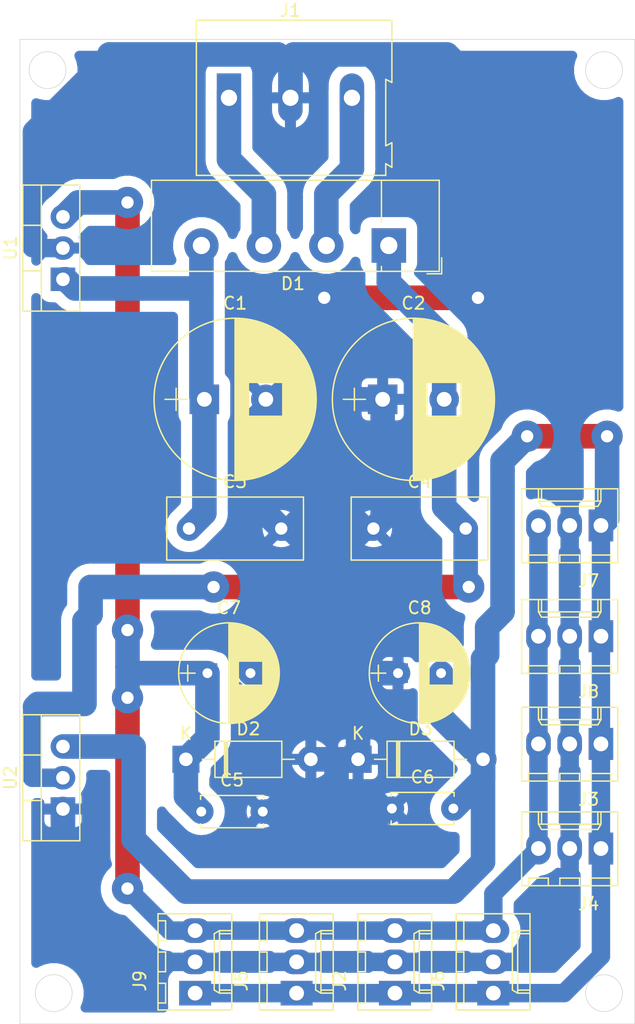
<source format=kicad_pcb>
(kicad_pcb (version 20171130) (host pcbnew "(5.1.6)-1")

  (general
    (thickness 1.6)
    (drawings 19)
    (tracks 138)
    (zones 0)
    (modules 22)
    (nets 8)
  )

  (page A4)
  (layers
    (0 F.Cu signal)
    (31 B.Cu signal)
    (32 B.Adhes user hide)
    (33 F.Adhes user hide)
    (34 B.Paste user hide)
    (35 F.Paste user hide)
    (36 B.SilkS user hide)
    (37 F.SilkS user)
    (38 B.Mask user hide)
    (39 F.Mask user hide)
    (40 Dwgs.User user hide)
    (41 Cmts.User user hide)
    (42 Eco1.User user hide)
    (43 Eco2.User user hide)
    (44 Edge.Cuts user)
    (45 Margin user hide)
    (46 B.CrtYd user hide)
    (47 F.CrtYd user hide)
    (48 B.Fab user hide)
    (49 F.Fab user)
  )

  (setup
    (last_trace_width 2)
    (user_trace_width 1)
    (user_trace_width 1.5)
    (user_trace_width 2)
    (trace_clearance 0.2)
    (zone_clearance 0.9)
    (zone_45_only no)
    (trace_min 0.2)
    (via_size 0.8)
    (via_drill 0.4)
    (via_min_size 0.4)
    (via_min_drill 0.3)
    (user_via 2.54 1)
    (uvia_size 0.3)
    (uvia_drill 0.1)
    (uvias_allowed no)
    (uvia_min_size 0.2)
    (uvia_min_drill 0.1)
    (edge_width 0.05)
    (segment_width 0.2)
    (pcb_text_width 0.3)
    (pcb_text_size 1.5 1.5)
    (mod_edge_width 0.12)
    (mod_text_size 1 1)
    (mod_text_width 0.15)
    (pad_size 1.524 1.524)
    (pad_drill 0.762)
    (pad_to_mask_clearance 0.05)
    (aux_axis_origin 0 0)
    (visible_elements FFFFFF7F)
    (pcbplotparams
      (layerselection 0x010fc_ffffffff)
      (usegerberextensions false)
      (usegerberattributes true)
      (usegerberadvancedattributes true)
      (creategerberjobfile true)
      (excludeedgelayer true)
      (linewidth 0.100000)
      (plotframeref false)
      (viasonmask false)
      (mode 1)
      (useauxorigin false)
      (hpglpennumber 1)
      (hpglpenspeed 20)
      (hpglpendiameter 15.000000)
      (psnegative false)
      (psa4output false)
      (plotreference true)
      (plotvalue true)
      (plotinvisibletext false)
      (padsonsilk false)
      (subtractmaskfromsilk false)
      (outputformat 1)
      (mirror false)
      (drillshape 1)
      (scaleselection 1)
      (outputdirectory ""))
  )

  (net 0 "")
  (net 1 "Net-(C1-Pad1)")
  (net 2 GND)
  (net 3 "Net-(C2-Pad2)")
  (net 4 +12V)
  (net 5 -12V)
  (net 6 "Net-(D1-Pad3)")
  (net 7 "Net-(D1-Pad2)")

  (net_class Default "This is the default net class."
    (clearance 0.2)
    (trace_width 0.25)
    (via_dia 0.8)
    (via_drill 0.4)
    (uvia_dia 0.3)
    (uvia_drill 0.1)
    (add_net +12V)
    (add_net -12V)
    (add_net GND)
    (add_net "Net-(C1-Pad1)")
    (add_net "Net-(C2-Pad2)")
    (add_net "Net-(D1-Pad2)")
    (add_net "Net-(D1-Pad3)")
  )

  (module Diode_THT:Diode_Bridge_Vishay_KBU (layer F.Cu) (tedit 5A4F7739) (tstamp 5F13A540)
    (at 80 66.75 180)
    (descr "Vishay KBU rectifier package, 5.08mm pitch, see http://www.vishay.com/docs/88656/kbu4.pdf")
    (tags "Vishay KBU rectifier diode bridge")
    (path /5F1BB89D)
    (fp_text reference D1 (at 7.8 -3.1) (layer F.SilkS)
      (effects (font (size 1 1) (thickness 0.15)))
    )
    (fp_text value KBP210 (at 7.5 6.2) (layer F.Fab)
      (effects (font (size 1 1) (thickness 0.15)))
    )
    (fp_text user %R (at 7.7 3.3) (layer F.Fab)
      (effects (font (size 1 1) (thickness 0.15)))
    )
    (fp_line (start 0.6 -1.7) (end 0.6 -2.1) (layer F.SilkS) (width 0.12))
    (fp_line (start -4.3 -2.3) (end -3.1 -2.3) (layer F.SilkS) (width 0.12))
    (fp_line (start -4.3 -1) (end -4.3 -2.3) (layer F.SilkS) (width 0.12))
    (fp_line (start 0.6 1.9) (end 0.6 5.3) (layer F.SilkS) (width 0.12))
    (fp_line (start 0.6 -2) (end 0.6 5.2) (layer F.Fab) (width 0.12))
    (fp_line (start -4.1 -2.1) (end -4.1 5.3) (layer F.SilkS) (width 0.12))
    (fp_line (start 19.3 -2.1) (end -4.1 -2.1) (layer F.SilkS) (width 0.12))
    (fp_line (start 19.3 5.3) (end 19.3 -2.1) (layer F.SilkS) (width 0.12))
    (fp_line (start -4.1 5.3) (end 19.3 5.3) (layer F.SilkS) (width 0.12))
    (fp_line (start -4 -1) (end -4 5.2) (layer F.Fab) (width 0.1))
    (fp_line (start -3.1 -2) (end -4 -1) (layer F.Fab) (width 0.1))
    (fp_line (start 19.2 -2) (end -3.1 -2) (layer F.Fab) (width 0.1))
    (fp_line (start 19.2 5.2) (end 19.2 -2) (layer F.Fab) (width 0.12))
    (fp_line (start -4 5.2) (end 19.2 5.2) (layer F.Fab) (width 0.1))
    (fp_line (start -4.25 -2.25) (end 19.45 -2.25) (layer F.CrtYd) (width 0.05))
    (fp_line (start -4.25 -2.25) (end -4.25 5.45) (layer F.CrtYd) (width 0.05))
    (fp_line (start 19.45 5.45) (end 19.45 -2.25) (layer F.CrtYd) (width 0.05))
    (fp_line (start 19.45 5.45) (end -4.25 5.45) (layer F.CrtYd) (width 0.05))
    (pad 1 thru_hole rect (at 0 0 180) (size 2.8 2.8) (drill 1.4) (layers *.Cu *.Mask)
      (net 3 "Net-(C2-Pad2)"))
    (pad 2 thru_hole circle (at 5.08 0 180) (size 2.8 2.8) (drill 1.4) (layers *.Cu *.Mask)
      (net 7 "Net-(D1-Pad2)"))
    (pad 3 thru_hole circle (at 10.16 0 180) (size 2.8 2.8) (drill 1.4) (layers *.Cu *.Mask)
      (net 6 "Net-(D1-Pad3)"))
    (pad 4 thru_hole circle (at 15.24 0 180) (size 2.8 2.8) (drill 1.4) (layers *.Cu *.Mask)
      (net 1 "Net-(C1-Pad1)"))
    (model ${KISYS3DMOD}/Diode_THT.3dshapes/Diode_Bridge_Vishay_KBU.wrl
      (at (xyz 0 0 0))
      (scale (xyz 1 1 1))
      (rotate (xyz 0 0 0))
    )
  )

  (module Package_TO_SOT_THT:TO-220-3_Vertical (layer F.Cu) (tedit 5AC8BA0D) (tstamp 5F137702)
    (at 53.5 112.54 90)
    (descr "TO-220-3, Vertical, RM 2.54mm, see https://www.vishay.com/docs/66542/to-220-1.pdf")
    (tags "TO-220-3 Vertical RM 2.54mm")
    (path /5F136E4D)
    (fp_text reference U2 (at 2.54 -4.27 90) (layer F.SilkS)
      (effects (font (size 1 1) (thickness 0.15)))
    )
    (fp_text value LM7912_TO220 (at 2.54 2.5 90) (layer F.Fab)
      (effects (font (size 1 1) (thickness 0.15)))
    )
    (fp_text user %R (at 2.54 -4.27 90) (layer F.Fab)
      (effects (font (size 1 1) (thickness 0.15)))
    )
    (fp_line (start -2.46 -3.15) (end -2.46 1.25) (layer F.Fab) (width 0.1))
    (fp_line (start -2.46 1.25) (end 7.54 1.25) (layer F.Fab) (width 0.1))
    (fp_line (start 7.54 1.25) (end 7.54 -3.15) (layer F.Fab) (width 0.1))
    (fp_line (start 7.54 -3.15) (end -2.46 -3.15) (layer F.Fab) (width 0.1))
    (fp_line (start -2.46 -1.88) (end 7.54 -1.88) (layer F.Fab) (width 0.1))
    (fp_line (start 0.69 -3.15) (end 0.69 -1.88) (layer F.Fab) (width 0.1))
    (fp_line (start 4.39 -3.15) (end 4.39 -1.88) (layer F.Fab) (width 0.1))
    (fp_line (start -2.58 -3.27) (end 7.66 -3.27) (layer F.SilkS) (width 0.12))
    (fp_line (start -2.58 1.371) (end 7.66 1.371) (layer F.SilkS) (width 0.12))
    (fp_line (start -2.58 -3.27) (end -2.58 1.371) (layer F.SilkS) (width 0.12))
    (fp_line (start 7.66 -3.27) (end 7.66 1.371) (layer F.SilkS) (width 0.12))
    (fp_line (start -2.58 -1.76) (end 7.66 -1.76) (layer F.SilkS) (width 0.12))
    (fp_line (start 0.69 -3.27) (end 0.69 -1.76) (layer F.SilkS) (width 0.12))
    (fp_line (start 4.391 -3.27) (end 4.391 -1.76) (layer F.SilkS) (width 0.12))
    (fp_line (start -2.71 -3.4) (end -2.71 1.51) (layer F.CrtYd) (width 0.05))
    (fp_line (start -2.71 1.51) (end 7.79 1.51) (layer F.CrtYd) (width 0.05))
    (fp_line (start 7.79 1.51) (end 7.79 -3.4) (layer F.CrtYd) (width 0.05))
    (fp_line (start 7.79 -3.4) (end -2.71 -3.4) (layer F.CrtYd) (width 0.05))
    (pad 3 thru_hole oval (at 5.08 0 90) (size 1.905 2) (drill 1.1) (layers *.Cu *.Mask)
      (net 5 -12V))
    (pad 2 thru_hole oval (at 2.54 0 90) (size 1.905 2) (drill 1.1) (layers *.Cu *.Mask)
      (net 3 "Net-(C2-Pad2)"))
    (pad 1 thru_hole rect (at 0 0 90) (size 1.905 2) (drill 1.1) (layers *.Cu *.Mask)
      (net 2 GND))
    (model ${KISYS3DMOD}/Package_TO_SOT_THT.3dshapes/TO-220-3_Vertical.wrl
      (at (xyz 0 0 0))
      (scale (xyz 1 1 1))
      (rotate (xyz 0 0 0))
    )
  )

  (module Package_TO_SOT_THT:TO-220-3_Vertical (layer F.Cu) (tedit 5AC8BA0D) (tstamp 5F1376E8)
    (at 53.5 69.5 90)
    (descr "TO-220-3, Vertical, RM 2.54mm, see https://www.vishay.com/docs/66542/to-220-1.pdf")
    (tags "TO-220-3 Vertical RM 2.54mm")
    (path /5F136673)
    (fp_text reference U1 (at 2.54 -4.27 90) (layer F.SilkS)
      (effects (font (size 1 1) (thickness 0.15)))
    )
    (fp_text value LM7812_TO220 (at 2.54 2.5 90) (layer F.Fab)
      (effects (font (size 1 1) (thickness 0.15)))
    )
    (fp_text user %R (at 2.54 -4.27 90) (layer F.Fab)
      (effects (font (size 1 1) (thickness 0.15)))
    )
    (fp_line (start -2.46 -3.15) (end -2.46 1.25) (layer F.Fab) (width 0.1))
    (fp_line (start -2.46 1.25) (end 7.54 1.25) (layer F.Fab) (width 0.1))
    (fp_line (start 7.54 1.25) (end 7.54 -3.15) (layer F.Fab) (width 0.1))
    (fp_line (start 7.54 -3.15) (end -2.46 -3.15) (layer F.Fab) (width 0.1))
    (fp_line (start -2.46 -1.88) (end 7.54 -1.88) (layer F.Fab) (width 0.1))
    (fp_line (start 0.69 -3.15) (end 0.69 -1.88) (layer F.Fab) (width 0.1))
    (fp_line (start 4.39 -3.15) (end 4.39 -1.88) (layer F.Fab) (width 0.1))
    (fp_line (start -2.58 -3.27) (end 7.66 -3.27) (layer F.SilkS) (width 0.12))
    (fp_line (start -2.58 1.371) (end 7.66 1.371) (layer F.SilkS) (width 0.12))
    (fp_line (start -2.58 -3.27) (end -2.58 1.371) (layer F.SilkS) (width 0.12))
    (fp_line (start 7.66 -3.27) (end 7.66 1.371) (layer F.SilkS) (width 0.12))
    (fp_line (start -2.58 -1.76) (end 7.66 -1.76) (layer F.SilkS) (width 0.12))
    (fp_line (start 0.69 -3.27) (end 0.69 -1.76) (layer F.SilkS) (width 0.12))
    (fp_line (start 4.391 -3.27) (end 4.391 -1.76) (layer F.SilkS) (width 0.12))
    (fp_line (start -2.71 -3.4) (end -2.71 1.51) (layer F.CrtYd) (width 0.05))
    (fp_line (start -2.71 1.51) (end 7.79 1.51) (layer F.CrtYd) (width 0.05))
    (fp_line (start 7.79 1.51) (end 7.79 -3.4) (layer F.CrtYd) (width 0.05))
    (fp_line (start 7.79 -3.4) (end -2.71 -3.4) (layer F.CrtYd) (width 0.05))
    (pad 3 thru_hole oval (at 5.08 0 90) (size 1.905 2) (drill 1.1) (layers *.Cu *.Mask)
      (net 4 +12V))
    (pad 2 thru_hole oval (at 2.54 0 90) (size 1.905 2) (drill 1.1) (layers *.Cu *.Mask)
      (net 2 GND))
    (pad 1 thru_hole rect (at 0 0 90) (size 1.905 2) (drill 1.1) (layers *.Cu *.Mask)
      (net 1 "Net-(C1-Pad1)"))
    (model ${KISYS3DMOD}/Package_TO_SOT_THT.3dshapes/TO-220-3_Vertical.wrl
      (at (xyz 0 0 0))
      (scale (xyz 1 1 1))
      (rotate (xyz 0 0 0))
    )
  )

  (module Connectors_Molex:Molex_KK-6410-03_03x2.54mm_Straight (layer F.Cu) (tedit 58EE6EE6) (tstamp 5F1376CE)
    (at 64.25 127.5 90)
    (descr "Connector Headers with Friction Lock, 22-27-2031, http://www.molex.com/pdm_docs/sd/022272021_sd.pdf")
    (tags "connector molex kk_6410 22-27-2031")
    (path /5F16B31F)
    (fp_text reference J9 (at 1 -4.5 90) (layer F.SilkS)
      (effects (font (size 1 1) (thickness 0.15)))
    )
    (fp_text value OUT8 (at 2.54 4.5 90) (layer F.Fab)
      (effects (font (size 1 1) (thickness 0.15)))
    )
    (fp_line (start 7 3.5) (end -1.9 3.5) (layer F.CrtYd) (width 0.05))
    (fp_line (start 7 -3.55) (end 7 3.5) (layer F.CrtYd) (width 0.05))
    (fp_line (start -1.9 -3.55) (end 7 -3.55) (layer F.CrtYd) (width 0.05))
    (fp_line (start -1.9 3.5) (end -1.9 -3.55) (layer F.CrtYd) (width 0.05))
    (fp_line (start 5.88 -2.4) (end 5.88 -3.02) (layer F.SilkS) (width 0.12))
    (fp_line (start 4.28 -2.4) (end 5.88 -2.4) (layer F.SilkS) (width 0.12))
    (fp_line (start 4.28 -3.02) (end 4.28 -2.4) (layer F.SilkS) (width 0.12))
    (fp_line (start 3.34 -2.4) (end 3.34 -3.02) (layer F.SilkS) (width 0.12))
    (fp_line (start 1.74 -2.4) (end 3.34 -2.4) (layer F.SilkS) (width 0.12))
    (fp_line (start 1.74 -3.02) (end 1.74 -2.4) (layer F.SilkS) (width 0.12))
    (fp_line (start 0.8 -2.4) (end 0.8 -3.02) (layer F.SilkS) (width 0.12))
    (fp_line (start -0.8 -2.4) (end 0.8 -2.4) (layer F.SilkS) (width 0.12))
    (fp_line (start -0.8 -3.02) (end -0.8 -2.4) (layer F.SilkS) (width 0.12))
    (fp_line (start 4.83 2.98) (end 4.83 1.98) (layer F.SilkS) (width 0.12))
    (fp_line (start 0.25 2.98) (end 0.25 1.98) (layer F.SilkS) (width 0.12))
    (fp_line (start 4.83 1.55) (end 5.08 1.98) (layer F.SilkS) (width 0.12))
    (fp_line (start 0.25 1.55) (end 4.83 1.55) (layer F.SilkS) (width 0.12))
    (fp_line (start 0 1.98) (end 0.25 1.55) (layer F.SilkS) (width 0.12))
    (fp_line (start 5.08 1.98) (end 5.08 2.98) (layer F.SilkS) (width 0.12))
    (fp_line (start 0 1.98) (end 5.08 1.98) (layer F.SilkS) (width 0.12))
    (fp_line (start 0 2.98) (end 0 1.98) (layer F.SilkS) (width 0.12))
    (fp_line (start 6.45 -3.02) (end -1.37 -3.02) (layer F.SilkS) (width 0.12))
    (fp_line (start 6.45 2.98) (end 6.45 -3.02) (layer F.SilkS) (width 0.12))
    (fp_line (start -1.37 2.98) (end 6.45 2.98) (layer F.SilkS) (width 0.12))
    (fp_line (start -1.37 -3.02) (end -1.37 2.98) (layer F.SilkS) (width 0.12))
    (fp_line (start 6.55 -3.12) (end -1.47 -3.12) (layer F.Fab) (width 0.12))
    (fp_line (start 6.55 3.08) (end 6.55 -3.12) (layer F.Fab) (width 0.12))
    (fp_line (start -1.47 3.08) (end 6.55 3.08) (layer F.Fab) (width 0.12))
    (fp_line (start -1.47 -3.12) (end -1.47 3.08) (layer F.Fab) (width 0.12))
    (fp_text user %R (at 2.54 0 90) (layer F.Fab)
      (effects (font (size 1 1) (thickness 0.15)))
    )
    (pad 1 thru_hole rect (at 0 0 90) (size 2 2.6) (drill 1.2) (layers *.Cu *.Mask)
      (net 5 -12V))
    (pad 2 thru_hole oval (at 2.54 0 90) (size 2 2.6) (drill 1.2) (layers *.Cu *.Mask)
      (net 2 GND))
    (pad 3 thru_hole oval (at 5.08 0 90) (size 2 2.6) (drill 1.2) (layers *.Cu *.Mask)
      (net 4 +12V))
    (model ${KISYS3DMOD}/Connectors_Molex.3dshapes/Molex_KK-6410-03_03x2.54mm_Straight.wrl
      (at (xyz 0 0 0))
      (scale (xyz 1 1 1))
      (rotate (xyz 0 0 0))
    )
  )

  (module Connectors_Molex:Molex_KK-6410-03_03x2.54mm_Straight (layer F.Cu) (tedit 58EE6EE6) (tstamp 5F1376CB)
    (at 97.25 98.5 180)
    (descr "Connector Headers with Friction Lock, 22-27-2031, http://www.molex.com/pdm_docs/sd/022272021_sd.pdf")
    (tags "connector molex kk_6410 22-27-2031")
    (path /5F16AECD)
    (fp_text reference J8 (at 1 -4.5) (layer F.SilkS)
      (effects (font (size 1 1) (thickness 0.15)))
    )
    (fp_text value OUT7 (at 2.54 4.5) (layer F.Fab)
      (effects (font (size 1 1) (thickness 0.15)))
    )
    (fp_line (start 7 3.5) (end -1.9 3.5) (layer F.CrtYd) (width 0.05))
    (fp_line (start 7 -3.55) (end 7 3.5) (layer F.CrtYd) (width 0.05))
    (fp_line (start -1.9 -3.55) (end 7 -3.55) (layer F.CrtYd) (width 0.05))
    (fp_line (start -1.9 3.5) (end -1.9 -3.55) (layer F.CrtYd) (width 0.05))
    (fp_line (start 5.88 -2.4) (end 5.88 -3.02) (layer F.SilkS) (width 0.12))
    (fp_line (start 4.28 -2.4) (end 5.88 -2.4) (layer F.SilkS) (width 0.12))
    (fp_line (start 4.28 -3.02) (end 4.28 -2.4) (layer F.SilkS) (width 0.12))
    (fp_line (start 3.34 -2.4) (end 3.34 -3.02) (layer F.SilkS) (width 0.12))
    (fp_line (start 1.74 -2.4) (end 3.34 -2.4) (layer F.SilkS) (width 0.12))
    (fp_line (start 1.74 -3.02) (end 1.74 -2.4) (layer F.SilkS) (width 0.12))
    (fp_line (start 0.8 -2.4) (end 0.8 -3.02) (layer F.SilkS) (width 0.12))
    (fp_line (start -0.8 -2.4) (end 0.8 -2.4) (layer F.SilkS) (width 0.12))
    (fp_line (start -0.8 -3.02) (end -0.8 -2.4) (layer F.SilkS) (width 0.12))
    (fp_line (start 4.83 2.98) (end 4.83 1.98) (layer F.SilkS) (width 0.12))
    (fp_line (start 0.25 2.98) (end 0.25 1.98) (layer F.SilkS) (width 0.12))
    (fp_line (start 4.83 1.55) (end 5.08 1.98) (layer F.SilkS) (width 0.12))
    (fp_line (start 0.25 1.55) (end 4.83 1.55) (layer F.SilkS) (width 0.12))
    (fp_line (start 0 1.98) (end 0.25 1.55) (layer F.SilkS) (width 0.12))
    (fp_line (start 5.08 1.98) (end 5.08 2.98) (layer F.SilkS) (width 0.12))
    (fp_line (start 0 1.98) (end 5.08 1.98) (layer F.SilkS) (width 0.12))
    (fp_line (start 0 2.98) (end 0 1.98) (layer F.SilkS) (width 0.12))
    (fp_line (start 6.45 -3.02) (end -1.37 -3.02) (layer F.SilkS) (width 0.12))
    (fp_line (start 6.45 2.98) (end 6.45 -3.02) (layer F.SilkS) (width 0.12))
    (fp_line (start -1.37 2.98) (end 6.45 2.98) (layer F.SilkS) (width 0.12))
    (fp_line (start -1.37 -3.02) (end -1.37 2.98) (layer F.SilkS) (width 0.12))
    (fp_line (start 6.55 -3.12) (end -1.47 -3.12) (layer F.Fab) (width 0.12))
    (fp_line (start 6.55 3.08) (end 6.55 -3.12) (layer F.Fab) (width 0.12))
    (fp_line (start -1.47 3.08) (end 6.55 3.08) (layer F.Fab) (width 0.12))
    (fp_line (start -1.47 -3.12) (end -1.47 3.08) (layer F.Fab) (width 0.12))
    (fp_text user %R (at 2.54 0) (layer F.Fab)
      (effects (font (size 1 1) (thickness 0.15)))
    )
    (pad 1 thru_hole rect (at 0 0 180) (size 2 2.6) (drill 1.2) (layers *.Cu *.Mask)
      (net 5 -12V))
    (pad 2 thru_hole oval (at 2.54 0 180) (size 2 2.6) (drill 1.2) (layers *.Cu *.Mask)
      (net 2 GND))
    (pad 3 thru_hole oval (at 5.08 0 180) (size 2 2.6) (drill 1.2) (layers *.Cu *.Mask)
      (net 4 +12V))
    (model ${KISYS3DMOD}/Connectors_Molex.3dshapes/Molex_KK-6410-03_03x2.54mm_Straight.wrl
      (at (xyz 0 0 0))
      (scale (xyz 1 1 1))
      (rotate (xyz 0 0 0))
    )
  )

  (module Connectors_Molex:Molex_KK-6410-03_03x2.54mm_Straight (layer F.Cu) (tedit 58EE6EE6) (tstamp 5F1376C8)
    (at 97.25 89.5 180)
    (descr "Connector Headers with Friction Lock, 22-27-2031, http://www.molex.com/pdm_docs/sd/022272021_sd.pdf")
    (tags "connector molex kk_6410 22-27-2031")
    (path /5F16AA31)
    (fp_text reference J7 (at 1 -4.5) (layer F.SilkS)
      (effects (font (size 1 1) (thickness 0.15)))
    )
    (fp_text value OUT6 (at 2.54 4.5) (layer F.Fab)
      (effects (font (size 1 1) (thickness 0.15)))
    )
    (fp_line (start 7 3.5) (end -1.9 3.5) (layer F.CrtYd) (width 0.05))
    (fp_line (start 7 -3.55) (end 7 3.5) (layer F.CrtYd) (width 0.05))
    (fp_line (start -1.9 -3.55) (end 7 -3.55) (layer F.CrtYd) (width 0.05))
    (fp_line (start -1.9 3.5) (end -1.9 -3.55) (layer F.CrtYd) (width 0.05))
    (fp_line (start 5.88 -2.4) (end 5.88 -3.02) (layer F.SilkS) (width 0.12))
    (fp_line (start 4.28 -2.4) (end 5.88 -2.4) (layer F.SilkS) (width 0.12))
    (fp_line (start 4.28 -3.02) (end 4.28 -2.4) (layer F.SilkS) (width 0.12))
    (fp_line (start 3.34 -2.4) (end 3.34 -3.02) (layer F.SilkS) (width 0.12))
    (fp_line (start 1.74 -2.4) (end 3.34 -2.4) (layer F.SilkS) (width 0.12))
    (fp_line (start 1.74 -3.02) (end 1.74 -2.4) (layer F.SilkS) (width 0.12))
    (fp_line (start 0.8 -2.4) (end 0.8 -3.02) (layer F.SilkS) (width 0.12))
    (fp_line (start -0.8 -2.4) (end 0.8 -2.4) (layer F.SilkS) (width 0.12))
    (fp_line (start -0.8 -3.02) (end -0.8 -2.4) (layer F.SilkS) (width 0.12))
    (fp_line (start 4.83 2.98) (end 4.83 1.98) (layer F.SilkS) (width 0.12))
    (fp_line (start 0.25 2.98) (end 0.25 1.98) (layer F.SilkS) (width 0.12))
    (fp_line (start 4.83 1.55) (end 5.08 1.98) (layer F.SilkS) (width 0.12))
    (fp_line (start 0.25 1.55) (end 4.83 1.55) (layer F.SilkS) (width 0.12))
    (fp_line (start 0 1.98) (end 0.25 1.55) (layer F.SilkS) (width 0.12))
    (fp_line (start 5.08 1.98) (end 5.08 2.98) (layer F.SilkS) (width 0.12))
    (fp_line (start 0 1.98) (end 5.08 1.98) (layer F.SilkS) (width 0.12))
    (fp_line (start 0 2.98) (end 0 1.98) (layer F.SilkS) (width 0.12))
    (fp_line (start 6.45 -3.02) (end -1.37 -3.02) (layer F.SilkS) (width 0.12))
    (fp_line (start 6.45 2.98) (end 6.45 -3.02) (layer F.SilkS) (width 0.12))
    (fp_line (start -1.37 2.98) (end 6.45 2.98) (layer F.SilkS) (width 0.12))
    (fp_line (start -1.37 -3.02) (end -1.37 2.98) (layer F.SilkS) (width 0.12))
    (fp_line (start 6.55 -3.12) (end -1.47 -3.12) (layer F.Fab) (width 0.12))
    (fp_line (start 6.55 3.08) (end 6.55 -3.12) (layer F.Fab) (width 0.12))
    (fp_line (start -1.47 3.08) (end 6.55 3.08) (layer F.Fab) (width 0.12))
    (fp_line (start -1.47 -3.12) (end -1.47 3.08) (layer F.Fab) (width 0.12))
    (fp_text user %R (at 2.54 0) (layer F.Fab)
      (effects (font (size 1 1) (thickness 0.15)))
    )
    (pad 1 thru_hole rect (at 0 0 180) (size 2 2.6) (drill 1.2) (layers *.Cu *.Mask)
      (net 5 -12V))
    (pad 2 thru_hole oval (at 2.54 0 180) (size 2 2.6) (drill 1.2) (layers *.Cu *.Mask)
      (net 2 GND))
    (pad 3 thru_hole oval (at 5.08 0 180) (size 2 2.6) (drill 1.2) (layers *.Cu *.Mask)
      (net 4 +12V))
    (model ${KISYS3DMOD}/Connectors_Molex.3dshapes/Molex_KK-6410-03_03x2.54mm_Straight.wrl
      (at (xyz 0 0 0))
      (scale (xyz 1 1 1))
      (rotate (xyz 0 0 0))
    )
  )

  (module Connectors_Molex:Molex_KK-6410-03_03x2.54mm_Straight (layer F.Cu) (tedit 58EE6EE6) (tstamp 5F1376C5)
    (at 88.5 127.5 90)
    (descr "Connector Headers with Friction Lock, 22-27-2031, http://www.molex.com/pdm_docs/sd/022272021_sd.pdf")
    (tags "connector molex kk_6410 22-27-2031")
    (path /5F16A663)
    (fp_text reference J6 (at 1 -4.5 90) (layer F.SilkS)
      (effects (font (size 1 1) (thickness 0.15)))
    )
    (fp_text value OUT5 (at 2.54 4.5 90) (layer F.Fab)
      (effects (font (size 1 1) (thickness 0.15)))
    )
    (fp_line (start 7 3.5) (end -1.9 3.5) (layer F.CrtYd) (width 0.05))
    (fp_line (start 7 -3.55) (end 7 3.5) (layer F.CrtYd) (width 0.05))
    (fp_line (start -1.9 -3.55) (end 7 -3.55) (layer F.CrtYd) (width 0.05))
    (fp_line (start -1.9 3.5) (end -1.9 -3.55) (layer F.CrtYd) (width 0.05))
    (fp_line (start 5.88 -2.4) (end 5.88 -3.02) (layer F.SilkS) (width 0.12))
    (fp_line (start 4.28 -2.4) (end 5.88 -2.4) (layer F.SilkS) (width 0.12))
    (fp_line (start 4.28 -3.02) (end 4.28 -2.4) (layer F.SilkS) (width 0.12))
    (fp_line (start 3.34 -2.4) (end 3.34 -3.02) (layer F.SilkS) (width 0.12))
    (fp_line (start 1.74 -2.4) (end 3.34 -2.4) (layer F.SilkS) (width 0.12))
    (fp_line (start 1.74 -3.02) (end 1.74 -2.4) (layer F.SilkS) (width 0.12))
    (fp_line (start 0.8 -2.4) (end 0.8 -3.02) (layer F.SilkS) (width 0.12))
    (fp_line (start -0.8 -2.4) (end 0.8 -2.4) (layer F.SilkS) (width 0.12))
    (fp_line (start -0.8 -3.02) (end -0.8 -2.4) (layer F.SilkS) (width 0.12))
    (fp_line (start 4.83 2.98) (end 4.83 1.98) (layer F.SilkS) (width 0.12))
    (fp_line (start 0.25 2.98) (end 0.25 1.98) (layer F.SilkS) (width 0.12))
    (fp_line (start 4.83 1.55) (end 5.08 1.98) (layer F.SilkS) (width 0.12))
    (fp_line (start 0.25 1.55) (end 4.83 1.55) (layer F.SilkS) (width 0.12))
    (fp_line (start 0 1.98) (end 0.25 1.55) (layer F.SilkS) (width 0.12))
    (fp_line (start 5.08 1.98) (end 5.08 2.98) (layer F.SilkS) (width 0.12))
    (fp_line (start 0 1.98) (end 5.08 1.98) (layer F.SilkS) (width 0.12))
    (fp_line (start 0 2.98) (end 0 1.98) (layer F.SilkS) (width 0.12))
    (fp_line (start 6.45 -3.02) (end -1.37 -3.02) (layer F.SilkS) (width 0.12))
    (fp_line (start 6.45 2.98) (end 6.45 -3.02) (layer F.SilkS) (width 0.12))
    (fp_line (start -1.37 2.98) (end 6.45 2.98) (layer F.SilkS) (width 0.12))
    (fp_line (start -1.37 -3.02) (end -1.37 2.98) (layer F.SilkS) (width 0.12))
    (fp_line (start 6.55 -3.12) (end -1.47 -3.12) (layer F.Fab) (width 0.12))
    (fp_line (start 6.55 3.08) (end 6.55 -3.12) (layer F.Fab) (width 0.12))
    (fp_line (start -1.47 3.08) (end 6.55 3.08) (layer F.Fab) (width 0.12))
    (fp_line (start -1.47 -3.12) (end -1.47 3.08) (layer F.Fab) (width 0.12))
    (fp_text user %R (at 2.54 0 90) (layer F.Fab)
      (effects (font (size 1 1) (thickness 0.15)))
    )
    (pad 1 thru_hole rect (at 0 0 90) (size 2 2.6) (drill 1.2) (layers *.Cu *.Mask)
      (net 5 -12V))
    (pad 2 thru_hole oval (at 2.54 0 90) (size 2 2.6) (drill 1.2) (layers *.Cu *.Mask)
      (net 2 GND))
    (pad 3 thru_hole oval (at 5.08 0 90) (size 2 2.6) (drill 1.2) (layers *.Cu *.Mask)
      (net 4 +12V))
    (model ${KISYS3DMOD}/Connectors_Molex.3dshapes/Molex_KK-6410-03_03x2.54mm_Straight.wrl
      (at (xyz 0 0 0))
      (scale (xyz 1 1 1))
      (rotate (xyz 0 0 0))
    )
  )

  (module Connectors_Molex:Molex_KK-6410-03_03x2.54mm_Straight (layer F.Cu) (tedit 58EE6EE6) (tstamp 5F1376C2)
    (at 72.5 127.5 90)
    (descr "Connector Headers with Friction Lock, 22-27-2031, http://www.molex.com/pdm_docs/sd/022272021_sd.pdf")
    (tags "connector molex kk_6410 22-27-2031")
    (path /5F16A062)
    (fp_text reference J5 (at 1 -4.5 90) (layer F.SilkS)
      (effects (font (size 1 1) (thickness 0.15)))
    )
    (fp_text value OUT4 (at 2.54 4.5 90) (layer F.Fab)
      (effects (font (size 1 1) (thickness 0.15)))
    )
    (fp_line (start 7 3.5) (end -1.9 3.5) (layer F.CrtYd) (width 0.05))
    (fp_line (start 7 -3.55) (end 7 3.5) (layer F.CrtYd) (width 0.05))
    (fp_line (start -1.9 -3.55) (end 7 -3.55) (layer F.CrtYd) (width 0.05))
    (fp_line (start -1.9 3.5) (end -1.9 -3.55) (layer F.CrtYd) (width 0.05))
    (fp_line (start 5.88 -2.4) (end 5.88 -3.02) (layer F.SilkS) (width 0.12))
    (fp_line (start 4.28 -2.4) (end 5.88 -2.4) (layer F.SilkS) (width 0.12))
    (fp_line (start 4.28 -3.02) (end 4.28 -2.4) (layer F.SilkS) (width 0.12))
    (fp_line (start 3.34 -2.4) (end 3.34 -3.02) (layer F.SilkS) (width 0.12))
    (fp_line (start 1.74 -2.4) (end 3.34 -2.4) (layer F.SilkS) (width 0.12))
    (fp_line (start 1.74 -3.02) (end 1.74 -2.4) (layer F.SilkS) (width 0.12))
    (fp_line (start 0.8 -2.4) (end 0.8 -3.02) (layer F.SilkS) (width 0.12))
    (fp_line (start -0.8 -2.4) (end 0.8 -2.4) (layer F.SilkS) (width 0.12))
    (fp_line (start -0.8 -3.02) (end -0.8 -2.4) (layer F.SilkS) (width 0.12))
    (fp_line (start 4.83 2.98) (end 4.83 1.98) (layer F.SilkS) (width 0.12))
    (fp_line (start 0.25 2.98) (end 0.25 1.98) (layer F.SilkS) (width 0.12))
    (fp_line (start 4.83 1.55) (end 5.08 1.98) (layer F.SilkS) (width 0.12))
    (fp_line (start 0.25 1.55) (end 4.83 1.55) (layer F.SilkS) (width 0.12))
    (fp_line (start 0 1.98) (end 0.25 1.55) (layer F.SilkS) (width 0.12))
    (fp_line (start 5.08 1.98) (end 5.08 2.98) (layer F.SilkS) (width 0.12))
    (fp_line (start 0 1.98) (end 5.08 1.98) (layer F.SilkS) (width 0.12))
    (fp_line (start 0 2.98) (end 0 1.98) (layer F.SilkS) (width 0.12))
    (fp_line (start 6.45 -3.02) (end -1.37 -3.02) (layer F.SilkS) (width 0.12))
    (fp_line (start 6.45 2.98) (end 6.45 -3.02) (layer F.SilkS) (width 0.12))
    (fp_line (start -1.37 2.98) (end 6.45 2.98) (layer F.SilkS) (width 0.12))
    (fp_line (start -1.37 -3.02) (end -1.37 2.98) (layer F.SilkS) (width 0.12))
    (fp_line (start 6.55 -3.12) (end -1.47 -3.12) (layer F.Fab) (width 0.12))
    (fp_line (start 6.55 3.08) (end 6.55 -3.12) (layer F.Fab) (width 0.12))
    (fp_line (start -1.47 3.08) (end 6.55 3.08) (layer F.Fab) (width 0.12))
    (fp_line (start -1.47 -3.12) (end -1.47 3.08) (layer F.Fab) (width 0.12))
    (fp_text user %R (at 2.54 0 90) (layer F.Fab)
      (effects (font (size 1 1) (thickness 0.15)))
    )
    (pad 1 thru_hole rect (at 0 0 90) (size 2 2.6) (drill 1.2) (layers *.Cu *.Mask)
      (net 5 -12V))
    (pad 2 thru_hole oval (at 2.54 0 90) (size 2 2.6) (drill 1.2) (layers *.Cu *.Mask)
      (net 2 GND))
    (pad 3 thru_hole oval (at 5.08 0 90) (size 2 2.6) (drill 1.2) (layers *.Cu *.Mask)
      (net 4 +12V))
    (model ${KISYS3DMOD}/Connectors_Molex.3dshapes/Molex_KK-6410-03_03x2.54mm_Straight.wrl
      (at (xyz 0 0 0))
      (scale (xyz 1 1 1))
      (rotate (xyz 0 0 0))
    )
  )

  (module Connectors_Molex:Molex_KK-6410-03_03x2.54mm_Straight (layer F.Cu) (tedit 58EE6EE6) (tstamp 5F1376BF)
    (at 97.25 115.75 180)
    (descr "Connector Headers with Friction Lock, 22-27-2031, http://www.molex.com/pdm_docs/sd/022272021_sd.pdf")
    (tags "connector molex kk_6410 22-27-2031")
    (path /5F1698E5)
    (fp_text reference J4 (at 1 -4.5) (layer F.SilkS)
      (effects (font (size 1 1) (thickness 0.15)))
    )
    (fp_text value OUT3 (at 2.54 4.5) (layer F.Fab)
      (effects (font (size 1 1) (thickness 0.15)))
    )
    (fp_line (start 7 3.5) (end -1.9 3.5) (layer F.CrtYd) (width 0.05))
    (fp_line (start 7 -3.55) (end 7 3.5) (layer F.CrtYd) (width 0.05))
    (fp_line (start -1.9 -3.55) (end 7 -3.55) (layer F.CrtYd) (width 0.05))
    (fp_line (start -1.9 3.5) (end -1.9 -3.55) (layer F.CrtYd) (width 0.05))
    (fp_line (start 5.88 -2.4) (end 5.88 -3.02) (layer F.SilkS) (width 0.12))
    (fp_line (start 4.28 -2.4) (end 5.88 -2.4) (layer F.SilkS) (width 0.12))
    (fp_line (start 4.28 -3.02) (end 4.28 -2.4) (layer F.SilkS) (width 0.12))
    (fp_line (start 3.34 -2.4) (end 3.34 -3.02) (layer F.SilkS) (width 0.12))
    (fp_line (start 1.74 -2.4) (end 3.34 -2.4) (layer F.SilkS) (width 0.12))
    (fp_line (start 1.74 -3.02) (end 1.74 -2.4) (layer F.SilkS) (width 0.12))
    (fp_line (start 0.8 -2.4) (end 0.8 -3.02) (layer F.SilkS) (width 0.12))
    (fp_line (start -0.8 -2.4) (end 0.8 -2.4) (layer F.SilkS) (width 0.12))
    (fp_line (start -0.8 -3.02) (end -0.8 -2.4) (layer F.SilkS) (width 0.12))
    (fp_line (start 4.83 2.98) (end 4.83 1.98) (layer F.SilkS) (width 0.12))
    (fp_line (start 0.25 2.98) (end 0.25 1.98) (layer F.SilkS) (width 0.12))
    (fp_line (start 4.83 1.55) (end 5.08 1.98) (layer F.SilkS) (width 0.12))
    (fp_line (start 0.25 1.55) (end 4.83 1.55) (layer F.SilkS) (width 0.12))
    (fp_line (start 0 1.98) (end 0.25 1.55) (layer F.SilkS) (width 0.12))
    (fp_line (start 5.08 1.98) (end 5.08 2.98) (layer F.SilkS) (width 0.12))
    (fp_line (start 0 1.98) (end 5.08 1.98) (layer F.SilkS) (width 0.12))
    (fp_line (start 0 2.98) (end 0 1.98) (layer F.SilkS) (width 0.12))
    (fp_line (start 6.45 -3.02) (end -1.37 -3.02) (layer F.SilkS) (width 0.12))
    (fp_line (start 6.45 2.98) (end 6.45 -3.02) (layer F.SilkS) (width 0.12))
    (fp_line (start -1.37 2.98) (end 6.45 2.98) (layer F.SilkS) (width 0.12))
    (fp_line (start -1.37 -3.02) (end -1.37 2.98) (layer F.SilkS) (width 0.12))
    (fp_line (start 6.55 -3.12) (end -1.47 -3.12) (layer F.Fab) (width 0.12))
    (fp_line (start 6.55 3.08) (end 6.55 -3.12) (layer F.Fab) (width 0.12))
    (fp_line (start -1.47 3.08) (end 6.55 3.08) (layer F.Fab) (width 0.12))
    (fp_line (start -1.47 -3.12) (end -1.47 3.08) (layer F.Fab) (width 0.12))
    (fp_text user %R (at 2.54 0) (layer F.Fab)
      (effects (font (size 1 1) (thickness 0.15)))
    )
    (pad 1 thru_hole rect (at 0 0 180) (size 2 2.6) (drill 1.2) (layers *.Cu *.Mask)
      (net 5 -12V))
    (pad 2 thru_hole oval (at 2.54 0 180) (size 2 2.6) (drill 1.2) (layers *.Cu *.Mask)
      (net 2 GND))
    (pad 3 thru_hole oval (at 5.08 0 180) (size 2 2.6) (drill 1.2) (layers *.Cu *.Mask)
      (net 4 +12V))
    (model ${KISYS3DMOD}/Connectors_Molex.3dshapes/Molex_KK-6410-03_03x2.54mm_Straight.wrl
      (at (xyz 0 0 0))
      (scale (xyz 1 1 1))
      (rotate (xyz 0 0 0))
    )
  )

  (module Connectors_Molex:Molex_KK-6410-03_03x2.54mm_Straight (layer F.Cu) (tedit 58EE6EE6) (tstamp 5F1376BC)
    (at 97.25 107.25 180)
    (descr "Connector Headers with Friction Lock, 22-27-2031, http://www.molex.com/pdm_docs/sd/022272021_sd.pdf")
    (tags "connector molex kk_6410 22-27-2031")
    (path /5F1694A3)
    (fp_text reference J3 (at 1 -4.5) (layer F.SilkS)
      (effects (font (size 1 1) (thickness 0.15)))
    )
    (fp_text value OUT2 (at 2.54 4.5) (layer F.Fab)
      (effects (font (size 1 1) (thickness 0.15)))
    )
    (fp_line (start 7 3.5) (end -1.9 3.5) (layer F.CrtYd) (width 0.05))
    (fp_line (start 7 -3.55) (end 7 3.5) (layer F.CrtYd) (width 0.05))
    (fp_line (start -1.9 -3.55) (end 7 -3.55) (layer F.CrtYd) (width 0.05))
    (fp_line (start -1.9 3.5) (end -1.9 -3.55) (layer F.CrtYd) (width 0.05))
    (fp_line (start 5.88 -2.4) (end 5.88 -3.02) (layer F.SilkS) (width 0.12))
    (fp_line (start 4.28 -2.4) (end 5.88 -2.4) (layer F.SilkS) (width 0.12))
    (fp_line (start 4.28 -3.02) (end 4.28 -2.4) (layer F.SilkS) (width 0.12))
    (fp_line (start 3.34 -2.4) (end 3.34 -3.02) (layer F.SilkS) (width 0.12))
    (fp_line (start 1.74 -2.4) (end 3.34 -2.4) (layer F.SilkS) (width 0.12))
    (fp_line (start 1.74 -3.02) (end 1.74 -2.4) (layer F.SilkS) (width 0.12))
    (fp_line (start 0.8 -2.4) (end 0.8 -3.02) (layer F.SilkS) (width 0.12))
    (fp_line (start -0.8 -2.4) (end 0.8 -2.4) (layer F.SilkS) (width 0.12))
    (fp_line (start -0.8 -3.02) (end -0.8 -2.4) (layer F.SilkS) (width 0.12))
    (fp_line (start 4.83 2.98) (end 4.83 1.98) (layer F.SilkS) (width 0.12))
    (fp_line (start 0.25 2.98) (end 0.25 1.98) (layer F.SilkS) (width 0.12))
    (fp_line (start 4.83 1.55) (end 5.08 1.98) (layer F.SilkS) (width 0.12))
    (fp_line (start 0.25 1.55) (end 4.83 1.55) (layer F.SilkS) (width 0.12))
    (fp_line (start 0 1.98) (end 0.25 1.55) (layer F.SilkS) (width 0.12))
    (fp_line (start 5.08 1.98) (end 5.08 2.98) (layer F.SilkS) (width 0.12))
    (fp_line (start 0 1.98) (end 5.08 1.98) (layer F.SilkS) (width 0.12))
    (fp_line (start 0 2.98) (end 0 1.98) (layer F.SilkS) (width 0.12))
    (fp_line (start 6.45 -3.02) (end -1.37 -3.02) (layer F.SilkS) (width 0.12))
    (fp_line (start 6.45 2.98) (end 6.45 -3.02) (layer F.SilkS) (width 0.12))
    (fp_line (start -1.37 2.98) (end 6.45 2.98) (layer F.SilkS) (width 0.12))
    (fp_line (start -1.37 -3.02) (end -1.37 2.98) (layer F.SilkS) (width 0.12))
    (fp_line (start 6.55 -3.12) (end -1.47 -3.12) (layer F.Fab) (width 0.12))
    (fp_line (start 6.55 3.08) (end 6.55 -3.12) (layer F.Fab) (width 0.12))
    (fp_line (start -1.47 3.08) (end 6.55 3.08) (layer F.Fab) (width 0.12))
    (fp_line (start -1.47 -3.12) (end -1.47 3.08) (layer F.Fab) (width 0.12))
    (fp_text user %R (at 2.54 0) (layer F.Fab)
      (effects (font (size 1 1) (thickness 0.15)))
    )
    (pad 1 thru_hole rect (at 0 0 180) (size 2 2.6) (drill 1.2) (layers *.Cu *.Mask)
      (net 5 -12V))
    (pad 2 thru_hole oval (at 2.54 0 180) (size 2 2.6) (drill 1.2) (layers *.Cu *.Mask)
      (net 2 GND))
    (pad 3 thru_hole oval (at 5.08 0 180) (size 2 2.6) (drill 1.2) (layers *.Cu *.Mask)
      (net 4 +12V))
    (model ${KISYS3DMOD}/Connectors_Molex.3dshapes/Molex_KK-6410-03_03x2.54mm_Straight.wrl
      (at (xyz 0 0 0))
      (scale (xyz 1 1 1))
      (rotate (xyz 0 0 0))
    )
  )

  (module Connectors_Molex:Molex_KK-6410-03_03x2.54mm_Straight (layer F.Cu) (tedit 58EE6EE6) (tstamp 5F1376B9)
    (at 80.5 127.5 90)
    (descr "Connector Headers with Friction Lock, 22-27-2031, http://www.molex.com/pdm_docs/sd/022272021_sd.pdf")
    (tags "connector molex kk_6410 22-27-2031")
    (path /5F154F90)
    (fp_text reference J2 (at 1 -4.5 90) (layer F.SilkS)
      (effects (font (size 1 1) (thickness 0.15)))
    )
    (fp_text value OUT1 (at 2.54 4.5 90) (layer F.Fab)
      (effects (font (size 1 1) (thickness 0.15)))
    )
    (fp_line (start 7 3.5) (end -1.9 3.5) (layer F.CrtYd) (width 0.05))
    (fp_line (start 7 -3.55) (end 7 3.5) (layer F.CrtYd) (width 0.05))
    (fp_line (start -1.9 -3.55) (end 7 -3.55) (layer F.CrtYd) (width 0.05))
    (fp_line (start -1.9 3.5) (end -1.9 -3.55) (layer F.CrtYd) (width 0.05))
    (fp_line (start 5.88 -2.4) (end 5.88 -3.02) (layer F.SilkS) (width 0.12))
    (fp_line (start 4.28 -2.4) (end 5.88 -2.4) (layer F.SilkS) (width 0.12))
    (fp_line (start 4.28 -3.02) (end 4.28 -2.4) (layer F.SilkS) (width 0.12))
    (fp_line (start 3.34 -2.4) (end 3.34 -3.02) (layer F.SilkS) (width 0.12))
    (fp_line (start 1.74 -2.4) (end 3.34 -2.4) (layer F.SilkS) (width 0.12))
    (fp_line (start 1.74 -3.02) (end 1.74 -2.4) (layer F.SilkS) (width 0.12))
    (fp_line (start 0.8 -2.4) (end 0.8 -3.02) (layer F.SilkS) (width 0.12))
    (fp_line (start -0.8 -2.4) (end 0.8 -2.4) (layer F.SilkS) (width 0.12))
    (fp_line (start -0.8 -3.02) (end -0.8 -2.4) (layer F.SilkS) (width 0.12))
    (fp_line (start 4.83 2.98) (end 4.83 1.98) (layer F.SilkS) (width 0.12))
    (fp_line (start 0.25 2.98) (end 0.25 1.98) (layer F.SilkS) (width 0.12))
    (fp_line (start 4.83 1.55) (end 5.08 1.98) (layer F.SilkS) (width 0.12))
    (fp_line (start 0.25 1.55) (end 4.83 1.55) (layer F.SilkS) (width 0.12))
    (fp_line (start 0 1.98) (end 0.25 1.55) (layer F.SilkS) (width 0.12))
    (fp_line (start 5.08 1.98) (end 5.08 2.98) (layer F.SilkS) (width 0.12))
    (fp_line (start 0 1.98) (end 5.08 1.98) (layer F.SilkS) (width 0.12))
    (fp_line (start 0 2.98) (end 0 1.98) (layer F.SilkS) (width 0.12))
    (fp_line (start 6.45 -3.02) (end -1.37 -3.02) (layer F.SilkS) (width 0.12))
    (fp_line (start 6.45 2.98) (end 6.45 -3.02) (layer F.SilkS) (width 0.12))
    (fp_line (start -1.37 2.98) (end 6.45 2.98) (layer F.SilkS) (width 0.12))
    (fp_line (start -1.37 -3.02) (end -1.37 2.98) (layer F.SilkS) (width 0.12))
    (fp_line (start 6.55 -3.12) (end -1.47 -3.12) (layer F.Fab) (width 0.12))
    (fp_line (start 6.55 3.08) (end 6.55 -3.12) (layer F.Fab) (width 0.12))
    (fp_line (start -1.47 3.08) (end 6.55 3.08) (layer F.Fab) (width 0.12))
    (fp_line (start -1.47 -3.12) (end -1.47 3.08) (layer F.Fab) (width 0.12))
    (fp_text user %R (at 2.54 0 90) (layer F.Fab)
      (effects (font (size 1 1) (thickness 0.15)))
    )
    (pad 1 thru_hole rect (at 0 0 90) (size 2 2.6) (drill 1.2) (layers *.Cu *.Mask)
      (net 5 -12V))
    (pad 2 thru_hole oval (at 2.54 0 90) (size 2 2.6) (drill 1.2) (layers *.Cu *.Mask)
      (net 2 GND))
    (pad 3 thru_hole oval (at 5.08 0 90) (size 2 2.6) (drill 1.2) (layers *.Cu *.Mask)
      (net 4 +12V))
    (model ${KISYS3DMOD}/Connectors_Molex.3dshapes/Molex_KK-6410-03_03x2.54mm_Straight.wrl
      (at (xyz 0 0 0))
      (scale (xyz 1 1 1))
      (rotate (xyz 0 0 0))
    )
  )

  (module Terminal_Blocks:TerminalBlock_Altech_AK300-3_P5.00mm (layer F.Cu) (tedit 59FF0306) (tstamp 5F1376B6)
    (at 67 54.75)
    (descr "Altech AK300 terminal block, pitch 5.0mm, 45 degree angled, see http://www.mouser.com/ds/2/16/PCBMETRC-24178.pdf")
    (tags "Altech AK300 terminal block pitch 5.0mm")
    (path /5F139CBF)
    (fp_text reference J1 (at 5 -7.1) (layer F.SilkS)
      (effects (font (size 1 1) (thickness 0.15)))
    )
    (fp_text value "AC INPUT 12+12 1.5A" (at 4.95 7.3) (layer F.Fab)
      (effects (font (size 1 1) (thickness 0.15)))
    )
    (fp_line (start 13.42 6.46) (end -2.83 6.46) (layer F.CrtYd) (width 0.05))
    (fp_line (start 13.42 6.46) (end 13.42 -6.48) (layer F.CrtYd) (width 0.05))
    (fp_line (start -2.83 -6.48) (end -2.83 6.46) (layer F.CrtYd) (width 0.05))
    (fp_line (start -2.83 -6.48) (end 13.42 -6.48) (layer F.CrtYd) (width 0.05))
    (fp_line (start 3.34 -0.26) (end 6.64 -0.26) (layer F.Fab) (width 0.1))
    (fp_line (start 2.96 -0.26) (end 3.34 -0.26) (layer F.Fab) (width 0.1))
    (fp_line (start 7.02 -0.26) (end 6.64 -0.26) (layer F.Fab) (width 0.1))
    (fp_line (start 1.64 -0.26) (end -1.67 -0.26) (layer F.Fab) (width 0.1))
    (fp_line (start 2.02 -0.26) (end 1.64 -0.26) (layer F.Fab) (width 0.1))
    (fp_line (start -2.05 -0.26) (end -1.67 -0.26) (layer F.Fab) (width 0.1))
    (fp_line (start -1.51 -4.33) (end 1.53 -4.96) (layer F.Fab) (width 0.1))
    (fp_line (start -1.64 -4.46) (end 1.41 -5.09) (layer F.Fab) (width 0.1))
    (fp_line (start 3.49 -4.33) (end 6.54 -4.96) (layer F.Fab) (width 0.1))
    (fp_line (start 3.36 -4.46) (end 6.41 -5.09) (layer F.Fab) (width 0.1))
    (fp_line (start 2.02 -5.98) (end -2.05 -5.98) (layer F.Fab) (width 0.1))
    (fp_line (start -2.05 -3.44) (end -2.05 -5.98) (layer F.Fab) (width 0.1))
    (fp_line (start 2.02 -3.44) (end -2.05 -3.44) (layer F.Fab) (width 0.1))
    (fp_line (start 2.02 -3.44) (end 2.02 -5.98) (layer F.Fab) (width 0.1))
    (fp_line (start 7.02 -3.44) (end 2.96 -3.44) (layer F.Fab) (width 0.1))
    (fp_line (start 7.02 -5.98) (end 7.02 -3.44) (layer F.Fab) (width 0.1))
    (fp_line (start 2.96 -5.98) (end 7.02 -5.98) (layer F.Fab) (width 0.1))
    (fp_line (start 2.96 -3.44) (end 2.96 -5.98) (layer F.Fab) (width 0.1))
    (fp_line (start -2.58 -3.19) (end -2.58 -6.23) (layer F.Fab) (width 0.1))
    (fp_line (start -2.58 -3.19) (end 7.58 -3.19) (layer F.Fab) (width 0.1))
    (fp_line (start -2.58 -0.65) (end -2.58 -3.19) (layer F.Fab) (width 0.1))
    (fp_line (start -2.58 6.21) (end -2.58 -0.65) (layer F.Fab) (width 0.1))
    (fp_line (start 6.64 0.5) (end 6.26 0.5) (layer F.Fab) (width 0.1))
    (fp_line (start 3.34 0.5) (end 3.72 0.5) (layer F.Fab) (width 0.1))
    (fp_line (start 1.64 0.5) (end 1.26 0.5) (layer F.Fab) (width 0.1))
    (fp_line (start -1.67 0.5) (end -1.28 0.5) (layer F.Fab) (width 0.1))
    (fp_line (start -1.67 3.67) (end -1.67 0.5) (layer F.Fab) (width 0.1))
    (fp_line (start 1.64 3.67) (end -1.67 3.67) (layer F.Fab) (width 0.1))
    (fp_line (start 1.64 3.67) (end 1.64 0.5) (layer F.Fab) (width 0.1))
    (fp_line (start 3.34 3.67) (end 3.34 0.5) (layer F.Fab) (width 0.1))
    (fp_line (start 6.64 3.67) (end 3.34 3.67) (layer F.Fab) (width 0.1))
    (fp_line (start 6.64 3.67) (end 6.64 0.5) (layer F.Fab) (width 0.1))
    (fp_line (start -2.05 4.31) (end -2.05 6.21) (layer F.Fab) (width 0.1))
    (fp_line (start 2.02 4.31) (end 2.02 -0.26) (layer F.Fab) (width 0.1))
    (fp_line (start 2.02 4.31) (end -2.05 4.31) (layer F.Fab) (width 0.1))
    (fp_line (start 7.02 4.31) (end 7.02 6.21) (layer F.Fab) (width 0.1))
    (fp_line (start 2.96 4.31) (end 2.96 -0.26) (layer F.Fab) (width 0.1))
    (fp_line (start 2.96 4.31) (end 7.02 4.31) (layer F.Fab) (width 0.1))
    (fp_line (start -2.05 6.21) (end 2.02 6.21) (layer F.Fab) (width 0.1))
    (fp_line (start -2.58 6.21) (end -2.05 6.21) (layer F.Fab) (width 0.1))
    (fp_line (start -2.05 -0.26) (end -2.05 4.31) (layer F.Fab) (width 0.1))
    (fp_line (start 2.02 6.21) (end 2.96 6.21) (layer F.Fab) (width 0.1))
    (fp_line (start 2.02 6.21) (end 2.02 4.31) (layer F.Fab) (width 0.1))
    (fp_line (start 7.02 6.21) (end 7.58 6.21) (layer F.Fab) (width 0.1))
    (fp_line (start 2.96 6.21) (end 7.02 6.21) (layer F.Fab) (width 0.1))
    (fp_line (start 7.02 -0.26) (end 7.02 4.31) (layer F.Fab) (width 0.1))
    (fp_line (start 2.96 6.21) (end 2.96 4.31) (layer F.Fab) (width 0.1))
    (fp_line (start 8.02 4.05) (end 8.02 5.2) (layer F.Fab) (width 0.1))
    (fp_line (start 8.02 5.2) (end 8.02 6.21) (layer F.Fab) (width 0.1))
    (fp_line (start 3.72 2.53) (end 3.72 -0.26) (layer F.Fab) (width 0.1))
    (fp_line (start 3.72 -0.26) (end 6.26 -0.26) (layer F.Fab) (width 0.1))
    (fp_line (start 6.26 2.53) (end 6.26 -0.26) (layer F.Fab) (width 0.1))
    (fp_line (start 3.72 2.53) (end 6.26 2.53) (layer F.Fab) (width 0.1))
    (fp_line (start -1.28 2.53) (end -1.28 -0.26) (layer F.Fab) (width 0.1))
    (fp_line (start -1.28 -0.26) (end 1.26 -0.26) (layer F.Fab) (width 0.1))
    (fp_line (start 1.26 2.53) (end 1.26 -0.26) (layer F.Fab) (width 0.1))
    (fp_line (start -1.28 2.53) (end 1.26 2.53) (layer F.Fab) (width 0.1))
    (fp_line (start 8.8 2.53) (end 11.34 2.53) (layer F.Fab) (width 0.1))
    (fp_line (start 11.34 2.53) (end 11.34 -0.26) (layer F.Fab) (width 0.1))
    (fp_line (start 8.8 -0.26) (end 11.34 -0.26) (layer F.Fab) (width 0.1))
    (fp_line (start 8.8 2.53) (end 8.8 -0.26) (layer F.Fab) (width 0.1))
    (fp_line (start 12.66 -6.23) (end 12.66 -3.19) (layer F.Fab) (width 0.1))
    (fp_line (start 12.66 -6.23) (end 13.17 -6.23) (layer F.Fab) (width 0.1))
    (fp_line (start 13.17 -6.23) (end 13.17 -1.41) (layer F.Fab) (width 0.1))
    (fp_line (start 13.17 -1.41) (end 12.66 -1.66) (layer F.Fab) (width 0.1))
    (fp_line (start 13.17 5.45) (end 12.66 5.2) (layer F.Fab) (width 0.1))
    (fp_line (start 12.66 5.2) (end 12.66 6.21) (layer F.Fab) (width 0.1))
    (fp_line (start 13.17 3.8) (end 12.66 4.05) (layer F.Fab) (width 0.1))
    (fp_line (start 12.66 4.05) (end 12.66 5.2) (layer F.Fab) (width 0.1))
    (fp_line (start 13.17 3.8) (end 13.17 5.45) (layer F.Fab) (width 0.1))
    (fp_line (start 8.04 6.21) (end 8.04 4.31) (layer F.Fab) (width 0.1))
    (fp_line (start 12.1 -0.26) (end 12.1 4.31) (layer F.Fab) (width 0.1))
    (fp_line (start 12.1 6.21) (end 12.66 6.21) (layer F.Fab) (width 0.1))
    (fp_line (start 8.04 4.31) (end 12.1 4.31) (layer F.Fab) (width 0.1))
    (fp_line (start 12.1 4.31) (end 12.1 6.21) (layer F.Fab) (width 0.1))
    (fp_line (start 11.72 3.67) (end 11.72 0.5) (layer F.Fab) (width 0.1))
    (fp_line (start 11.72 3.67) (end 8.42 3.67) (layer F.Fab) (width 0.1))
    (fp_line (start 8.42 3.67) (end 8.42 0.5) (layer F.Fab) (width 0.1))
    (fp_line (start 8.42 0.5) (end 8.8 0.5) (layer F.Fab) (width 0.1))
    (fp_line (start 11.72 0.5) (end 11.34 0.5) (layer F.Fab) (width 0.1))
    (fp_line (start 12.66 -1.66) (end 12.66 -0.65) (layer F.Fab) (width 0.1))
    (fp_line (start 12.66 -0.65) (end 12.66 4.05) (layer F.Fab) (width 0.1))
    (fp_line (start 12.66 -3.19) (end 12.66 -1.66) (layer F.Fab) (width 0.1))
    (fp_line (start 8.04 -3.44) (end 8.04 -5.98) (layer F.Fab) (width 0.1))
    (fp_line (start 8.04 -5.98) (end 12.1 -5.98) (layer F.Fab) (width 0.1))
    (fp_line (start 12.1 -5.98) (end 12.1 -3.44) (layer F.Fab) (width 0.1))
    (fp_line (start 12.1 -3.44) (end 8.04 -3.44) (layer F.Fab) (width 0.1))
    (fp_line (start 8.44 -4.46) (end 11.49 -5.09) (layer F.Fab) (width 0.1))
    (fp_line (start 8.57 -4.33) (end 11.62 -4.96) (layer F.Fab) (width 0.1))
    (fp_line (start 12.1 -0.26) (end 11.72 -0.26) (layer F.Fab) (width 0.1))
    (fp_line (start 8.04 -0.26) (end 8.42 -0.26) (layer F.Fab) (width 0.1))
    (fp_line (start 8.42 -0.26) (end 11.72 -0.26) (layer F.Fab) (width 0.1))
    (fp_line (start -2.58 -6.23) (end 12.66 -6.23) (layer F.Fab) (width 0.1))
    (fp_line (start 7.58 -3.19) (end 12.6 -3.19) (layer F.Fab) (width 0.1))
    (fp_line (start 12.09 6.21) (end 7.58 6.21) (layer F.Fab) (width 0.1))
    (fp_line (start 8.02 3.99) (end 8.02 -0.26) (layer F.Fab) (width 0.1))
    (fp_line (start 12.66 -0.65) (end -2.52 -0.65) (layer F.Fab) (width 0.1))
    (fp_line (start 13.25 -6.3) (end -2.65 -6.3) (layer F.SilkS) (width 0.12))
    (fp_line (start 13.25 -1.25) (end 13.25 -6.3) (layer F.SilkS) (width 0.12))
    (fp_line (start 12.75 -1.5) (end 13.25 -1.25) (layer F.SilkS) (width 0.12))
    (fp_line (start 12.75 3.9) (end 12.75 -1.5) (layer F.SilkS) (width 0.12))
    (fp_line (start 13.25 3.65) (end 12.75 3.9) (layer F.SilkS) (width 0.12))
    (fp_line (start 13.25 5.65) (end 13.25 3.65) (layer F.SilkS) (width 0.12))
    (fp_line (start 12.75 5.35) (end 13.25 5.65) (layer F.SilkS) (width 0.12))
    (fp_line (start 12.75 6.3) (end 12.75 5.35) (layer F.SilkS) (width 0.12))
    (fp_line (start -2.65 6.3) (end 12.75 6.3) (layer F.SilkS) (width 0.12))
    (fp_line (start -2.65 -6.3) (end -2.65 6.3) (layer F.SilkS) (width 0.12))
    (fp_text user %R (at 5 -2) (layer F.Fab)
      (effects (font (size 1 1) (thickness 0.15)))
    )
    (fp_arc (start 8.93 -4.66) (end 8.64 -4.14) (angle 104.2) (layer F.Fab) (width 0.1))
    (fp_arc (start 10.04 -3.72) (end 8.44 -5.01) (angle 100) (layer F.Fab) (width 0.1))
    (fp_arc (start 10.12 -6.08) (end 11.58 -4.13) (angle 75.5) (layer F.Fab) (width 0.1))
    (fp_arc (start 11.09 -4.6) (end 11.59 -5.06) (angle 90.5) (layer F.Fab) (width 0.1))
    (fp_arc (start 6.01 -4.6) (end 6.51 -5.06) (angle 90.5) (layer F.Fab) (width 0.1))
    (fp_arc (start 5.04 -6.08) (end 6.5 -4.13) (angle 75.5) (layer F.Fab) (width 0.1))
    (fp_arc (start 4.96 -3.72) (end 3.36 -5.01) (angle 100) (layer F.Fab) (width 0.1))
    (fp_arc (start 3.85 -4.66) (end 3.56 -4.14) (angle 104.2) (layer F.Fab) (width 0.1))
    (fp_arc (start 1 -4.6) (end 1.51 -5.06) (angle 90.5) (layer F.Fab) (width 0.1))
    (fp_arc (start 0.04 -6.08) (end 1.5 -4.13) (angle 75.5) (layer F.Fab) (width 0.1))
    (fp_arc (start -0.04 -3.72) (end -1.64 -5.01) (angle 100) (layer F.Fab) (width 0.1))
    (fp_arc (start -1.16 -4.66) (end -1.44 -4.14) (angle 104.2) (layer F.Fab) (width 0.1))
    (pad 1 thru_hole rect (at 0 0) (size 1.98 3.96) (drill 1.32) (layers *.Cu *.Mask)
      (net 6 "Net-(D1-Pad3)"))
    (pad 2 thru_hole oval (at 5 0) (size 1.98 3.96) (drill 1.32) (layers *.Cu *.Mask)
      (net 2 GND))
    (pad 3 thru_hole oval (at 10 0) (size 1.98 3.96) (drill 1.32) (layers *.Cu *.Mask)
      (net 7 "Net-(D1-Pad2)"))
    (model ${KISYS3DMOD}/Terminal_Blocks.3dshapes/TerminalBlock_Altech_AK300-3_P5.00mm.wrl
      (at (xyz 0 0 0))
      (scale (xyz 1 1 1))
      (rotate (xyz 0 0 0))
    )
  )

  (module Diode_THT:D_DO-41_SOD81_P10.16mm_Horizontal (layer F.Cu) (tedit 5AE50CD5) (tstamp 5F13BB83)
    (at 77.5 108.5)
    (descr "Diode, DO-41_SOD81 series, Axial, Horizontal, pin pitch=10.16mm, , length*diameter=5.2*2.7mm^2, , http://www.diodes.com/_files/packages/DO-41%20(Plastic).pdf")
    (tags "Diode DO-41_SOD81 series Axial Horizontal pin pitch 10.16mm  length 5.2mm diameter 2.7mm")
    (path /5F14DDC0)
    (fp_text reference D3 (at 5.08 -2.47) (layer F.SilkS)
      (effects (font (size 1 1) (thickness 0.15)))
    )
    (fp_text value 1N4007 (at 5.08 2.47) (layer F.Fab)
      (effects (font (size 1 1) (thickness 0.15)))
    )
    (fp_text user K (at 0 -2.1) (layer F.SilkS)
      (effects (font (size 1 1) (thickness 0.15)))
    )
    (fp_text user K (at 0 -2.1) (layer F.Fab)
      (effects (font (size 1 1) (thickness 0.15)))
    )
    (fp_text user %R (at 5.47 0) (layer F.Fab)
      (effects (font (size 1 1) (thickness 0.15)))
    )
    (fp_line (start 2.48 -1.35) (end 2.48 1.35) (layer F.Fab) (width 0.1))
    (fp_line (start 2.48 1.35) (end 7.68 1.35) (layer F.Fab) (width 0.1))
    (fp_line (start 7.68 1.35) (end 7.68 -1.35) (layer F.Fab) (width 0.1))
    (fp_line (start 7.68 -1.35) (end 2.48 -1.35) (layer F.Fab) (width 0.1))
    (fp_line (start 0 0) (end 2.48 0) (layer F.Fab) (width 0.1))
    (fp_line (start 10.16 0) (end 7.68 0) (layer F.Fab) (width 0.1))
    (fp_line (start 3.26 -1.35) (end 3.26 1.35) (layer F.Fab) (width 0.1))
    (fp_line (start 3.36 -1.35) (end 3.36 1.35) (layer F.Fab) (width 0.1))
    (fp_line (start 3.16 -1.35) (end 3.16 1.35) (layer F.Fab) (width 0.1))
    (fp_line (start 2.36 -1.47) (end 2.36 1.47) (layer F.SilkS) (width 0.12))
    (fp_line (start 2.36 1.47) (end 7.8 1.47) (layer F.SilkS) (width 0.12))
    (fp_line (start 7.8 1.47) (end 7.8 -1.47) (layer F.SilkS) (width 0.12))
    (fp_line (start 7.8 -1.47) (end 2.36 -1.47) (layer F.SilkS) (width 0.12))
    (fp_line (start 1.34 0) (end 2.36 0) (layer F.SilkS) (width 0.12))
    (fp_line (start 8.82 0) (end 7.8 0) (layer F.SilkS) (width 0.12))
    (fp_line (start 3.26 -1.47) (end 3.26 1.47) (layer F.SilkS) (width 0.12))
    (fp_line (start 3.38 -1.47) (end 3.38 1.47) (layer F.SilkS) (width 0.12))
    (fp_line (start 3.14 -1.47) (end 3.14 1.47) (layer F.SilkS) (width 0.12))
    (fp_line (start -1.35 -1.6) (end -1.35 1.6) (layer F.CrtYd) (width 0.05))
    (fp_line (start -1.35 1.6) (end 11.51 1.6) (layer F.CrtYd) (width 0.05))
    (fp_line (start 11.51 1.6) (end 11.51 -1.6) (layer F.CrtYd) (width 0.05))
    (fp_line (start 11.51 -1.6) (end -1.35 -1.6) (layer F.CrtYd) (width 0.05))
    (pad 2 thru_hole oval (at 10.16 0) (size 2.2 2.2) (drill 1.1) (layers *.Cu *.Mask)
      (net 5 -12V))
    (pad 1 thru_hole rect (at 0 0) (size 2.2 2.2) (drill 1.1) (layers *.Cu *.Mask)
      (net 2 GND))
    (model ${KISYS3DMOD}/Diode_THT.3dshapes/D_DO-41_SOD81_P10.16mm_Horizontal.wrl
      (at (xyz 0 0 0))
      (scale (xyz 1 1 1))
      (rotate (xyz 0 0 0))
    )
  )

  (module Diode_THT:D_DO-41_SOD81_P10.16mm_Horizontal (layer F.Cu) (tedit 5AE50CD5) (tstamp 5F137694)
    (at 63.5 108.5)
    (descr "Diode, DO-41_SOD81 series, Axial, Horizontal, pin pitch=10.16mm, , length*diameter=5.2*2.7mm^2, , http://www.diodes.com/_files/packages/DO-41%20(Plastic).pdf")
    (tags "Diode DO-41_SOD81 series Axial Horizontal pin pitch 10.16mm  length 5.2mm diameter 2.7mm")
    (path /5F14CD98)
    (fp_text reference D2 (at 5.08 -2.47) (layer F.SilkS)
      (effects (font (size 1 1) (thickness 0.15)))
    )
    (fp_text value 1N4007 (at 5.08 2.47) (layer F.Fab)
      (effects (font (size 1 1) (thickness 0.15)))
    )
    (fp_text user K (at 0 -2.1) (layer F.SilkS)
      (effects (font (size 1 1) (thickness 0.15)))
    )
    (fp_text user K (at 0 -2.1) (layer F.Fab)
      (effects (font (size 1 1) (thickness 0.15)))
    )
    (fp_text user %R (at 5.47 0) (layer F.Fab)
      (effects (font (size 1 1) (thickness 0.15)))
    )
    (fp_line (start 2.48 -1.35) (end 2.48 1.35) (layer F.Fab) (width 0.1))
    (fp_line (start 2.48 1.35) (end 7.68 1.35) (layer F.Fab) (width 0.1))
    (fp_line (start 7.68 1.35) (end 7.68 -1.35) (layer F.Fab) (width 0.1))
    (fp_line (start 7.68 -1.35) (end 2.48 -1.35) (layer F.Fab) (width 0.1))
    (fp_line (start 0 0) (end 2.48 0) (layer F.Fab) (width 0.1))
    (fp_line (start 10.16 0) (end 7.68 0) (layer F.Fab) (width 0.1))
    (fp_line (start 3.26 -1.35) (end 3.26 1.35) (layer F.Fab) (width 0.1))
    (fp_line (start 3.36 -1.35) (end 3.36 1.35) (layer F.Fab) (width 0.1))
    (fp_line (start 3.16 -1.35) (end 3.16 1.35) (layer F.Fab) (width 0.1))
    (fp_line (start 2.36 -1.47) (end 2.36 1.47) (layer F.SilkS) (width 0.12))
    (fp_line (start 2.36 1.47) (end 7.8 1.47) (layer F.SilkS) (width 0.12))
    (fp_line (start 7.8 1.47) (end 7.8 -1.47) (layer F.SilkS) (width 0.12))
    (fp_line (start 7.8 -1.47) (end 2.36 -1.47) (layer F.SilkS) (width 0.12))
    (fp_line (start 1.34 0) (end 2.36 0) (layer F.SilkS) (width 0.12))
    (fp_line (start 8.82 0) (end 7.8 0) (layer F.SilkS) (width 0.12))
    (fp_line (start 3.26 -1.47) (end 3.26 1.47) (layer F.SilkS) (width 0.12))
    (fp_line (start 3.38 -1.47) (end 3.38 1.47) (layer F.SilkS) (width 0.12))
    (fp_line (start 3.14 -1.47) (end 3.14 1.47) (layer F.SilkS) (width 0.12))
    (fp_line (start -1.35 -1.6) (end -1.35 1.6) (layer F.CrtYd) (width 0.05))
    (fp_line (start -1.35 1.6) (end 11.51 1.6) (layer F.CrtYd) (width 0.05))
    (fp_line (start 11.51 1.6) (end 11.51 -1.6) (layer F.CrtYd) (width 0.05))
    (fp_line (start 11.51 -1.6) (end -1.35 -1.6) (layer F.CrtYd) (width 0.05))
    (pad 2 thru_hole oval (at 10.16 0) (size 2.2 2.2) (drill 1.1) (layers *.Cu *.Mask)
      (net 2 GND))
    (pad 1 thru_hole rect (at 0 0) (size 2.2 2.2) (drill 1.1) (layers *.Cu *.Mask)
      (net 4 +12V))
    (model ${KISYS3DMOD}/Diode_THT.3dshapes/D_DO-41_SOD81_P10.16mm_Horizontal.wrl
      (at (xyz 0 0 0))
      (scale (xyz 1 1 1))
      (rotate (xyz 0 0 0))
    )
  )

  (module Capacitors_ThroughHole:CP_Radial_D8.0mm_P3.50mm (layer F.Cu) (tedit 597BC7C2) (tstamp 5F137672)
    (at 80.75 101.5)
    (descr "CP, Radial series, Radial, pin pitch=3.50mm, , diameter=8mm, Electrolytic Capacitor")
    (tags "CP Radial series Radial pin pitch 3.50mm  diameter 8mm Electrolytic Capacitor")
    (path /5F14C5E8)
    (fp_text reference C8 (at 1.75 -5.31) (layer F.SilkS)
      (effects (font (size 1 1) (thickness 0.15)))
    )
    (fp_text value 1000uFx16V (at 1.75 5.31) (layer F.Fab)
      (effects (font (size 1 1) (thickness 0.15)))
    )
    (fp_line (start 6.1 -4.35) (end -2.6 -4.35) (layer F.CrtYd) (width 0.05))
    (fp_line (start 6.1 4.35) (end 6.1 -4.35) (layer F.CrtYd) (width 0.05))
    (fp_line (start -2.6 4.35) (end 6.1 4.35) (layer F.CrtYd) (width 0.05))
    (fp_line (start -2.6 -4.35) (end -2.6 4.35) (layer F.CrtYd) (width 0.05))
    (fp_line (start -1.6 -0.65) (end -1.6 0.65) (layer F.SilkS) (width 0.12))
    (fp_line (start -2.2 0) (end -1 0) (layer F.SilkS) (width 0.12))
    (fp_line (start 5.831 -0.246) (end 5.831 0.246) (layer F.SilkS) (width 0.12))
    (fp_line (start 5.791 -0.598) (end 5.791 0.598) (layer F.SilkS) (width 0.12))
    (fp_line (start 5.751 -0.814) (end 5.751 0.814) (layer F.SilkS) (width 0.12))
    (fp_line (start 5.711 -0.983) (end 5.711 0.983) (layer F.SilkS) (width 0.12))
    (fp_line (start 5.671 -1.127) (end 5.671 1.127) (layer F.SilkS) (width 0.12))
    (fp_line (start 5.631 -1.254) (end 5.631 1.254) (layer F.SilkS) (width 0.12))
    (fp_line (start 5.591 -1.369) (end 5.591 1.369) (layer F.SilkS) (width 0.12))
    (fp_line (start 5.551 -1.473) (end 5.551 1.473) (layer F.SilkS) (width 0.12))
    (fp_line (start 5.511 -1.57) (end 5.511 1.57) (layer F.SilkS) (width 0.12))
    (fp_line (start 5.471 -1.66) (end 5.471 1.66) (layer F.SilkS) (width 0.12))
    (fp_line (start 5.431 -1.745) (end 5.431 1.745) (layer F.SilkS) (width 0.12))
    (fp_line (start 5.391 -1.826) (end 5.391 1.826) (layer F.SilkS) (width 0.12))
    (fp_line (start 5.351 -1.902) (end 5.351 1.902) (layer F.SilkS) (width 0.12))
    (fp_line (start 5.311 -1.974) (end 5.311 1.974) (layer F.SilkS) (width 0.12))
    (fp_line (start 5.271 -2.043) (end 5.271 2.043) (layer F.SilkS) (width 0.12))
    (fp_line (start 5.231 -2.109) (end 5.231 2.109) (layer F.SilkS) (width 0.12))
    (fp_line (start 5.191 -2.173) (end 5.191 2.173) (layer F.SilkS) (width 0.12))
    (fp_line (start 5.151 -2.234) (end 5.151 2.234) (layer F.SilkS) (width 0.12))
    (fp_line (start 5.111 -2.293) (end 5.111 2.293) (layer F.SilkS) (width 0.12))
    (fp_line (start 5.071 -2.349) (end 5.071 2.349) (layer F.SilkS) (width 0.12))
    (fp_line (start 5.031 -2.404) (end 5.031 2.404) (layer F.SilkS) (width 0.12))
    (fp_line (start 4.991 -2.457) (end 4.991 2.457) (layer F.SilkS) (width 0.12))
    (fp_line (start 4.951 -2.508) (end 4.951 2.508) (layer F.SilkS) (width 0.12))
    (fp_line (start 4.911 -2.557) (end 4.911 2.557) (layer F.SilkS) (width 0.12))
    (fp_line (start 4.871 -2.605) (end 4.871 2.605) (layer F.SilkS) (width 0.12))
    (fp_line (start 4.831 -2.652) (end 4.831 2.652) (layer F.SilkS) (width 0.12))
    (fp_line (start 4.791 -2.697) (end 4.791 2.697) (layer F.SilkS) (width 0.12))
    (fp_line (start 4.751 -2.74) (end 4.751 2.74) (layer F.SilkS) (width 0.12))
    (fp_line (start 4.711 -2.783) (end 4.711 2.783) (layer F.SilkS) (width 0.12))
    (fp_line (start 4.671 -2.824) (end 4.671 2.824) (layer F.SilkS) (width 0.12))
    (fp_line (start 4.631 -2.865) (end 4.631 2.865) (layer F.SilkS) (width 0.12))
    (fp_line (start 4.591 -2.904) (end 4.591 2.904) (layer F.SilkS) (width 0.12))
    (fp_line (start 4.551 -2.942) (end 4.551 2.942) (layer F.SilkS) (width 0.12))
    (fp_line (start 4.511 -2.979) (end 4.511 2.979) (layer F.SilkS) (width 0.12))
    (fp_line (start 4.471 0.98) (end 4.471 3.015) (layer F.SilkS) (width 0.12))
    (fp_line (start 4.471 -3.015) (end 4.471 -0.98) (layer F.SilkS) (width 0.12))
    (fp_line (start 4.431 0.98) (end 4.431 3.05) (layer F.SilkS) (width 0.12))
    (fp_line (start 4.431 -3.05) (end 4.431 -0.98) (layer F.SilkS) (width 0.12))
    (fp_line (start 4.391 0.98) (end 4.391 3.084) (layer F.SilkS) (width 0.12))
    (fp_line (start 4.391 -3.084) (end 4.391 -0.98) (layer F.SilkS) (width 0.12))
    (fp_line (start 4.351 0.98) (end 4.351 3.118) (layer F.SilkS) (width 0.12))
    (fp_line (start 4.351 -3.118) (end 4.351 -0.98) (layer F.SilkS) (width 0.12))
    (fp_line (start 4.311 0.98) (end 4.311 3.15) (layer F.SilkS) (width 0.12))
    (fp_line (start 4.311 -3.15) (end 4.311 -0.98) (layer F.SilkS) (width 0.12))
    (fp_line (start 4.271 0.98) (end 4.271 3.182) (layer F.SilkS) (width 0.12))
    (fp_line (start 4.271 -3.182) (end 4.271 -0.98) (layer F.SilkS) (width 0.12))
    (fp_line (start 4.231 0.98) (end 4.231 3.213) (layer F.SilkS) (width 0.12))
    (fp_line (start 4.231 -3.213) (end 4.231 -0.98) (layer F.SilkS) (width 0.12))
    (fp_line (start 4.191 0.98) (end 4.191 3.243) (layer F.SilkS) (width 0.12))
    (fp_line (start 4.191 -3.243) (end 4.191 -0.98) (layer F.SilkS) (width 0.12))
    (fp_line (start 4.151 0.98) (end 4.151 3.272) (layer F.SilkS) (width 0.12))
    (fp_line (start 4.151 -3.272) (end 4.151 -0.98) (layer F.SilkS) (width 0.12))
    (fp_line (start 4.111 0.98) (end 4.111 3.301) (layer F.SilkS) (width 0.12))
    (fp_line (start 4.111 -3.301) (end 4.111 -0.98) (layer F.SilkS) (width 0.12))
    (fp_line (start 4.071 0.98) (end 4.071 3.329) (layer F.SilkS) (width 0.12))
    (fp_line (start 4.071 -3.329) (end 4.071 -0.98) (layer F.SilkS) (width 0.12))
    (fp_line (start 4.031 0.98) (end 4.031 3.356) (layer F.SilkS) (width 0.12))
    (fp_line (start 4.031 -3.356) (end 4.031 -0.98) (layer F.SilkS) (width 0.12))
    (fp_line (start 3.991 0.98) (end 3.991 3.383) (layer F.SilkS) (width 0.12))
    (fp_line (start 3.991 -3.383) (end 3.991 -0.98) (layer F.SilkS) (width 0.12))
    (fp_line (start 3.951 0.98) (end 3.951 3.408) (layer F.SilkS) (width 0.12))
    (fp_line (start 3.951 -3.408) (end 3.951 -0.98) (layer F.SilkS) (width 0.12))
    (fp_line (start 3.911 0.98) (end 3.911 3.434) (layer F.SilkS) (width 0.12))
    (fp_line (start 3.911 -3.434) (end 3.911 -0.98) (layer F.SilkS) (width 0.12))
    (fp_line (start 3.871 0.98) (end 3.871 3.458) (layer F.SilkS) (width 0.12))
    (fp_line (start 3.871 -3.458) (end 3.871 -0.98) (layer F.SilkS) (width 0.12))
    (fp_line (start 3.831 0.98) (end 3.831 3.482) (layer F.SilkS) (width 0.12))
    (fp_line (start 3.831 -3.482) (end 3.831 -0.98) (layer F.SilkS) (width 0.12))
    (fp_line (start 3.791 0.98) (end 3.791 3.505) (layer F.SilkS) (width 0.12))
    (fp_line (start 3.791 -3.505) (end 3.791 -0.98) (layer F.SilkS) (width 0.12))
    (fp_line (start 3.751 0.98) (end 3.751 3.528) (layer F.SilkS) (width 0.12))
    (fp_line (start 3.751 -3.528) (end 3.751 -0.98) (layer F.SilkS) (width 0.12))
    (fp_line (start 3.711 0.98) (end 3.711 3.55) (layer F.SilkS) (width 0.12))
    (fp_line (start 3.711 -3.55) (end 3.711 -0.98) (layer F.SilkS) (width 0.12))
    (fp_line (start 3.671 0.98) (end 3.671 3.572) (layer F.SilkS) (width 0.12))
    (fp_line (start 3.671 -3.572) (end 3.671 -0.98) (layer F.SilkS) (width 0.12))
    (fp_line (start 3.631 0.98) (end 3.631 3.593) (layer F.SilkS) (width 0.12))
    (fp_line (start 3.631 -3.593) (end 3.631 -0.98) (layer F.SilkS) (width 0.12))
    (fp_line (start 3.591 0.98) (end 3.591 3.613) (layer F.SilkS) (width 0.12))
    (fp_line (start 3.591 -3.613) (end 3.591 -0.98) (layer F.SilkS) (width 0.12))
    (fp_line (start 3.551 0.98) (end 3.551 3.633) (layer F.SilkS) (width 0.12))
    (fp_line (start 3.551 -3.633) (end 3.551 -0.98) (layer F.SilkS) (width 0.12))
    (fp_line (start 3.511 0.98) (end 3.511 3.652) (layer F.SilkS) (width 0.12))
    (fp_line (start 3.511 -3.652) (end 3.511 -0.98) (layer F.SilkS) (width 0.12))
    (fp_line (start 3.471 0.98) (end 3.471 3.671) (layer F.SilkS) (width 0.12))
    (fp_line (start 3.471 -3.671) (end 3.471 -0.98) (layer F.SilkS) (width 0.12))
    (fp_line (start 3.431 0.98) (end 3.431 3.69) (layer F.SilkS) (width 0.12))
    (fp_line (start 3.431 -3.69) (end 3.431 -0.98) (layer F.SilkS) (width 0.12))
    (fp_line (start 3.391 0.98) (end 3.391 3.707) (layer F.SilkS) (width 0.12))
    (fp_line (start 3.391 -3.707) (end 3.391 -0.98) (layer F.SilkS) (width 0.12))
    (fp_line (start 3.351 0.98) (end 3.351 3.725) (layer F.SilkS) (width 0.12))
    (fp_line (start 3.351 -3.725) (end 3.351 -0.98) (layer F.SilkS) (width 0.12))
    (fp_line (start 3.311 0.98) (end 3.311 3.741) (layer F.SilkS) (width 0.12))
    (fp_line (start 3.311 -3.741) (end 3.311 -0.98) (layer F.SilkS) (width 0.12))
    (fp_line (start 3.271 0.98) (end 3.271 3.758) (layer F.SilkS) (width 0.12))
    (fp_line (start 3.271 -3.758) (end 3.271 -0.98) (layer F.SilkS) (width 0.12))
    (fp_line (start 3.231 0.98) (end 3.231 3.773) (layer F.SilkS) (width 0.12))
    (fp_line (start 3.231 -3.773) (end 3.231 -0.98) (layer F.SilkS) (width 0.12))
    (fp_line (start 3.191 0.98) (end 3.191 3.789) (layer F.SilkS) (width 0.12))
    (fp_line (start 3.191 -3.789) (end 3.191 -0.98) (layer F.SilkS) (width 0.12))
    (fp_line (start 3.151 0.98) (end 3.151 3.803) (layer F.SilkS) (width 0.12))
    (fp_line (start 3.151 -3.803) (end 3.151 -0.98) (layer F.SilkS) (width 0.12))
    (fp_line (start 3.111 0.98) (end 3.111 3.818) (layer F.SilkS) (width 0.12))
    (fp_line (start 3.111 -3.818) (end 3.111 -0.98) (layer F.SilkS) (width 0.12))
    (fp_line (start 3.071 0.98) (end 3.071 3.832) (layer F.SilkS) (width 0.12))
    (fp_line (start 3.071 -3.832) (end 3.071 -0.98) (layer F.SilkS) (width 0.12))
    (fp_line (start 3.031 0.98) (end 3.031 3.845) (layer F.SilkS) (width 0.12))
    (fp_line (start 3.031 -3.845) (end 3.031 -0.98) (layer F.SilkS) (width 0.12))
    (fp_line (start 2.991 0.98) (end 2.991 3.858) (layer F.SilkS) (width 0.12))
    (fp_line (start 2.991 -3.858) (end 2.991 -0.98) (layer F.SilkS) (width 0.12))
    (fp_line (start 2.951 0.98) (end 2.951 3.87) (layer F.SilkS) (width 0.12))
    (fp_line (start 2.951 -3.87) (end 2.951 -0.98) (layer F.SilkS) (width 0.12))
    (fp_line (start 2.911 0.98) (end 2.911 3.883) (layer F.SilkS) (width 0.12))
    (fp_line (start 2.911 -3.883) (end 2.911 -0.98) (layer F.SilkS) (width 0.12))
    (fp_line (start 2.871 0.98) (end 2.871 3.894) (layer F.SilkS) (width 0.12))
    (fp_line (start 2.871 -3.894) (end 2.871 -0.98) (layer F.SilkS) (width 0.12))
    (fp_line (start 2.831 0.98) (end 2.831 3.905) (layer F.SilkS) (width 0.12))
    (fp_line (start 2.831 -3.905) (end 2.831 -0.98) (layer F.SilkS) (width 0.12))
    (fp_line (start 2.791 0.98) (end 2.791 3.916) (layer F.SilkS) (width 0.12))
    (fp_line (start 2.791 -3.916) (end 2.791 -0.98) (layer F.SilkS) (width 0.12))
    (fp_line (start 2.751 0.98) (end 2.751 3.926) (layer F.SilkS) (width 0.12))
    (fp_line (start 2.751 -3.926) (end 2.751 -0.98) (layer F.SilkS) (width 0.12))
    (fp_line (start 2.711 0.98) (end 2.711 3.936) (layer F.SilkS) (width 0.12))
    (fp_line (start 2.711 -3.936) (end 2.711 -0.98) (layer F.SilkS) (width 0.12))
    (fp_line (start 2.671 0.98) (end 2.671 3.946) (layer F.SilkS) (width 0.12))
    (fp_line (start 2.671 -3.946) (end 2.671 -0.98) (layer F.SilkS) (width 0.12))
    (fp_line (start 2.631 0.98) (end 2.631 3.955) (layer F.SilkS) (width 0.12))
    (fp_line (start 2.631 -3.955) (end 2.631 -0.98) (layer F.SilkS) (width 0.12))
    (fp_line (start 2.591 0.98) (end 2.591 3.963) (layer F.SilkS) (width 0.12))
    (fp_line (start 2.591 -3.963) (end 2.591 -0.98) (layer F.SilkS) (width 0.12))
    (fp_line (start 2.551 0.98) (end 2.551 3.971) (layer F.SilkS) (width 0.12))
    (fp_line (start 2.551 -3.971) (end 2.551 -0.98) (layer F.SilkS) (width 0.12))
    (fp_line (start 2.511 -3.979) (end 2.511 3.979) (layer F.SilkS) (width 0.12))
    (fp_line (start 2.471 -3.987) (end 2.471 3.987) (layer F.SilkS) (width 0.12))
    (fp_line (start 2.43 -3.994) (end 2.43 3.994) (layer F.SilkS) (width 0.12))
    (fp_line (start 2.39 -4) (end 2.39 4) (layer F.SilkS) (width 0.12))
    (fp_line (start 2.35 -4.006) (end 2.35 4.006) (layer F.SilkS) (width 0.12))
    (fp_line (start 2.31 -4.012) (end 2.31 4.012) (layer F.SilkS) (width 0.12))
    (fp_line (start 2.27 -4.017) (end 2.27 4.017) (layer F.SilkS) (width 0.12))
    (fp_line (start 2.23 -4.022) (end 2.23 4.022) (layer F.SilkS) (width 0.12))
    (fp_line (start 2.19 -4.027) (end 2.19 4.027) (layer F.SilkS) (width 0.12))
    (fp_line (start 2.15 -4.031) (end 2.15 4.031) (layer F.SilkS) (width 0.12))
    (fp_line (start 2.11 -4.035) (end 2.11 4.035) (layer F.SilkS) (width 0.12))
    (fp_line (start 2.07 -4.038) (end 2.07 4.038) (layer F.SilkS) (width 0.12))
    (fp_line (start 2.03 -4.041) (end 2.03 4.041) (layer F.SilkS) (width 0.12))
    (fp_line (start 1.99 -4.043) (end 1.99 4.043) (layer F.SilkS) (width 0.12))
    (fp_line (start 1.95 -4.046) (end 1.95 4.046) (layer F.SilkS) (width 0.12))
    (fp_line (start 1.91 -4.047) (end 1.91 4.047) (layer F.SilkS) (width 0.12))
    (fp_line (start 1.87 -4.049) (end 1.87 4.049) (layer F.SilkS) (width 0.12))
    (fp_line (start 1.83 -4.05) (end 1.83 4.05) (layer F.SilkS) (width 0.12))
    (fp_line (start 1.79 -4.05) (end 1.79 4.05) (layer F.SilkS) (width 0.12))
    (fp_line (start 1.75 -4.05) (end 1.75 4.05) (layer F.SilkS) (width 0.12))
    (fp_line (start -1.6 -0.65) (end -1.6 0.65) (layer F.Fab) (width 0.1))
    (fp_line (start -2.2 0) (end -1 0) (layer F.Fab) (width 0.1))
    (fp_circle (center 1.75 0) (end 5.84 0) (layer F.SilkS) (width 0.12))
    (fp_circle (center 1.75 0) (end 5.75 0) (layer F.Fab) (width 0.1))
    (fp_text user %R (at 1.75 0) (layer F.Fab)
      (effects (font (size 1 1) (thickness 0.15)))
    )
    (pad 1 thru_hole rect (at 0 0) (size 1.6 1.6) (drill 0.8) (layers *.Cu *.Mask)
      (net 2 GND))
    (pad 2 thru_hole circle (at 3.5 0) (size 1.6 1.6) (drill 0.8) (layers *.Cu *.Mask)
      (net 5 -12V))
    (model ${KISYS3DMOD}/Capacitors_THT.3dshapes/CP_Radial_D8.0mm_P3.50mm.wrl
      (at (xyz 0 0 0))
      (scale (xyz 1 1 1))
      (rotate (xyz 0 0 0))
    )
  )

  (module Capacitors_ThroughHole:CP_Radial_D8.0mm_P3.50mm (layer F.Cu) (tedit 597BC7C2) (tstamp 5F13766F)
    (at 65.25 101.5)
    (descr "CP, Radial series, Radial, pin pitch=3.50mm, , diameter=8mm, Electrolytic Capacitor")
    (tags "CP Radial series Radial pin pitch 3.50mm  diameter 8mm Electrolytic Capacitor")
    (path /5F14C358)
    (fp_text reference C7 (at 1.75 -5.31) (layer F.SilkS)
      (effects (font (size 1 1) (thickness 0.15)))
    )
    (fp_text value 1000uFx16V (at 1.75 5.31) (layer F.Fab)
      (effects (font (size 1 1) (thickness 0.15)))
    )
    (fp_line (start 6.1 -4.35) (end -2.6 -4.35) (layer F.CrtYd) (width 0.05))
    (fp_line (start 6.1 4.35) (end 6.1 -4.35) (layer F.CrtYd) (width 0.05))
    (fp_line (start -2.6 4.35) (end 6.1 4.35) (layer F.CrtYd) (width 0.05))
    (fp_line (start -2.6 -4.35) (end -2.6 4.35) (layer F.CrtYd) (width 0.05))
    (fp_line (start -1.6 -0.65) (end -1.6 0.65) (layer F.SilkS) (width 0.12))
    (fp_line (start -2.2 0) (end -1 0) (layer F.SilkS) (width 0.12))
    (fp_line (start 5.831 -0.246) (end 5.831 0.246) (layer F.SilkS) (width 0.12))
    (fp_line (start 5.791 -0.598) (end 5.791 0.598) (layer F.SilkS) (width 0.12))
    (fp_line (start 5.751 -0.814) (end 5.751 0.814) (layer F.SilkS) (width 0.12))
    (fp_line (start 5.711 -0.983) (end 5.711 0.983) (layer F.SilkS) (width 0.12))
    (fp_line (start 5.671 -1.127) (end 5.671 1.127) (layer F.SilkS) (width 0.12))
    (fp_line (start 5.631 -1.254) (end 5.631 1.254) (layer F.SilkS) (width 0.12))
    (fp_line (start 5.591 -1.369) (end 5.591 1.369) (layer F.SilkS) (width 0.12))
    (fp_line (start 5.551 -1.473) (end 5.551 1.473) (layer F.SilkS) (width 0.12))
    (fp_line (start 5.511 -1.57) (end 5.511 1.57) (layer F.SilkS) (width 0.12))
    (fp_line (start 5.471 -1.66) (end 5.471 1.66) (layer F.SilkS) (width 0.12))
    (fp_line (start 5.431 -1.745) (end 5.431 1.745) (layer F.SilkS) (width 0.12))
    (fp_line (start 5.391 -1.826) (end 5.391 1.826) (layer F.SilkS) (width 0.12))
    (fp_line (start 5.351 -1.902) (end 5.351 1.902) (layer F.SilkS) (width 0.12))
    (fp_line (start 5.311 -1.974) (end 5.311 1.974) (layer F.SilkS) (width 0.12))
    (fp_line (start 5.271 -2.043) (end 5.271 2.043) (layer F.SilkS) (width 0.12))
    (fp_line (start 5.231 -2.109) (end 5.231 2.109) (layer F.SilkS) (width 0.12))
    (fp_line (start 5.191 -2.173) (end 5.191 2.173) (layer F.SilkS) (width 0.12))
    (fp_line (start 5.151 -2.234) (end 5.151 2.234) (layer F.SilkS) (width 0.12))
    (fp_line (start 5.111 -2.293) (end 5.111 2.293) (layer F.SilkS) (width 0.12))
    (fp_line (start 5.071 -2.349) (end 5.071 2.349) (layer F.SilkS) (width 0.12))
    (fp_line (start 5.031 -2.404) (end 5.031 2.404) (layer F.SilkS) (width 0.12))
    (fp_line (start 4.991 -2.457) (end 4.991 2.457) (layer F.SilkS) (width 0.12))
    (fp_line (start 4.951 -2.508) (end 4.951 2.508) (layer F.SilkS) (width 0.12))
    (fp_line (start 4.911 -2.557) (end 4.911 2.557) (layer F.SilkS) (width 0.12))
    (fp_line (start 4.871 -2.605) (end 4.871 2.605) (layer F.SilkS) (width 0.12))
    (fp_line (start 4.831 -2.652) (end 4.831 2.652) (layer F.SilkS) (width 0.12))
    (fp_line (start 4.791 -2.697) (end 4.791 2.697) (layer F.SilkS) (width 0.12))
    (fp_line (start 4.751 -2.74) (end 4.751 2.74) (layer F.SilkS) (width 0.12))
    (fp_line (start 4.711 -2.783) (end 4.711 2.783) (layer F.SilkS) (width 0.12))
    (fp_line (start 4.671 -2.824) (end 4.671 2.824) (layer F.SilkS) (width 0.12))
    (fp_line (start 4.631 -2.865) (end 4.631 2.865) (layer F.SilkS) (width 0.12))
    (fp_line (start 4.591 -2.904) (end 4.591 2.904) (layer F.SilkS) (width 0.12))
    (fp_line (start 4.551 -2.942) (end 4.551 2.942) (layer F.SilkS) (width 0.12))
    (fp_line (start 4.511 -2.979) (end 4.511 2.979) (layer F.SilkS) (width 0.12))
    (fp_line (start 4.471 0.98) (end 4.471 3.015) (layer F.SilkS) (width 0.12))
    (fp_line (start 4.471 -3.015) (end 4.471 -0.98) (layer F.SilkS) (width 0.12))
    (fp_line (start 4.431 0.98) (end 4.431 3.05) (layer F.SilkS) (width 0.12))
    (fp_line (start 4.431 -3.05) (end 4.431 -0.98) (layer F.SilkS) (width 0.12))
    (fp_line (start 4.391 0.98) (end 4.391 3.084) (layer F.SilkS) (width 0.12))
    (fp_line (start 4.391 -3.084) (end 4.391 -0.98) (layer F.SilkS) (width 0.12))
    (fp_line (start 4.351 0.98) (end 4.351 3.118) (layer F.SilkS) (width 0.12))
    (fp_line (start 4.351 -3.118) (end 4.351 -0.98) (layer F.SilkS) (width 0.12))
    (fp_line (start 4.311 0.98) (end 4.311 3.15) (layer F.SilkS) (width 0.12))
    (fp_line (start 4.311 -3.15) (end 4.311 -0.98) (layer F.SilkS) (width 0.12))
    (fp_line (start 4.271 0.98) (end 4.271 3.182) (layer F.SilkS) (width 0.12))
    (fp_line (start 4.271 -3.182) (end 4.271 -0.98) (layer F.SilkS) (width 0.12))
    (fp_line (start 4.231 0.98) (end 4.231 3.213) (layer F.SilkS) (width 0.12))
    (fp_line (start 4.231 -3.213) (end 4.231 -0.98) (layer F.SilkS) (width 0.12))
    (fp_line (start 4.191 0.98) (end 4.191 3.243) (layer F.SilkS) (width 0.12))
    (fp_line (start 4.191 -3.243) (end 4.191 -0.98) (layer F.SilkS) (width 0.12))
    (fp_line (start 4.151 0.98) (end 4.151 3.272) (layer F.SilkS) (width 0.12))
    (fp_line (start 4.151 -3.272) (end 4.151 -0.98) (layer F.SilkS) (width 0.12))
    (fp_line (start 4.111 0.98) (end 4.111 3.301) (layer F.SilkS) (width 0.12))
    (fp_line (start 4.111 -3.301) (end 4.111 -0.98) (layer F.SilkS) (width 0.12))
    (fp_line (start 4.071 0.98) (end 4.071 3.329) (layer F.SilkS) (width 0.12))
    (fp_line (start 4.071 -3.329) (end 4.071 -0.98) (layer F.SilkS) (width 0.12))
    (fp_line (start 4.031 0.98) (end 4.031 3.356) (layer F.SilkS) (width 0.12))
    (fp_line (start 4.031 -3.356) (end 4.031 -0.98) (layer F.SilkS) (width 0.12))
    (fp_line (start 3.991 0.98) (end 3.991 3.383) (layer F.SilkS) (width 0.12))
    (fp_line (start 3.991 -3.383) (end 3.991 -0.98) (layer F.SilkS) (width 0.12))
    (fp_line (start 3.951 0.98) (end 3.951 3.408) (layer F.SilkS) (width 0.12))
    (fp_line (start 3.951 -3.408) (end 3.951 -0.98) (layer F.SilkS) (width 0.12))
    (fp_line (start 3.911 0.98) (end 3.911 3.434) (layer F.SilkS) (width 0.12))
    (fp_line (start 3.911 -3.434) (end 3.911 -0.98) (layer F.SilkS) (width 0.12))
    (fp_line (start 3.871 0.98) (end 3.871 3.458) (layer F.SilkS) (width 0.12))
    (fp_line (start 3.871 -3.458) (end 3.871 -0.98) (layer F.SilkS) (width 0.12))
    (fp_line (start 3.831 0.98) (end 3.831 3.482) (layer F.SilkS) (width 0.12))
    (fp_line (start 3.831 -3.482) (end 3.831 -0.98) (layer F.SilkS) (width 0.12))
    (fp_line (start 3.791 0.98) (end 3.791 3.505) (layer F.SilkS) (width 0.12))
    (fp_line (start 3.791 -3.505) (end 3.791 -0.98) (layer F.SilkS) (width 0.12))
    (fp_line (start 3.751 0.98) (end 3.751 3.528) (layer F.SilkS) (width 0.12))
    (fp_line (start 3.751 -3.528) (end 3.751 -0.98) (layer F.SilkS) (width 0.12))
    (fp_line (start 3.711 0.98) (end 3.711 3.55) (layer F.SilkS) (width 0.12))
    (fp_line (start 3.711 -3.55) (end 3.711 -0.98) (layer F.SilkS) (width 0.12))
    (fp_line (start 3.671 0.98) (end 3.671 3.572) (layer F.SilkS) (width 0.12))
    (fp_line (start 3.671 -3.572) (end 3.671 -0.98) (layer F.SilkS) (width 0.12))
    (fp_line (start 3.631 0.98) (end 3.631 3.593) (layer F.SilkS) (width 0.12))
    (fp_line (start 3.631 -3.593) (end 3.631 -0.98) (layer F.SilkS) (width 0.12))
    (fp_line (start 3.591 0.98) (end 3.591 3.613) (layer F.SilkS) (width 0.12))
    (fp_line (start 3.591 -3.613) (end 3.591 -0.98) (layer F.SilkS) (width 0.12))
    (fp_line (start 3.551 0.98) (end 3.551 3.633) (layer F.SilkS) (width 0.12))
    (fp_line (start 3.551 -3.633) (end 3.551 -0.98) (layer F.SilkS) (width 0.12))
    (fp_line (start 3.511 0.98) (end 3.511 3.652) (layer F.SilkS) (width 0.12))
    (fp_line (start 3.511 -3.652) (end 3.511 -0.98) (layer F.SilkS) (width 0.12))
    (fp_line (start 3.471 0.98) (end 3.471 3.671) (layer F.SilkS) (width 0.12))
    (fp_line (start 3.471 -3.671) (end 3.471 -0.98) (layer F.SilkS) (width 0.12))
    (fp_line (start 3.431 0.98) (end 3.431 3.69) (layer F.SilkS) (width 0.12))
    (fp_line (start 3.431 -3.69) (end 3.431 -0.98) (layer F.SilkS) (width 0.12))
    (fp_line (start 3.391 0.98) (end 3.391 3.707) (layer F.SilkS) (width 0.12))
    (fp_line (start 3.391 -3.707) (end 3.391 -0.98) (layer F.SilkS) (width 0.12))
    (fp_line (start 3.351 0.98) (end 3.351 3.725) (layer F.SilkS) (width 0.12))
    (fp_line (start 3.351 -3.725) (end 3.351 -0.98) (layer F.SilkS) (width 0.12))
    (fp_line (start 3.311 0.98) (end 3.311 3.741) (layer F.SilkS) (width 0.12))
    (fp_line (start 3.311 -3.741) (end 3.311 -0.98) (layer F.SilkS) (width 0.12))
    (fp_line (start 3.271 0.98) (end 3.271 3.758) (layer F.SilkS) (width 0.12))
    (fp_line (start 3.271 -3.758) (end 3.271 -0.98) (layer F.SilkS) (width 0.12))
    (fp_line (start 3.231 0.98) (end 3.231 3.773) (layer F.SilkS) (width 0.12))
    (fp_line (start 3.231 -3.773) (end 3.231 -0.98) (layer F.SilkS) (width 0.12))
    (fp_line (start 3.191 0.98) (end 3.191 3.789) (layer F.SilkS) (width 0.12))
    (fp_line (start 3.191 -3.789) (end 3.191 -0.98) (layer F.SilkS) (width 0.12))
    (fp_line (start 3.151 0.98) (end 3.151 3.803) (layer F.SilkS) (width 0.12))
    (fp_line (start 3.151 -3.803) (end 3.151 -0.98) (layer F.SilkS) (width 0.12))
    (fp_line (start 3.111 0.98) (end 3.111 3.818) (layer F.SilkS) (width 0.12))
    (fp_line (start 3.111 -3.818) (end 3.111 -0.98) (layer F.SilkS) (width 0.12))
    (fp_line (start 3.071 0.98) (end 3.071 3.832) (layer F.SilkS) (width 0.12))
    (fp_line (start 3.071 -3.832) (end 3.071 -0.98) (layer F.SilkS) (width 0.12))
    (fp_line (start 3.031 0.98) (end 3.031 3.845) (layer F.SilkS) (width 0.12))
    (fp_line (start 3.031 -3.845) (end 3.031 -0.98) (layer F.SilkS) (width 0.12))
    (fp_line (start 2.991 0.98) (end 2.991 3.858) (layer F.SilkS) (width 0.12))
    (fp_line (start 2.991 -3.858) (end 2.991 -0.98) (layer F.SilkS) (width 0.12))
    (fp_line (start 2.951 0.98) (end 2.951 3.87) (layer F.SilkS) (width 0.12))
    (fp_line (start 2.951 -3.87) (end 2.951 -0.98) (layer F.SilkS) (width 0.12))
    (fp_line (start 2.911 0.98) (end 2.911 3.883) (layer F.SilkS) (width 0.12))
    (fp_line (start 2.911 -3.883) (end 2.911 -0.98) (layer F.SilkS) (width 0.12))
    (fp_line (start 2.871 0.98) (end 2.871 3.894) (layer F.SilkS) (width 0.12))
    (fp_line (start 2.871 -3.894) (end 2.871 -0.98) (layer F.SilkS) (width 0.12))
    (fp_line (start 2.831 0.98) (end 2.831 3.905) (layer F.SilkS) (width 0.12))
    (fp_line (start 2.831 -3.905) (end 2.831 -0.98) (layer F.SilkS) (width 0.12))
    (fp_line (start 2.791 0.98) (end 2.791 3.916) (layer F.SilkS) (width 0.12))
    (fp_line (start 2.791 -3.916) (end 2.791 -0.98) (layer F.SilkS) (width 0.12))
    (fp_line (start 2.751 0.98) (end 2.751 3.926) (layer F.SilkS) (width 0.12))
    (fp_line (start 2.751 -3.926) (end 2.751 -0.98) (layer F.SilkS) (width 0.12))
    (fp_line (start 2.711 0.98) (end 2.711 3.936) (layer F.SilkS) (width 0.12))
    (fp_line (start 2.711 -3.936) (end 2.711 -0.98) (layer F.SilkS) (width 0.12))
    (fp_line (start 2.671 0.98) (end 2.671 3.946) (layer F.SilkS) (width 0.12))
    (fp_line (start 2.671 -3.946) (end 2.671 -0.98) (layer F.SilkS) (width 0.12))
    (fp_line (start 2.631 0.98) (end 2.631 3.955) (layer F.SilkS) (width 0.12))
    (fp_line (start 2.631 -3.955) (end 2.631 -0.98) (layer F.SilkS) (width 0.12))
    (fp_line (start 2.591 0.98) (end 2.591 3.963) (layer F.SilkS) (width 0.12))
    (fp_line (start 2.591 -3.963) (end 2.591 -0.98) (layer F.SilkS) (width 0.12))
    (fp_line (start 2.551 0.98) (end 2.551 3.971) (layer F.SilkS) (width 0.12))
    (fp_line (start 2.551 -3.971) (end 2.551 -0.98) (layer F.SilkS) (width 0.12))
    (fp_line (start 2.511 -3.979) (end 2.511 3.979) (layer F.SilkS) (width 0.12))
    (fp_line (start 2.471 -3.987) (end 2.471 3.987) (layer F.SilkS) (width 0.12))
    (fp_line (start 2.43 -3.994) (end 2.43 3.994) (layer F.SilkS) (width 0.12))
    (fp_line (start 2.39 -4) (end 2.39 4) (layer F.SilkS) (width 0.12))
    (fp_line (start 2.35 -4.006) (end 2.35 4.006) (layer F.SilkS) (width 0.12))
    (fp_line (start 2.31 -4.012) (end 2.31 4.012) (layer F.SilkS) (width 0.12))
    (fp_line (start 2.27 -4.017) (end 2.27 4.017) (layer F.SilkS) (width 0.12))
    (fp_line (start 2.23 -4.022) (end 2.23 4.022) (layer F.SilkS) (width 0.12))
    (fp_line (start 2.19 -4.027) (end 2.19 4.027) (layer F.SilkS) (width 0.12))
    (fp_line (start 2.15 -4.031) (end 2.15 4.031) (layer F.SilkS) (width 0.12))
    (fp_line (start 2.11 -4.035) (end 2.11 4.035) (layer F.SilkS) (width 0.12))
    (fp_line (start 2.07 -4.038) (end 2.07 4.038) (layer F.SilkS) (width 0.12))
    (fp_line (start 2.03 -4.041) (end 2.03 4.041) (layer F.SilkS) (width 0.12))
    (fp_line (start 1.99 -4.043) (end 1.99 4.043) (layer F.SilkS) (width 0.12))
    (fp_line (start 1.95 -4.046) (end 1.95 4.046) (layer F.SilkS) (width 0.12))
    (fp_line (start 1.91 -4.047) (end 1.91 4.047) (layer F.SilkS) (width 0.12))
    (fp_line (start 1.87 -4.049) (end 1.87 4.049) (layer F.SilkS) (width 0.12))
    (fp_line (start 1.83 -4.05) (end 1.83 4.05) (layer F.SilkS) (width 0.12))
    (fp_line (start 1.79 -4.05) (end 1.79 4.05) (layer F.SilkS) (width 0.12))
    (fp_line (start 1.75 -4.05) (end 1.75 4.05) (layer F.SilkS) (width 0.12))
    (fp_line (start -1.6 -0.65) (end -1.6 0.65) (layer F.Fab) (width 0.1))
    (fp_line (start -2.2 0) (end -1 0) (layer F.Fab) (width 0.1))
    (fp_circle (center 1.75 0) (end 5.84 0) (layer F.SilkS) (width 0.12))
    (fp_circle (center 1.75 0) (end 5.75 0) (layer F.Fab) (width 0.1))
    (fp_text user %R (at 1.75 0) (layer F.Fab)
      (effects (font (size 1 1) (thickness 0.15)))
    )
    (pad 1 thru_hole rect (at 0 0) (size 1.6 1.6) (drill 0.8) (layers *.Cu *.Mask)
      (net 4 +12V))
    (pad 2 thru_hole circle (at 3.5 0) (size 1.6 1.6) (drill 0.8) (layers *.Cu *.Mask)
      (net 2 GND))
    (model ${KISYS3DMOD}/Capacitors_THT.3dshapes/CP_Radial_D8.0mm_P3.50mm.wrl
      (at (xyz 0 0 0))
      (scale (xyz 1 1 1))
      (rotate (xyz 0 0 0))
    )
  )

  (module Capacitors_ThroughHole:C_Disc_D5.0mm_W2.5mm_P5.00mm (layer F.Cu) (tedit 597BC7C2) (tstamp 5F13831B)
    (at 80.25 112.5)
    (descr "C, Disc series, Radial, pin pitch=5.00mm, , diameter*width=5*2.5mm^2, Capacitor, http://cdn-reichelt.de/documents/datenblatt/B300/DS_KERKO_TC.pdf")
    (tags "C Disc series Radial pin pitch 5.00mm  diameter 5mm width 2.5mm Capacitor")
    (path /5F14BD9D)
    (fp_text reference C6 (at 2.5 -2.56) (layer F.SilkS)
      (effects (font (size 1 1) (thickness 0.15)))
    )
    (fp_text value 100nF (at 2.5 2.56) (layer F.Fab)
      (effects (font (size 1 1) (thickness 0.15)))
    )
    (fp_line (start 6.05 -1.6) (end -1.05 -1.6) (layer F.CrtYd) (width 0.05))
    (fp_line (start 6.05 1.6) (end 6.05 -1.6) (layer F.CrtYd) (width 0.05))
    (fp_line (start -1.05 1.6) (end 6.05 1.6) (layer F.CrtYd) (width 0.05))
    (fp_line (start -1.05 -1.6) (end -1.05 1.6) (layer F.CrtYd) (width 0.05))
    (fp_line (start 5.06 0.996) (end 5.06 1.31) (layer F.SilkS) (width 0.12))
    (fp_line (start 5.06 -1.31) (end 5.06 -0.996) (layer F.SilkS) (width 0.12))
    (fp_line (start -0.06 0.996) (end -0.06 1.31) (layer F.SilkS) (width 0.12))
    (fp_line (start -0.06 -1.31) (end -0.06 -0.996) (layer F.SilkS) (width 0.12))
    (fp_line (start -0.06 1.31) (end 5.06 1.31) (layer F.SilkS) (width 0.12))
    (fp_line (start -0.06 -1.31) (end 5.06 -1.31) (layer F.SilkS) (width 0.12))
    (fp_line (start 5 -1.25) (end 0 -1.25) (layer F.Fab) (width 0.1))
    (fp_line (start 5 1.25) (end 5 -1.25) (layer F.Fab) (width 0.1))
    (fp_line (start 0 1.25) (end 5 1.25) (layer F.Fab) (width 0.1))
    (fp_line (start 0 -1.25) (end 0 1.25) (layer F.Fab) (width 0.1))
    (fp_text user %R (at 2.5 0) (layer F.Fab)
      (effects (font (size 1 1) (thickness 0.15)))
    )
    (pad 1 thru_hole circle (at 0 0) (size 1.6 1.6) (drill 0.8) (layers *.Cu *.Mask)
      (net 2 GND))
    (pad 2 thru_hole circle (at 5 0) (size 1.6 1.6) (drill 0.8) (layers *.Cu *.Mask)
      (net 5 -12V))
    (model ${KISYS3DMOD}/Capacitors_THT.3dshapes/C_Disc_D5.0mm_W2.5mm_P5.00mm.wrl
      (at (xyz 0 0 0))
      (scale (xyz 1 1 1))
      (rotate (xyz 0 0 0))
    )
  )

  (module Capacitors_ThroughHole:C_Disc_D5.0mm_W2.5mm_P5.00mm (layer F.Cu) (tedit 597BC7C2) (tstamp 5F1382B5)
    (at 64.75 112.75)
    (descr "C, Disc series, Radial, pin pitch=5.00mm, , diameter*width=5*2.5mm^2, Capacitor, http://cdn-reichelt.de/documents/datenblatt/B300/DS_KERKO_TC.pdf")
    (tags "C Disc series Radial pin pitch 5.00mm  diameter 5mm width 2.5mm Capacitor")
    (path /5F137B00)
    (fp_text reference C5 (at 2.5 -2.56) (layer F.SilkS)
      (effects (font (size 1 1) (thickness 0.15)))
    )
    (fp_text value 100nF (at 2.5 2.56) (layer F.Fab)
      (effects (font (size 1 1) (thickness 0.15)))
    )
    (fp_line (start 6.05 -1.6) (end -1.05 -1.6) (layer F.CrtYd) (width 0.05))
    (fp_line (start 6.05 1.6) (end 6.05 -1.6) (layer F.CrtYd) (width 0.05))
    (fp_line (start -1.05 1.6) (end 6.05 1.6) (layer F.CrtYd) (width 0.05))
    (fp_line (start -1.05 -1.6) (end -1.05 1.6) (layer F.CrtYd) (width 0.05))
    (fp_line (start 5.06 0.996) (end 5.06 1.31) (layer F.SilkS) (width 0.12))
    (fp_line (start 5.06 -1.31) (end 5.06 -0.996) (layer F.SilkS) (width 0.12))
    (fp_line (start -0.06 0.996) (end -0.06 1.31) (layer F.SilkS) (width 0.12))
    (fp_line (start -0.06 -1.31) (end -0.06 -0.996) (layer F.SilkS) (width 0.12))
    (fp_line (start -0.06 1.31) (end 5.06 1.31) (layer F.SilkS) (width 0.12))
    (fp_line (start -0.06 -1.31) (end 5.06 -1.31) (layer F.SilkS) (width 0.12))
    (fp_line (start 5 -1.25) (end 0 -1.25) (layer F.Fab) (width 0.1))
    (fp_line (start 5 1.25) (end 5 -1.25) (layer F.Fab) (width 0.1))
    (fp_line (start 0 1.25) (end 5 1.25) (layer F.Fab) (width 0.1))
    (fp_line (start 0 -1.25) (end 0 1.25) (layer F.Fab) (width 0.1))
    (fp_text user %R (at 2.5 0) (layer F.Fab)
      (effects (font (size 1 1) (thickness 0.15)))
    )
    (pad 1 thru_hole circle (at 0 0) (size 1.6 1.6) (drill 0.8) (layers *.Cu *.Mask)
      (net 4 +12V))
    (pad 2 thru_hole circle (at 5 0) (size 1.6 1.6) (drill 0.8) (layers *.Cu *.Mask)
      (net 2 GND))
    (model ${KISYS3DMOD}/Capacitors_THT.3dshapes/C_Disc_D5.0mm_W2.5mm_P5.00mm.wrl
      (at (xyz 0 0 0))
      (scale (xyz 1 1 1))
      (rotate (xyz 0 0 0))
    )
  )

  (module Capacitors_ThroughHole:C_Disc_D11.0mm_W5.0mm_P7.50mm (layer F.Cu) (tedit 597BC7C2) (tstamp 5F137666)
    (at 78.75 89.75)
    (descr "C, Disc series, Radial, pin pitch=7.50mm, , diameter*width=11*5.0mm^2, Capacitor, http://www.vishay.com/docs/28535/vy2series.pdf")
    (tags "C Disc series Radial pin pitch 7.50mm  diameter 11mm width 5.0mm Capacitor")
    (path /5F1405BC)
    (fp_text reference C4 (at 3.75 -3.81) (layer F.SilkS)
      (effects (font (size 1 1) (thickness 0.15)))
    )
    (fp_text value 220nF (at 3.75 3.81) (layer F.Fab)
      (effects (font (size 1 1) (thickness 0.15)))
    )
    (fp_line (start 9.6 -2.85) (end -2.1 -2.85) (layer F.CrtYd) (width 0.05))
    (fp_line (start 9.6 2.85) (end 9.6 -2.85) (layer F.CrtYd) (width 0.05))
    (fp_line (start -2.1 2.85) (end 9.6 2.85) (layer F.CrtYd) (width 0.05))
    (fp_line (start -2.1 -2.85) (end -2.1 2.85) (layer F.CrtYd) (width 0.05))
    (fp_line (start 9.31 -2.56) (end 9.31 2.56) (layer F.SilkS) (width 0.12))
    (fp_line (start -1.81 -2.56) (end -1.81 2.56) (layer F.SilkS) (width 0.12))
    (fp_line (start -1.81 2.56) (end 9.31 2.56) (layer F.SilkS) (width 0.12))
    (fp_line (start -1.81 -2.56) (end 9.31 -2.56) (layer F.SilkS) (width 0.12))
    (fp_line (start 9.25 -2.5) (end -1.75 -2.5) (layer F.Fab) (width 0.1))
    (fp_line (start 9.25 2.5) (end 9.25 -2.5) (layer F.Fab) (width 0.1))
    (fp_line (start -1.75 2.5) (end 9.25 2.5) (layer F.Fab) (width 0.1))
    (fp_line (start -1.75 -2.5) (end -1.75 2.5) (layer F.Fab) (width 0.1))
    (fp_text user %R (at 3.75 0) (layer F.Fab)
      (effects (font (size 1 1) (thickness 0.15)))
    )
    (pad 1 thru_hole circle (at 0 0) (size 2 2) (drill 1) (layers *.Cu *.Mask)
      (net 2 GND))
    (pad 2 thru_hole circle (at 7.5 0) (size 2 2) (drill 1) (layers *.Cu *.Mask)
      (net 3 "Net-(C2-Pad2)"))
    (model ${KISYS3DMOD}/Capacitors_THT.3dshapes/C_Disc_D11.0mm_W5.0mm_P7.50mm.wrl
      (at (xyz 0 0 0))
      (scale (xyz 1 1 1))
      (rotate (xyz 0 0 0))
    )
  )

  (module Capacitors_ThroughHole:C_Disc_D11.0mm_W5.0mm_P7.50mm (layer F.Cu) (tedit 597BC7C2) (tstamp 5F13804C)
    (at 63.75 89.75)
    (descr "C, Disc series, Radial, pin pitch=7.50mm, , diameter*width=11*5.0mm^2, Capacitor, http://www.vishay.com/docs/28535/vy2series.pdf")
    (tags "C Disc series Radial pin pitch 7.50mm  diameter 11mm width 5.0mm Capacitor")
    (path /5F13FE98)
    (fp_text reference C3 (at 3.75 -3.81) (layer F.SilkS)
      (effects (font (size 1 1) (thickness 0.15)))
    )
    (fp_text value 220nF (at 3.75 3.81) (layer F.Fab)
      (effects (font (size 1 1) (thickness 0.15)))
    )
    (fp_line (start 9.6 -2.85) (end -2.1 -2.85) (layer F.CrtYd) (width 0.05))
    (fp_line (start 9.6 2.85) (end 9.6 -2.85) (layer F.CrtYd) (width 0.05))
    (fp_line (start -2.1 2.85) (end 9.6 2.85) (layer F.CrtYd) (width 0.05))
    (fp_line (start -2.1 -2.85) (end -2.1 2.85) (layer F.CrtYd) (width 0.05))
    (fp_line (start 9.31 -2.56) (end 9.31 2.56) (layer F.SilkS) (width 0.12))
    (fp_line (start -1.81 -2.56) (end -1.81 2.56) (layer F.SilkS) (width 0.12))
    (fp_line (start -1.81 2.56) (end 9.31 2.56) (layer F.SilkS) (width 0.12))
    (fp_line (start -1.81 -2.56) (end 9.31 -2.56) (layer F.SilkS) (width 0.12))
    (fp_line (start 9.25 -2.5) (end -1.75 -2.5) (layer F.Fab) (width 0.1))
    (fp_line (start 9.25 2.5) (end 9.25 -2.5) (layer F.Fab) (width 0.1))
    (fp_line (start -1.75 2.5) (end 9.25 2.5) (layer F.Fab) (width 0.1))
    (fp_line (start -1.75 -2.5) (end -1.75 2.5) (layer F.Fab) (width 0.1))
    (fp_text user %R (at 3.75 0) (layer F.Fab)
      (effects (font (size 1 1) (thickness 0.15)))
    )
    (pad 1 thru_hole circle (at 0 0) (size 2 2) (drill 1) (layers *.Cu *.Mask)
      (net 1 "Net-(C1-Pad1)"))
    (pad 2 thru_hole circle (at 7.5 0) (size 2 2) (drill 1) (layers *.Cu *.Mask)
      (net 2 GND))
    (model ${KISYS3DMOD}/Capacitors_THT.3dshapes/C_Disc_D11.0mm_W5.0mm_P7.50mm.wrl
      (at (xyz 0 0 0))
      (scale (xyz 1 1 1))
      (rotate (xyz 0 0 0))
    )
  )

  (module Capacitors_ThroughHole:CP_Radial_D13.0mm_P5.00mm (layer F.Cu) (tedit 597BC7C2) (tstamp 5F137660)
    (at 79.5 79.25)
    (descr "CP, Radial series, Radial, pin pitch=5.00mm, , diameter=13mm, Electrolytic Capacitor")
    (tags "CP Radial series Radial pin pitch 5.00mm  diameter 13mm Electrolytic Capacitor")
    (path /5F13E119)
    (fp_text reference C2 (at 2.5 -7.81) (layer F.SilkS)
      (effects (font (size 1 1) (thickness 0.15)))
    )
    (fp_text value 2200uFx25V (at 2.5 7.81) (layer F.Fab)
      (effects (font (size 1 1) (thickness 0.15)))
    )
    (fp_line (start 9.35 -6.85) (end -4.35 -6.85) (layer F.CrtYd) (width 0.05))
    (fp_line (start 9.35 6.85) (end 9.35 -6.85) (layer F.CrtYd) (width 0.05))
    (fp_line (start -4.35 6.85) (end 9.35 6.85) (layer F.CrtYd) (width 0.05))
    (fp_line (start -4.35 -6.85) (end -4.35 6.85) (layer F.CrtYd) (width 0.05))
    (fp_line (start -2.3 -0.9) (end -2.3 0.9) (layer F.SilkS) (width 0.12))
    (fp_line (start -3.2 0) (end -1.4 0) (layer F.SilkS) (width 0.12))
    (fp_line (start 9.061 -0.589) (end 9.061 0.589) (layer F.SilkS) (width 0.12))
    (fp_line (start 9.021 -0.918) (end 9.021 0.918) (layer F.SilkS) (width 0.12))
    (fp_line (start 8.981 -1.16) (end 8.981 1.16) (layer F.SilkS) (width 0.12))
    (fp_line (start 8.941 -1.359) (end 8.941 1.359) (layer F.SilkS) (width 0.12))
    (fp_line (start 8.901 -1.532) (end 8.901 1.532) (layer F.SilkS) (width 0.12))
    (fp_line (start 8.861 -1.686) (end 8.861 1.686) (layer F.SilkS) (width 0.12))
    (fp_line (start 8.821 -1.828) (end 8.821 1.828) (layer F.SilkS) (width 0.12))
    (fp_line (start 8.781 -1.958) (end 8.781 1.958) (layer F.SilkS) (width 0.12))
    (fp_line (start 8.741 -2.08) (end 8.741 2.08) (layer F.SilkS) (width 0.12))
    (fp_line (start 8.701 -2.194) (end 8.701 2.194) (layer F.SilkS) (width 0.12))
    (fp_line (start 8.661 -2.302) (end 8.661 2.302) (layer F.SilkS) (width 0.12))
    (fp_line (start 8.621 -2.405) (end 8.621 2.405) (layer F.SilkS) (width 0.12))
    (fp_line (start 8.581 -2.502) (end 8.581 2.502) (layer F.SilkS) (width 0.12))
    (fp_line (start 8.541 -2.596) (end 8.541 2.596) (layer F.SilkS) (width 0.12))
    (fp_line (start 8.501 -2.686) (end 8.501 2.686) (layer F.SilkS) (width 0.12))
    (fp_line (start 8.461 -2.772) (end 8.461 2.772) (layer F.SilkS) (width 0.12))
    (fp_line (start 8.421 -2.856) (end 8.421 2.856) (layer F.SilkS) (width 0.12))
    (fp_line (start 8.381 -2.936) (end 8.381 2.936) (layer F.SilkS) (width 0.12))
    (fp_line (start 8.341 -3.014) (end 8.341 3.014) (layer F.SilkS) (width 0.12))
    (fp_line (start 8.301 -3.089) (end 8.301 3.089) (layer F.SilkS) (width 0.12))
    (fp_line (start 8.261 -3.162) (end 8.261 3.162) (layer F.SilkS) (width 0.12))
    (fp_line (start 8.221 -3.233) (end 8.221 3.233) (layer F.SilkS) (width 0.12))
    (fp_line (start 8.181 -3.302) (end 8.181 3.302) (layer F.SilkS) (width 0.12))
    (fp_line (start 8.141 -3.369) (end 8.141 3.369) (layer F.SilkS) (width 0.12))
    (fp_line (start 8.101 -3.434) (end 8.101 3.434) (layer F.SilkS) (width 0.12))
    (fp_line (start 8.061 -3.498) (end 8.061 3.498) (layer F.SilkS) (width 0.12))
    (fp_line (start 8.021 -3.56) (end 8.021 3.56) (layer F.SilkS) (width 0.12))
    (fp_line (start 7.981 -3.621) (end 7.981 3.621) (layer F.SilkS) (width 0.12))
    (fp_line (start 7.941 -3.68) (end 7.941 3.68) (layer F.SilkS) (width 0.12))
    (fp_line (start 7.901 -3.738) (end 7.901 3.738) (layer F.SilkS) (width 0.12))
    (fp_line (start 7.861 -3.794) (end 7.861 3.794) (layer F.SilkS) (width 0.12))
    (fp_line (start 7.821 -3.85) (end 7.821 3.85) (layer F.SilkS) (width 0.12))
    (fp_line (start 7.781 -3.904) (end 7.781 3.904) (layer F.SilkS) (width 0.12))
    (fp_line (start 7.741 -3.957) (end 7.741 3.957) (layer F.SilkS) (width 0.12))
    (fp_line (start 7.701 -4.009) (end 7.701 4.009) (layer F.SilkS) (width 0.12))
    (fp_line (start 7.661 -4.06) (end 7.661 4.06) (layer F.SilkS) (width 0.12))
    (fp_line (start 7.621 -4.109) (end 7.621 4.109) (layer F.SilkS) (width 0.12))
    (fp_line (start 7.581 -4.158) (end 7.581 4.158) (layer F.SilkS) (width 0.12))
    (fp_line (start 7.541 -4.206) (end 7.541 4.206) (layer F.SilkS) (width 0.12))
    (fp_line (start 7.501 -4.253) (end 7.501 4.253) (layer F.SilkS) (width 0.12))
    (fp_line (start 7.461 -4.299) (end 7.461 4.299) (layer F.SilkS) (width 0.12))
    (fp_line (start 7.421 -4.345) (end 7.421 4.345) (layer F.SilkS) (width 0.12))
    (fp_line (start 7.381 -4.389) (end 7.381 4.389) (layer F.SilkS) (width 0.12))
    (fp_line (start 7.341 -4.433) (end 7.341 4.433) (layer F.SilkS) (width 0.12))
    (fp_line (start 7.301 -4.476) (end 7.301 4.476) (layer F.SilkS) (width 0.12))
    (fp_line (start 7.261 -4.518) (end 7.261 4.518) (layer F.SilkS) (width 0.12))
    (fp_line (start 7.221 -4.559) (end 7.221 4.559) (layer F.SilkS) (width 0.12))
    (fp_line (start 7.181 -4.6) (end 7.181 4.6) (layer F.SilkS) (width 0.12))
    (fp_line (start 7.141 -4.64) (end 7.141 4.64) (layer F.SilkS) (width 0.12))
    (fp_line (start 7.101 -4.679) (end 7.101 4.679) (layer F.SilkS) (width 0.12))
    (fp_line (start 7.061 -4.718) (end 7.061 4.718) (layer F.SilkS) (width 0.12))
    (fp_line (start 7.021 -4.756) (end 7.021 4.756) (layer F.SilkS) (width 0.12))
    (fp_line (start 6.981 -4.793) (end 6.981 4.793) (layer F.SilkS) (width 0.12))
    (fp_line (start 6.941 -4.83) (end 6.941 4.83) (layer F.SilkS) (width 0.12))
    (fp_line (start 6.901 -4.866) (end 6.901 4.866) (layer F.SilkS) (width 0.12))
    (fp_line (start 6.861 -4.902) (end 6.861 4.902) (layer F.SilkS) (width 0.12))
    (fp_line (start 6.821 -4.937) (end 6.821 4.937) (layer F.SilkS) (width 0.12))
    (fp_line (start 6.781 -4.971) (end 6.781 4.971) (layer F.SilkS) (width 0.12))
    (fp_line (start 6.741 -5.005) (end 6.741 5.005) (layer F.SilkS) (width 0.12))
    (fp_line (start 6.701 -5.039) (end 6.701 5.039) (layer F.SilkS) (width 0.12))
    (fp_line (start 6.661 -5.072) (end 6.661 5.072) (layer F.SilkS) (width 0.12))
    (fp_line (start 6.621 -5.104) (end 6.621 5.104) (layer F.SilkS) (width 0.12))
    (fp_line (start 6.581 -5.136) (end 6.581 5.136) (layer F.SilkS) (width 0.12))
    (fp_line (start 6.541 -5.167) (end 6.541 5.167) (layer F.SilkS) (width 0.12))
    (fp_line (start 6.501 -5.198) (end 6.501 5.198) (layer F.SilkS) (width 0.12))
    (fp_line (start 6.461 -5.228) (end 6.461 5.228) (layer F.SilkS) (width 0.12))
    (fp_line (start 6.421 -5.258) (end 6.421 5.258) (layer F.SilkS) (width 0.12))
    (fp_line (start 6.381 -5.287) (end 6.381 5.287) (layer F.SilkS) (width 0.12))
    (fp_line (start 6.341 1.38) (end 6.341 5.316) (layer F.SilkS) (width 0.12))
    (fp_line (start 6.341 -5.316) (end 6.341 -1.38) (layer F.SilkS) (width 0.12))
    (fp_line (start 6.301 1.38) (end 6.301 5.345) (layer F.SilkS) (width 0.12))
    (fp_line (start 6.301 -5.345) (end 6.301 -1.38) (layer F.SilkS) (width 0.12))
    (fp_line (start 6.261 1.38) (end 6.261 5.373) (layer F.SilkS) (width 0.12))
    (fp_line (start 6.261 -5.373) (end 6.261 -1.38) (layer F.SilkS) (width 0.12))
    (fp_line (start 6.221 1.38) (end 6.221 5.4) (layer F.SilkS) (width 0.12))
    (fp_line (start 6.221 -5.4) (end 6.221 -1.38) (layer F.SilkS) (width 0.12))
    (fp_line (start 6.181 1.38) (end 6.181 5.427) (layer F.SilkS) (width 0.12))
    (fp_line (start 6.181 -5.427) (end 6.181 -1.38) (layer F.SilkS) (width 0.12))
    (fp_line (start 6.141 1.38) (end 6.141 5.454) (layer F.SilkS) (width 0.12))
    (fp_line (start 6.141 -5.454) (end 6.141 -1.38) (layer F.SilkS) (width 0.12))
    (fp_line (start 6.101 1.38) (end 6.101 5.48) (layer F.SilkS) (width 0.12))
    (fp_line (start 6.101 -5.48) (end 6.101 -1.38) (layer F.SilkS) (width 0.12))
    (fp_line (start 6.061 1.38) (end 6.061 5.506) (layer F.SilkS) (width 0.12))
    (fp_line (start 6.061 -5.506) (end 6.061 -1.38) (layer F.SilkS) (width 0.12))
    (fp_line (start 6.021 1.38) (end 6.021 5.532) (layer F.SilkS) (width 0.12))
    (fp_line (start 6.021 -5.532) (end 6.021 -1.38) (layer F.SilkS) (width 0.12))
    (fp_line (start 5.981 1.38) (end 5.981 5.557) (layer F.SilkS) (width 0.12))
    (fp_line (start 5.981 -5.557) (end 5.981 -1.38) (layer F.SilkS) (width 0.12))
    (fp_line (start 5.941 1.38) (end 5.941 5.581) (layer F.SilkS) (width 0.12))
    (fp_line (start 5.941 -5.581) (end 5.941 -1.38) (layer F.SilkS) (width 0.12))
    (fp_line (start 5.901 1.38) (end 5.901 5.606) (layer F.SilkS) (width 0.12))
    (fp_line (start 5.901 -5.606) (end 5.901 -1.38) (layer F.SilkS) (width 0.12))
    (fp_line (start 5.861 1.38) (end 5.861 5.63) (layer F.SilkS) (width 0.12))
    (fp_line (start 5.861 -5.63) (end 5.861 -1.38) (layer F.SilkS) (width 0.12))
    (fp_line (start 5.821 1.38) (end 5.821 5.653) (layer F.SilkS) (width 0.12))
    (fp_line (start 5.821 -5.653) (end 5.821 -1.38) (layer F.SilkS) (width 0.12))
    (fp_line (start 5.781 1.38) (end 5.781 5.676) (layer F.SilkS) (width 0.12))
    (fp_line (start 5.781 -5.676) (end 5.781 -1.38) (layer F.SilkS) (width 0.12))
    (fp_line (start 5.741 1.38) (end 5.741 5.699) (layer F.SilkS) (width 0.12))
    (fp_line (start 5.741 -5.699) (end 5.741 -1.38) (layer F.SilkS) (width 0.12))
    (fp_line (start 5.701 1.38) (end 5.701 5.721) (layer F.SilkS) (width 0.12))
    (fp_line (start 5.701 -5.721) (end 5.701 -1.38) (layer F.SilkS) (width 0.12))
    (fp_line (start 5.661 1.38) (end 5.661 5.743) (layer F.SilkS) (width 0.12))
    (fp_line (start 5.661 -5.743) (end 5.661 -1.38) (layer F.SilkS) (width 0.12))
    (fp_line (start 5.621 1.38) (end 5.621 5.765) (layer F.SilkS) (width 0.12))
    (fp_line (start 5.621 -5.765) (end 5.621 -1.38) (layer F.SilkS) (width 0.12))
    (fp_line (start 5.581 1.38) (end 5.581 5.786) (layer F.SilkS) (width 0.12))
    (fp_line (start 5.581 -5.786) (end 5.581 -1.38) (layer F.SilkS) (width 0.12))
    (fp_line (start 5.541 1.38) (end 5.541 5.807) (layer F.SilkS) (width 0.12))
    (fp_line (start 5.541 -5.807) (end 5.541 -1.38) (layer F.SilkS) (width 0.12))
    (fp_line (start 5.501 1.38) (end 5.501 5.828) (layer F.SilkS) (width 0.12))
    (fp_line (start 5.501 -5.828) (end 5.501 -1.38) (layer F.SilkS) (width 0.12))
    (fp_line (start 5.461 1.38) (end 5.461 5.848) (layer F.SilkS) (width 0.12))
    (fp_line (start 5.461 -5.848) (end 5.461 -1.38) (layer F.SilkS) (width 0.12))
    (fp_line (start 5.421 1.38) (end 5.421 5.868) (layer F.SilkS) (width 0.12))
    (fp_line (start 5.421 -5.868) (end 5.421 -1.38) (layer F.SilkS) (width 0.12))
    (fp_line (start 5.381 1.38) (end 5.381 5.888) (layer F.SilkS) (width 0.12))
    (fp_line (start 5.381 -5.888) (end 5.381 -1.38) (layer F.SilkS) (width 0.12))
    (fp_line (start 5.341 1.38) (end 5.341 5.907) (layer F.SilkS) (width 0.12))
    (fp_line (start 5.341 -5.907) (end 5.341 -1.38) (layer F.SilkS) (width 0.12))
    (fp_line (start 5.301 1.38) (end 5.301 5.926) (layer F.SilkS) (width 0.12))
    (fp_line (start 5.301 -5.926) (end 5.301 -1.38) (layer F.SilkS) (width 0.12))
    (fp_line (start 5.261 1.38) (end 5.261 5.945) (layer F.SilkS) (width 0.12))
    (fp_line (start 5.261 -5.945) (end 5.261 -1.38) (layer F.SilkS) (width 0.12))
    (fp_line (start 5.221 1.38) (end 5.221 5.963) (layer F.SilkS) (width 0.12))
    (fp_line (start 5.221 -5.963) (end 5.221 -1.38) (layer F.SilkS) (width 0.12))
    (fp_line (start 5.181 1.38) (end 5.181 5.981) (layer F.SilkS) (width 0.12))
    (fp_line (start 5.181 -5.981) (end 5.181 -1.38) (layer F.SilkS) (width 0.12))
    (fp_line (start 5.141 1.38) (end 5.141 5.999) (layer F.SilkS) (width 0.12))
    (fp_line (start 5.141 -5.999) (end 5.141 -1.38) (layer F.SilkS) (width 0.12))
    (fp_line (start 5.101 1.38) (end 5.101 6.016) (layer F.SilkS) (width 0.12))
    (fp_line (start 5.101 -6.016) (end 5.101 -1.38) (layer F.SilkS) (width 0.12))
    (fp_line (start 5.061 1.38) (end 5.061 6.033) (layer F.SilkS) (width 0.12))
    (fp_line (start 5.061 -6.033) (end 5.061 -1.38) (layer F.SilkS) (width 0.12))
    (fp_line (start 5.021 1.38) (end 5.021 6.05) (layer F.SilkS) (width 0.12))
    (fp_line (start 5.021 -6.05) (end 5.021 -1.38) (layer F.SilkS) (width 0.12))
    (fp_line (start 4.981 1.38) (end 4.981 6.066) (layer F.SilkS) (width 0.12))
    (fp_line (start 4.981 -6.066) (end 4.981 -1.38) (layer F.SilkS) (width 0.12))
    (fp_line (start 4.941 1.38) (end 4.941 6.082) (layer F.SilkS) (width 0.12))
    (fp_line (start 4.941 -6.082) (end 4.941 -1.38) (layer F.SilkS) (width 0.12))
    (fp_line (start 4.901 1.38) (end 4.901 6.098) (layer F.SilkS) (width 0.12))
    (fp_line (start 4.901 -6.098) (end 4.901 -1.38) (layer F.SilkS) (width 0.12))
    (fp_line (start 4.861 1.38) (end 4.861 6.113) (layer F.SilkS) (width 0.12))
    (fp_line (start 4.861 -6.113) (end 4.861 -1.38) (layer F.SilkS) (width 0.12))
    (fp_line (start 4.821 1.38) (end 4.821 6.129) (layer F.SilkS) (width 0.12))
    (fp_line (start 4.821 -6.129) (end 4.821 -1.38) (layer F.SilkS) (width 0.12))
    (fp_line (start 4.781 1.38) (end 4.781 6.144) (layer F.SilkS) (width 0.12))
    (fp_line (start 4.781 -6.144) (end 4.781 -1.38) (layer F.SilkS) (width 0.12))
    (fp_line (start 4.741 1.38) (end 4.741 6.158) (layer F.SilkS) (width 0.12))
    (fp_line (start 4.741 -6.158) (end 4.741 -1.38) (layer F.SilkS) (width 0.12))
    (fp_line (start 4.701 1.38) (end 4.701 6.172) (layer F.SilkS) (width 0.12))
    (fp_line (start 4.701 -6.172) (end 4.701 -1.38) (layer F.SilkS) (width 0.12))
    (fp_line (start 4.661 1.38) (end 4.661 6.186) (layer F.SilkS) (width 0.12))
    (fp_line (start 4.661 -6.186) (end 4.661 -1.38) (layer F.SilkS) (width 0.12))
    (fp_line (start 4.621 1.38) (end 4.621 6.2) (layer F.SilkS) (width 0.12))
    (fp_line (start 4.621 -6.2) (end 4.621 -1.38) (layer F.SilkS) (width 0.12))
    (fp_line (start 4.581 1.38) (end 4.581 6.214) (layer F.SilkS) (width 0.12))
    (fp_line (start 4.581 -6.214) (end 4.581 -1.38) (layer F.SilkS) (width 0.12))
    (fp_line (start 4.541 1.38) (end 4.541 6.227) (layer F.SilkS) (width 0.12))
    (fp_line (start 4.541 -6.227) (end 4.541 -1.38) (layer F.SilkS) (width 0.12))
    (fp_line (start 4.501 1.38) (end 4.501 6.24) (layer F.SilkS) (width 0.12))
    (fp_line (start 4.501 -6.24) (end 4.501 -1.38) (layer F.SilkS) (width 0.12))
    (fp_line (start 4.461 1.38) (end 4.461 6.252) (layer F.SilkS) (width 0.12))
    (fp_line (start 4.461 -6.252) (end 4.461 -1.38) (layer F.SilkS) (width 0.12))
    (fp_line (start 4.421 1.38) (end 4.421 6.265) (layer F.SilkS) (width 0.12))
    (fp_line (start 4.421 -6.265) (end 4.421 -1.38) (layer F.SilkS) (width 0.12))
    (fp_line (start 4.381 1.38) (end 4.381 6.277) (layer F.SilkS) (width 0.12))
    (fp_line (start 4.381 -6.277) (end 4.381 -1.38) (layer F.SilkS) (width 0.12))
    (fp_line (start 4.341 1.38) (end 4.341 6.288) (layer F.SilkS) (width 0.12))
    (fp_line (start 4.341 -6.288) (end 4.341 -1.38) (layer F.SilkS) (width 0.12))
    (fp_line (start 4.301 1.38) (end 4.301 6.3) (layer F.SilkS) (width 0.12))
    (fp_line (start 4.301 -6.3) (end 4.301 -1.38) (layer F.SilkS) (width 0.12))
    (fp_line (start 4.261 1.38) (end 4.261 6.311) (layer F.SilkS) (width 0.12))
    (fp_line (start 4.261 -6.311) (end 4.261 -1.38) (layer F.SilkS) (width 0.12))
    (fp_line (start 4.221 1.38) (end 4.221 6.322) (layer F.SilkS) (width 0.12))
    (fp_line (start 4.221 -6.322) (end 4.221 -1.38) (layer F.SilkS) (width 0.12))
    (fp_line (start 4.181 1.38) (end 4.181 6.333) (layer F.SilkS) (width 0.12))
    (fp_line (start 4.181 -6.333) (end 4.181 -1.38) (layer F.SilkS) (width 0.12))
    (fp_line (start 4.141 1.38) (end 4.141 6.343) (layer F.SilkS) (width 0.12))
    (fp_line (start 4.141 -6.343) (end 4.141 -1.38) (layer F.SilkS) (width 0.12))
    (fp_line (start 4.101 1.38) (end 4.101 6.353) (layer F.SilkS) (width 0.12))
    (fp_line (start 4.101 -6.353) (end 4.101 -1.38) (layer F.SilkS) (width 0.12))
    (fp_line (start 4.061 1.38) (end 4.061 6.363) (layer F.SilkS) (width 0.12))
    (fp_line (start 4.061 -6.363) (end 4.061 -1.38) (layer F.SilkS) (width 0.12))
    (fp_line (start 4.021 1.38) (end 4.021 6.373) (layer F.SilkS) (width 0.12))
    (fp_line (start 4.021 -6.373) (end 4.021 -1.38) (layer F.SilkS) (width 0.12))
    (fp_line (start 3.981 1.38) (end 3.981 6.382) (layer F.SilkS) (width 0.12))
    (fp_line (start 3.981 -6.382) (end 3.981 -1.38) (layer F.SilkS) (width 0.12))
    (fp_line (start 3.941 1.38) (end 3.941 6.391) (layer F.SilkS) (width 0.12))
    (fp_line (start 3.941 -6.391) (end 3.941 -1.38) (layer F.SilkS) (width 0.12))
    (fp_line (start 3.901 1.38) (end 3.901 6.4) (layer F.SilkS) (width 0.12))
    (fp_line (start 3.901 -6.4) (end 3.901 -1.38) (layer F.SilkS) (width 0.12))
    (fp_line (start 3.861 1.38) (end 3.861 6.409) (layer F.SilkS) (width 0.12))
    (fp_line (start 3.861 -6.409) (end 3.861 -1.38) (layer F.SilkS) (width 0.12))
    (fp_line (start 3.821 1.38) (end 3.821 6.417) (layer F.SilkS) (width 0.12))
    (fp_line (start 3.821 -6.417) (end 3.821 -1.38) (layer F.SilkS) (width 0.12))
    (fp_line (start 3.781 1.38) (end 3.781 6.425) (layer F.SilkS) (width 0.12))
    (fp_line (start 3.781 -6.425) (end 3.781 -1.38) (layer F.SilkS) (width 0.12))
    (fp_line (start 3.741 1.38) (end 3.741 6.433) (layer F.SilkS) (width 0.12))
    (fp_line (start 3.741 -6.433) (end 3.741 -1.38) (layer F.SilkS) (width 0.12))
    (fp_line (start 3.701 1.38) (end 3.701 6.44) (layer F.SilkS) (width 0.12))
    (fp_line (start 3.701 -6.44) (end 3.701 -1.38) (layer F.SilkS) (width 0.12))
    (fp_line (start 3.661 1.38) (end 3.661 6.448) (layer F.SilkS) (width 0.12))
    (fp_line (start 3.661 -6.448) (end 3.661 -1.38) (layer F.SilkS) (width 0.12))
    (fp_line (start 3.621 1.38) (end 3.621 6.455) (layer F.SilkS) (width 0.12))
    (fp_line (start 3.621 -6.455) (end 3.621 -1.38) (layer F.SilkS) (width 0.12))
    (fp_line (start 3.581 -6.461) (end 3.581 6.461) (layer F.SilkS) (width 0.12))
    (fp_line (start 3.541 -6.468) (end 3.541 6.468) (layer F.SilkS) (width 0.12))
    (fp_line (start 3.501 -6.474) (end 3.501 6.474) (layer F.SilkS) (width 0.12))
    (fp_line (start 3.461 -6.48) (end 3.461 6.48) (layer F.SilkS) (width 0.12))
    (fp_line (start 3.421 -6.486) (end 3.421 6.486) (layer F.SilkS) (width 0.12))
    (fp_line (start 3.381 -6.491) (end 3.381 6.491) (layer F.SilkS) (width 0.12))
    (fp_line (start 3.341 -6.497) (end 3.341 6.497) (layer F.SilkS) (width 0.12))
    (fp_line (start 3.301 -6.502) (end 3.301 6.502) (layer F.SilkS) (width 0.12))
    (fp_line (start 3.261 -6.507) (end 3.261 6.507) (layer F.SilkS) (width 0.12))
    (fp_line (start 3.221 -6.511) (end 3.221 6.511) (layer F.SilkS) (width 0.12))
    (fp_line (start 3.18 -6.515) (end 3.18 6.515) (layer F.SilkS) (width 0.12))
    (fp_line (start 3.14 -6.519) (end 3.14 6.519) (layer F.SilkS) (width 0.12))
    (fp_line (start 3.1 -6.523) (end 3.1 6.523) (layer F.SilkS) (width 0.12))
    (fp_line (start 3.06 -6.527) (end 3.06 6.527) (layer F.SilkS) (width 0.12))
    (fp_line (start 3.02 -6.53) (end 3.02 6.53) (layer F.SilkS) (width 0.12))
    (fp_line (start 2.98 -6.533) (end 2.98 6.533) (layer F.SilkS) (width 0.12))
    (fp_line (start 2.94 -6.536) (end 2.94 6.536) (layer F.SilkS) (width 0.12))
    (fp_line (start 2.9 -6.538) (end 2.9 6.538) (layer F.SilkS) (width 0.12))
    (fp_line (start 2.86 -6.541) (end 2.86 6.541) (layer F.SilkS) (width 0.12))
    (fp_line (start 2.82 -6.543) (end 2.82 6.543) (layer F.SilkS) (width 0.12))
    (fp_line (start 2.78 -6.545) (end 2.78 6.545) (layer F.SilkS) (width 0.12))
    (fp_line (start 2.74 -6.546) (end 2.74 6.546) (layer F.SilkS) (width 0.12))
    (fp_line (start 2.7 -6.547) (end 2.7 6.547) (layer F.SilkS) (width 0.12))
    (fp_line (start 2.66 -6.549) (end 2.66 6.549) (layer F.SilkS) (width 0.12))
    (fp_line (start 2.62 -6.549) (end 2.62 6.549) (layer F.SilkS) (width 0.12))
    (fp_line (start 2.58 -6.55) (end 2.58 6.55) (layer F.SilkS) (width 0.12))
    (fp_line (start 2.54 -6.55) (end 2.54 6.55) (layer F.SilkS) (width 0.12))
    (fp_line (start 2.5 -6.55) (end 2.5 6.55) (layer F.SilkS) (width 0.12))
    (fp_line (start -2.3 -0.9) (end -2.3 0.9) (layer F.Fab) (width 0.1))
    (fp_line (start -3.2 0) (end -1.4 0) (layer F.Fab) (width 0.1))
    (fp_circle (center 2.5 0) (end 9.09 0) (layer F.SilkS) (width 0.12))
    (fp_circle (center 2.5 0) (end 9 0) (layer F.Fab) (width 0.1))
    (fp_text user %R (at 2.5 0) (layer F.Fab)
      (effects (font (size 1 1) (thickness 0.15)))
    )
    (pad 1 thru_hole rect (at 0 0) (size 2.4 2.4) (drill 1.2) (layers *.Cu *.Mask)
      (net 2 GND))
    (pad 2 thru_hole circle (at 5 0) (size 2.4 2.4) (drill 1.2) (layers *.Cu *.Mask)
      (net 3 "Net-(C2-Pad2)"))
    (model ${KISYS3DMOD}/Capacitors_THT.3dshapes/CP_Radial_D13.0mm_P5.00mm.wrl
      (at (xyz 0 0 0))
      (scale (xyz 1 1 1))
      (rotate (xyz 0 0 0))
    )
  )

  (module Capacitors_ThroughHole:CP_Radial_D13.0mm_P5.00mm (layer F.Cu) (tedit 597BC7C2) (tstamp 5F13765D)
    (at 65 79.25)
    (descr "CP, Radial series, Radial, pin pitch=5.00mm, , diameter=13mm, Electrolytic Capacitor")
    (tags "CP Radial series Radial pin pitch 5.00mm  diameter 13mm Electrolytic Capacitor")
    (path /5F1381DE)
    (fp_text reference C1 (at 2.5 -7.81) (layer F.SilkS)
      (effects (font (size 1 1) (thickness 0.15)))
    )
    (fp_text value 2200uFx25V (at 2.5 7.81) (layer F.Fab)
      (effects (font (size 1 1) (thickness 0.15)))
    )
    (fp_line (start 9.35 -6.85) (end -4.35 -6.85) (layer F.CrtYd) (width 0.05))
    (fp_line (start 9.35 6.85) (end 9.35 -6.85) (layer F.CrtYd) (width 0.05))
    (fp_line (start -4.35 6.85) (end 9.35 6.85) (layer F.CrtYd) (width 0.05))
    (fp_line (start -4.35 -6.85) (end -4.35 6.85) (layer F.CrtYd) (width 0.05))
    (fp_line (start -2.3 -0.9) (end -2.3 0.9) (layer F.SilkS) (width 0.12))
    (fp_line (start -3.2 0) (end -1.4 0) (layer F.SilkS) (width 0.12))
    (fp_line (start 9.061 -0.589) (end 9.061 0.589) (layer F.SilkS) (width 0.12))
    (fp_line (start 9.021 -0.918) (end 9.021 0.918) (layer F.SilkS) (width 0.12))
    (fp_line (start 8.981 -1.16) (end 8.981 1.16) (layer F.SilkS) (width 0.12))
    (fp_line (start 8.941 -1.359) (end 8.941 1.359) (layer F.SilkS) (width 0.12))
    (fp_line (start 8.901 -1.532) (end 8.901 1.532) (layer F.SilkS) (width 0.12))
    (fp_line (start 8.861 -1.686) (end 8.861 1.686) (layer F.SilkS) (width 0.12))
    (fp_line (start 8.821 -1.828) (end 8.821 1.828) (layer F.SilkS) (width 0.12))
    (fp_line (start 8.781 -1.958) (end 8.781 1.958) (layer F.SilkS) (width 0.12))
    (fp_line (start 8.741 -2.08) (end 8.741 2.08) (layer F.SilkS) (width 0.12))
    (fp_line (start 8.701 -2.194) (end 8.701 2.194) (layer F.SilkS) (width 0.12))
    (fp_line (start 8.661 -2.302) (end 8.661 2.302) (layer F.SilkS) (width 0.12))
    (fp_line (start 8.621 -2.405) (end 8.621 2.405) (layer F.SilkS) (width 0.12))
    (fp_line (start 8.581 -2.502) (end 8.581 2.502) (layer F.SilkS) (width 0.12))
    (fp_line (start 8.541 -2.596) (end 8.541 2.596) (layer F.SilkS) (width 0.12))
    (fp_line (start 8.501 -2.686) (end 8.501 2.686) (layer F.SilkS) (width 0.12))
    (fp_line (start 8.461 -2.772) (end 8.461 2.772) (layer F.SilkS) (width 0.12))
    (fp_line (start 8.421 -2.856) (end 8.421 2.856) (layer F.SilkS) (width 0.12))
    (fp_line (start 8.381 -2.936) (end 8.381 2.936) (layer F.SilkS) (width 0.12))
    (fp_line (start 8.341 -3.014) (end 8.341 3.014) (layer F.SilkS) (width 0.12))
    (fp_line (start 8.301 -3.089) (end 8.301 3.089) (layer F.SilkS) (width 0.12))
    (fp_line (start 8.261 -3.162) (end 8.261 3.162) (layer F.SilkS) (width 0.12))
    (fp_line (start 8.221 -3.233) (end 8.221 3.233) (layer F.SilkS) (width 0.12))
    (fp_line (start 8.181 -3.302) (end 8.181 3.302) (layer F.SilkS) (width 0.12))
    (fp_line (start 8.141 -3.369) (end 8.141 3.369) (layer F.SilkS) (width 0.12))
    (fp_line (start 8.101 -3.434) (end 8.101 3.434) (layer F.SilkS) (width 0.12))
    (fp_line (start 8.061 -3.498) (end 8.061 3.498) (layer F.SilkS) (width 0.12))
    (fp_line (start 8.021 -3.56) (end 8.021 3.56) (layer F.SilkS) (width 0.12))
    (fp_line (start 7.981 -3.621) (end 7.981 3.621) (layer F.SilkS) (width 0.12))
    (fp_line (start 7.941 -3.68) (end 7.941 3.68) (layer F.SilkS) (width 0.12))
    (fp_line (start 7.901 -3.738) (end 7.901 3.738) (layer F.SilkS) (width 0.12))
    (fp_line (start 7.861 -3.794) (end 7.861 3.794) (layer F.SilkS) (width 0.12))
    (fp_line (start 7.821 -3.85) (end 7.821 3.85) (layer F.SilkS) (width 0.12))
    (fp_line (start 7.781 -3.904) (end 7.781 3.904) (layer F.SilkS) (width 0.12))
    (fp_line (start 7.741 -3.957) (end 7.741 3.957) (layer F.SilkS) (width 0.12))
    (fp_line (start 7.701 -4.009) (end 7.701 4.009) (layer F.SilkS) (width 0.12))
    (fp_line (start 7.661 -4.06) (end 7.661 4.06) (layer F.SilkS) (width 0.12))
    (fp_line (start 7.621 -4.109) (end 7.621 4.109) (layer F.SilkS) (width 0.12))
    (fp_line (start 7.581 -4.158) (end 7.581 4.158) (layer F.SilkS) (width 0.12))
    (fp_line (start 7.541 -4.206) (end 7.541 4.206) (layer F.SilkS) (width 0.12))
    (fp_line (start 7.501 -4.253) (end 7.501 4.253) (layer F.SilkS) (width 0.12))
    (fp_line (start 7.461 -4.299) (end 7.461 4.299) (layer F.SilkS) (width 0.12))
    (fp_line (start 7.421 -4.345) (end 7.421 4.345) (layer F.SilkS) (width 0.12))
    (fp_line (start 7.381 -4.389) (end 7.381 4.389) (layer F.SilkS) (width 0.12))
    (fp_line (start 7.341 -4.433) (end 7.341 4.433) (layer F.SilkS) (width 0.12))
    (fp_line (start 7.301 -4.476) (end 7.301 4.476) (layer F.SilkS) (width 0.12))
    (fp_line (start 7.261 -4.518) (end 7.261 4.518) (layer F.SilkS) (width 0.12))
    (fp_line (start 7.221 -4.559) (end 7.221 4.559) (layer F.SilkS) (width 0.12))
    (fp_line (start 7.181 -4.6) (end 7.181 4.6) (layer F.SilkS) (width 0.12))
    (fp_line (start 7.141 -4.64) (end 7.141 4.64) (layer F.SilkS) (width 0.12))
    (fp_line (start 7.101 -4.679) (end 7.101 4.679) (layer F.SilkS) (width 0.12))
    (fp_line (start 7.061 -4.718) (end 7.061 4.718) (layer F.SilkS) (width 0.12))
    (fp_line (start 7.021 -4.756) (end 7.021 4.756) (layer F.SilkS) (width 0.12))
    (fp_line (start 6.981 -4.793) (end 6.981 4.793) (layer F.SilkS) (width 0.12))
    (fp_line (start 6.941 -4.83) (end 6.941 4.83) (layer F.SilkS) (width 0.12))
    (fp_line (start 6.901 -4.866) (end 6.901 4.866) (layer F.SilkS) (width 0.12))
    (fp_line (start 6.861 -4.902) (end 6.861 4.902) (layer F.SilkS) (width 0.12))
    (fp_line (start 6.821 -4.937) (end 6.821 4.937) (layer F.SilkS) (width 0.12))
    (fp_line (start 6.781 -4.971) (end 6.781 4.971) (layer F.SilkS) (width 0.12))
    (fp_line (start 6.741 -5.005) (end 6.741 5.005) (layer F.SilkS) (width 0.12))
    (fp_line (start 6.701 -5.039) (end 6.701 5.039) (layer F.SilkS) (width 0.12))
    (fp_line (start 6.661 -5.072) (end 6.661 5.072) (layer F.SilkS) (width 0.12))
    (fp_line (start 6.621 -5.104) (end 6.621 5.104) (layer F.SilkS) (width 0.12))
    (fp_line (start 6.581 -5.136) (end 6.581 5.136) (layer F.SilkS) (width 0.12))
    (fp_line (start 6.541 -5.167) (end 6.541 5.167) (layer F.SilkS) (width 0.12))
    (fp_line (start 6.501 -5.198) (end 6.501 5.198) (layer F.SilkS) (width 0.12))
    (fp_line (start 6.461 -5.228) (end 6.461 5.228) (layer F.SilkS) (width 0.12))
    (fp_line (start 6.421 -5.258) (end 6.421 5.258) (layer F.SilkS) (width 0.12))
    (fp_line (start 6.381 -5.287) (end 6.381 5.287) (layer F.SilkS) (width 0.12))
    (fp_line (start 6.341 1.38) (end 6.341 5.316) (layer F.SilkS) (width 0.12))
    (fp_line (start 6.341 -5.316) (end 6.341 -1.38) (layer F.SilkS) (width 0.12))
    (fp_line (start 6.301 1.38) (end 6.301 5.345) (layer F.SilkS) (width 0.12))
    (fp_line (start 6.301 -5.345) (end 6.301 -1.38) (layer F.SilkS) (width 0.12))
    (fp_line (start 6.261 1.38) (end 6.261 5.373) (layer F.SilkS) (width 0.12))
    (fp_line (start 6.261 -5.373) (end 6.261 -1.38) (layer F.SilkS) (width 0.12))
    (fp_line (start 6.221 1.38) (end 6.221 5.4) (layer F.SilkS) (width 0.12))
    (fp_line (start 6.221 -5.4) (end 6.221 -1.38) (layer F.SilkS) (width 0.12))
    (fp_line (start 6.181 1.38) (end 6.181 5.427) (layer F.SilkS) (width 0.12))
    (fp_line (start 6.181 -5.427) (end 6.181 -1.38) (layer F.SilkS) (width 0.12))
    (fp_line (start 6.141 1.38) (end 6.141 5.454) (layer F.SilkS) (width 0.12))
    (fp_line (start 6.141 -5.454) (end 6.141 -1.38) (layer F.SilkS) (width 0.12))
    (fp_line (start 6.101 1.38) (end 6.101 5.48) (layer F.SilkS) (width 0.12))
    (fp_line (start 6.101 -5.48) (end 6.101 -1.38) (layer F.SilkS) (width 0.12))
    (fp_line (start 6.061 1.38) (end 6.061 5.506) (layer F.SilkS) (width 0.12))
    (fp_line (start 6.061 -5.506) (end 6.061 -1.38) (layer F.SilkS) (width 0.12))
    (fp_line (start 6.021 1.38) (end 6.021 5.532) (layer F.SilkS) (width 0.12))
    (fp_line (start 6.021 -5.532) (end 6.021 -1.38) (layer F.SilkS) (width 0.12))
    (fp_line (start 5.981 1.38) (end 5.981 5.557) (layer F.SilkS) (width 0.12))
    (fp_line (start 5.981 -5.557) (end 5.981 -1.38) (layer F.SilkS) (width 0.12))
    (fp_line (start 5.941 1.38) (end 5.941 5.581) (layer F.SilkS) (width 0.12))
    (fp_line (start 5.941 -5.581) (end 5.941 -1.38) (layer F.SilkS) (width 0.12))
    (fp_line (start 5.901 1.38) (end 5.901 5.606) (layer F.SilkS) (width 0.12))
    (fp_line (start 5.901 -5.606) (end 5.901 -1.38) (layer F.SilkS) (width 0.12))
    (fp_line (start 5.861 1.38) (end 5.861 5.63) (layer F.SilkS) (width 0.12))
    (fp_line (start 5.861 -5.63) (end 5.861 -1.38) (layer F.SilkS) (width 0.12))
    (fp_line (start 5.821 1.38) (end 5.821 5.653) (layer F.SilkS) (width 0.12))
    (fp_line (start 5.821 -5.653) (end 5.821 -1.38) (layer F.SilkS) (width 0.12))
    (fp_line (start 5.781 1.38) (end 5.781 5.676) (layer F.SilkS) (width 0.12))
    (fp_line (start 5.781 -5.676) (end 5.781 -1.38) (layer F.SilkS) (width 0.12))
    (fp_line (start 5.741 1.38) (end 5.741 5.699) (layer F.SilkS) (width 0.12))
    (fp_line (start 5.741 -5.699) (end 5.741 -1.38) (layer F.SilkS) (width 0.12))
    (fp_line (start 5.701 1.38) (end 5.701 5.721) (layer F.SilkS) (width 0.12))
    (fp_line (start 5.701 -5.721) (end 5.701 -1.38) (layer F.SilkS) (width 0.12))
    (fp_line (start 5.661 1.38) (end 5.661 5.743) (layer F.SilkS) (width 0.12))
    (fp_line (start 5.661 -5.743) (end 5.661 -1.38) (layer F.SilkS) (width 0.12))
    (fp_line (start 5.621 1.38) (end 5.621 5.765) (layer F.SilkS) (width 0.12))
    (fp_line (start 5.621 -5.765) (end 5.621 -1.38) (layer F.SilkS) (width 0.12))
    (fp_line (start 5.581 1.38) (end 5.581 5.786) (layer F.SilkS) (width 0.12))
    (fp_line (start 5.581 -5.786) (end 5.581 -1.38) (layer F.SilkS) (width 0.12))
    (fp_line (start 5.541 1.38) (end 5.541 5.807) (layer F.SilkS) (width 0.12))
    (fp_line (start 5.541 -5.807) (end 5.541 -1.38) (layer F.SilkS) (width 0.12))
    (fp_line (start 5.501 1.38) (end 5.501 5.828) (layer F.SilkS) (width 0.12))
    (fp_line (start 5.501 -5.828) (end 5.501 -1.38) (layer F.SilkS) (width 0.12))
    (fp_line (start 5.461 1.38) (end 5.461 5.848) (layer F.SilkS) (width 0.12))
    (fp_line (start 5.461 -5.848) (end 5.461 -1.38) (layer F.SilkS) (width 0.12))
    (fp_line (start 5.421 1.38) (end 5.421 5.868) (layer F.SilkS) (width 0.12))
    (fp_line (start 5.421 -5.868) (end 5.421 -1.38) (layer F.SilkS) (width 0.12))
    (fp_line (start 5.381 1.38) (end 5.381 5.888) (layer F.SilkS) (width 0.12))
    (fp_line (start 5.381 -5.888) (end 5.381 -1.38) (layer F.SilkS) (width 0.12))
    (fp_line (start 5.341 1.38) (end 5.341 5.907) (layer F.SilkS) (width 0.12))
    (fp_line (start 5.341 -5.907) (end 5.341 -1.38) (layer F.SilkS) (width 0.12))
    (fp_line (start 5.301 1.38) (end 5.301 5.926) (layer F.SilkS) (width 0.12))
    (fp_line (start 5.301 -5.926) (end 5.301 -1.38) (layer F.SilkS) (width 0.12))
    (fp_line (start 5.261 1.38) (end 5.261 5.945) (layer F.SilkS) (width 0.12))
    (fp_line (start 5.261 -5.945) (end 5.261 -1.38) (layer F.SilkS) (width 0.12))
    (fp_line (start 5.221 1.38) (end 5.221 5.963) (layer F.SilkS) (width 0.12))
    (fp_line (start 5.221 -5.963) (end 5.221 -1.38) (layer F.SilkS) (width 0.12))
    (fp_line (start 5.181 1.38) (end 5.181 5.981) (layer F.SilkS) (width 0.12))
    (fp_line (start 5.181 -5.981) (end 5.181 -1.38) (layer F.SilkS) (width 0.12))
    (fp_line (start 5.141 1.38) (end 5.141 5.999) (layer F.SilkS) (width 0.12))
    (fp_line (start 5.141 -5.999) (end 5.141 -1.38) (layer F.SilkS) (width 0.12))
    (fp_line (start 5.101 1.38) (end 5.101 6.016) (layer F.SilkS) (width 0.12))
    (fp_line (start 5.101 -6.016) (end 5.101 -1.38) (layer F.SilkS) (width 0.12))
    (fp_line (start 5.061 1.38) (end 5.061 6.033) (layer F.SilkS) (width 0.12))
    (fp_line (start 5.061 -6.033) (end 5.061 -1.38) (layer F.SilkS) (width 0.12))
    (fp_line (start 5.021 1.38) (end 5.021 6.05) (layer F.SilkS) (width 0.12))
    (fp_line (start 5.021 -6.05) (end 5.021 -1.38) (layer F.SilkS) (width 0.12))
    (fp_line (start 4.981 1.38) (end 4.981 6.066) (layer F.SilkS) (width 0.12))
    (fp_line (start 4.981 -6.066) (end 4.981 -1.38) (layer F.SilkS) (width 0.12))
    (fp_line (start 4.941 1.38) (end 4.941 6.082) (layer F.SilkS) (width 0.12))
    (fp_line (start 4.941 -6.082) (end 4.941 -1.38) (layer F.SilkS) (width 0.12))
    (fp_line (start 4.901 1.38) (end 4.901 6.098) (layer F.SilkS) (width 0.12))
    (fp_line (start 4.901 -6.098) (end 4.901 -1.38) (layer F.SilkS) (width 0.12))
    (fp_line (start 4.861 1.38) (end 4.861 6.113) (layer F.SilkS) (width 0.12))
    (fp_line (start 4.861 -6.113) (end 4.861 -1.38) (layer F.SilkS) (width 0.12))
    (fp_line (start 4.821 1.38) (end 4.821 6.129) (layer F.SilkS) (width 0.12))
    (fp_line (start 4.821 -6.129) (end 4.821 -1.38) (layer F.SilkS) (width 0.12))
    (fp_line (start 4.781 1.38) (end 4.781 6.144) (layer F.SilkS) (width 0.12))
    (fp_line (start 4.781 -6.144) (end 4.781 -1.38) (layer F.SilkS) (width 0.12))
    (fp_line (start 4.741 1.38) (end 4.741 6.158) (layer F.SilkS) (width 0.12))
    (fp_line (start 4.741 -6.158) (end 4.741 -1.38) (layer F.SilkS) (width 0.12))
    (fp_line (start 4.701 1.38) (end 4.701 6.172) (layer F.SilkS) (width 0.12))
    (fp_line (start 4.701 -6.172) (end 4.701 -1.38) (layer F.SilkS) (width 0.12))
    (fp_line (start 4.661 1.38) (end 4.661 6.186) (layer F.SilkS) (width 0.12))
    (fp_line (start 4.661 -6.186) (end 4.661 -1.38) (layer F.SilkS) (width 0.12))
    (fp_line (start 4.621 1.38) (end 4.621 6.2) (layer F.SilkS) (width 0.12))
    (fp_line (start 4.621 -6.2) (end 4.621 -1.38) (layer F.SilkS) (width 0.12))
    (fp_line (start 4.581 1.38) (end 4.581 6.214) (layer F.SilkS) (width 0.12))
    (fp_line (start 4.581 -6.214) (end 4.581 -1.38) (layer F.SilkS) (width 0.12))
    (fp_line (start 4.541 1.38) (end 4.541 6.227) (layer F.SilkS) (width 0.12))
    (fp_line (start 4.541 -6.227) (end 4.541 -1.38) (layer F.SilkS) (width 0.12))
    (fp_line (start 4.501 1.38) (end 4.501 6.24) (layer F.SilkS) (width 0.12))
    (fp_line (start 4.501 -6.24) (end 4.501 -1.38) (layer F.SilkS) (width 0.12))
    (fp_line (start 4.461 1.38) (end 4.461 6.252) (layer F.SilkS) (width 0.12))
    (fp_line (start 4.461 -6.252) (end 4.461 -1.38) (layer F.SilkS) (width 0.12))
    (fp_line (start 4.421 1.38) (end 4.421 6.265) (layer F.SilkS) (width 0.12))
    (fp_line (start 4.421 -6.265) (end 4.421 -1.38) (layer F.SilkS) (width 0.12))
    (fp_line (start 4.381 1.38) (end 4.381 6.277) (layer F.SilkS) (width 0.12))
    (fp_line (start 4.381 -6.277) (end 4.381 -1.38) (layer F.SilkS) (width 0.12))
    (fp_line (start 4.341 1.38) (end 4.341 6.288) (layer F.SilkS) (width 0.12))
    (fp_line (start 4.341 -6.288) (end 4.341 -1.38) (layer F.SilkS) (width 0.12))
    (fp_line (start 4.301 1.38) (end 4.301 6.3) (layer F.SilkS) (width 0.12))
    (fp_line (start 4.301 -6.3) (end 4.301 -1.38) (layer F.SilkS) (width 0.12))
    (fp_line (start 4.261 1.38) (end 4.261 6.311) (layer F.SilkS) (width 0.12))
    (fp_line (start 4.261 -6.311) (end 4.261 -1.38) (layer F.SilkS) (width 0.12))
    (fp_line (start 4.221 1.38) (end 4.221 6.322) (layer F.SilkS) (width 0.12))
    (fp_line (start 4.221 -6.322) (end 4.221 -1.38) (layer F.SilkS) (width 0.12))
    (fp_line (start 4.181 1.38) (end 4.181 6.333) (layer F.SilkS) (width 0.12))
    (fp_line (start 4.181 -6.333) (end 4.181 -1.38) (layer F.SilkS) (width 0.12))
    (fp_line (start 4.141 1.38) (end 4.141 6.343) (layer F.SilkS) (width 0.12))
    (fp_line (start 4.141 -6.343) (end 4.141 -1.38) (layer F.SilkS) (width 0.12))
    (fp_line (start 4.101 1.38) (end 4.101 6.353) (layer F.SilkS) (width 0.12))
    (fp_line (start 4.101 -6.353) (end 4.101 -1.38) (layer F.SilkS) (width 0.12))
    (fp_line (start 4.061 1.38) (end 4.061 6.363) (layer F.SilkS) (width 0.12))
    (fp_line (start 4.061 -6.363) (end 4.061 -1.38) (layer F.SilkS) (width 0.12))
    (fp_line (start 4.021 1.38) (end 4.021 6.373) (layer F.SilkS) (width 0.12))
    (fp_line (start 4.021 -6.373) (end 4.021 -1.38) (layer F.SilkS) (width 0.12))
    (fp_line (start 3.981 1.38) (end 3.981 6.382) (layer F.SilkS) (width 0.12))
    (fp_line (start 3.981 -6.382) (end 3.981 -1.38) (layer F.SilkS) (width 0.12))
    (fp_line (start 3.941 1.38) (end 3.941 6.391) (layer F.SilkS) (width 0.12))
    (fp_line (start 3.941 -6.391) (end 3.941 -1.38) (layer F.SilkS) (width 0.12))
    (fp_line (start 3.901 1.38) (end 3.901 6.4) (layer F.SilkS) (width 0.12))
    (fp_line (start 3.901 -6.4) (end 3.901 -1.38) (layer F.SilkS) (width 0.12))
    (fp_line (start 3.861 1.38) (end 3.861 6.409) (layer F.SilkS) (width 0.12))
    (fp_line (start 3.861 -6.409) (end 3.861 -1.38) (layer F.SilkS) (width 0.12))
    (fp_line (start 3.821 1.38) (end 3.821 6.417) (layer F.SilkS) (width 0.12))
    (fp_line (start 3.821 -6.417) (end 3.821 -1.38) (layer F.SilkS) (width 0.12))
    (fp_line (start 3.781 1.38) (end 3.781 6.425) (layer F.SilkS) (width 0.12))
    (fp_line (start 3.781 -6.425) (end 3.781 -1.38) (layer F.SilkS) (width 0.12))
    (fp_line (start 3.741 1.38) (end 3.741 6.433) (layer F.SilkS) (width 0.12))
    (fp_line (start 3.741 -6.433) (end 3.741 -1.38) (layer F.SilkS) (width 0.12))
    (fp_line (start 3.701 1.38) (end 3.701 6.44) (layer F.SilkS) (width 0.12))
    (fp_line (start 3.701 -6.44) (end 3.701 -1.38) (layer F.SilkS) (width 0.12))
    (fp_line (start 3.661 1.38) (end 3.661 6.448) (layer F.SilkS) (width 0.12))
    (fp_line (start 3.661 -6.448) (end 3.661 -1.38) (layer F.SilkS) (width 0.12))
    (fp_line (start 3.621 1.38) (end 3.621 6.455) (layer F.SilkS) (width 0.12))
    (fp_line (start 3.621 -6.455) (end 3.621 -1.38) (layer F.SilkS) (width 0.12))
    (fp_line (start 3.581 -6.461) (end 3.581 6.461) (layer F.SilkS) (width 0.12))
    (fp_line (start 3.541 -6.468) (end 3.541 6.468) (layer F.SilkS) (width 0.12))
    (fp_line (start 3.501 -6.474) (end 3.501 6.474) (layer F.SilkS) (width 0.12))
    (fp_line (start 3.461 -6.48) (end 3.461 6.48) (layer F.SilkS) (width 0.12))
    (fp_line (start 3.421 -6.486) (end 3.421 6.486) (layer F.SilkS) (width 0.12))
    (fp_line (start 3.381 -6.491) (end 3.381 6.491) (layer F.SilkS) (width 0.12))
    (fp_line (start 3.341 -6.497) (end 3.341 6.497) (layer F.SilkS) (width 0.12))
    (fp_line (start 3.301 -6.502) (end 3.301 6.502) (layer F.SilkS) (width 0.12))
    (fp_line (start 3.261 -6.507) (end 3.261 6.507) (layer F.SilkS) (width 0.12))
    (fp_line (start 3.221 -6.511) (end 3.221 6.511) (layer F.SilkS) (width 0.12))
    (fp_line (start 3.18 -6.515) (end 3.18 6.515) (layer F.SilkS) (width 0.12))
    (fp_line (start 3.14 -6.519) (end 3.14 6.519) (layer F.SilkS) (width 0.12))
    (fp_line (start 3.1 -6.523) (end 3.1 6.523) (layer F.SilkS) (width 0.12))
    (fp_line (start 3.06 -6.527) (end 3.06 6.527) (layer F.SilkS) (width 0.12))
    (fp_line (start 3.02 -6.53) (end 3.02 6.53) (layer F.SilkS) (width 0.12))
    (fp_line (start 2.98 -6.533) (end 2.98 6.533) (layer F.SilkS) (width 0.12))
    (fp_line (start 2.94 -6.536) (end 2.94 6.536) (layer F.SilkS) (width 0.12))
    (fp_line (start 2.9 -6.538) (end 2.9 6.538) (layer F.SilkS) (width 0.12))
    (fp_line (start 2.86 -6.541) (end 2.86 6.541) (layer F.SilkS) (width 0.12))
    (fp_line (start 2.82 -6.543) (end 2.82 6.543) (layer F.SilkS) (width 0.12))
    (fp_line (start 2.78 -6.545) (end 2.78 6.545) (layer F.SilkS) (width 0.12))
    (fp_line (start 2.74 -6.546) (end 2.74 6.546) (layer F.SilkS) (width 0.12))
    (fp_line (start 2.7 -6.547) (end 2.7 6.547) (layer F.SilkS) (width 0.12))
    (fp_line (start 2.66 -6.549) (end 2.66 6.549) (layer F.SilkS) (width 0.12))
    (fp_line (start 2.62 -6.549) (end 2.62 6.549) (layer F.SilkS) (width 0.12))
    (fp_line (start 2.58 -6.55) (end 2.58 6.55) (layer F.SilkS) (width 0.12))
    (fp_line (start 2.54 -6.55) (end 2.54 6.55) (layer F.SilkS) (width 0.12))
    (fp_line (start 2.5 -6.55) (end 2.5 6.55) (layer F.SilkS) (width 0.12))
    (fp_line (start -2.3 -0.9) (end -2.3 0.9) (layer F.Fab) (width 0.1))
    (fp_line (start -3.2 0) (end -1.4 0) (layer F.Fab) (width 0.1))
    (fp_circle (center 2.5 0) (end 9.09 0) (layer F.SilkS) (width 0.12))
    (fp_circle (center 2.5 0) (end 9 0) (layer F.Fab) (width 0.1))
    (fp_text user %R (at 2.5 0) (layer F.Fab)
      (effects (font (size 1 1) (thickness 0.15)))
    )
    (pad 1 thru_hole rect (at 0 0) (size 2.4 2.4) (drill 1.2) (layers *.Cu *.Mask)
      (net 1 "Net-(C1-Pad1)"))
    (pad 2 thru_hole circle (at 5 0) (size 2.4 2.4) (drill 1.2) (layers *.Cu *.Mask)
      (net 2 GND))
    (model ${KISYS3DMOD}/Capacitors_THT.3dshapes/CP_Radial_D13.0mm_P5.00mm.wrl
      (at (xyz 0 0 0))
      (scale (xyz 1 1 1))
      (rotate (xyz 0 0 0))
    )
  )

  (gr_circle (center 52.25 52.5) (end 53.75 52.5) (layer Edge.Cuts) (width 0.05) (tstamp 5F13C1FA))
  (gr_circle (center 52.75 127.5) (end 54.25 127.5) (layer Edge.Cuts) (width 0.05) (tstamp 5F13C1F8))
  (gr_circle (center 97.5 127.5) (end 99 127.5) (layer Edge.Cuts) (width 0.05) (tstamp 5F13C1F6))
  (gr_circle (center 97.5 52.5) (end 99 52.5) (layer Edge.Cuts) (width 0.05))
  (gr_line (start 48.75 91.75) (end 48.75 102.25) (layer Dwgs.User) (width 0.15))
  (gr_line (start 57.5 91.75) (end 48.75 91.75) (layer Dwgs.User) (width 0.15))
  (gr_line (start 57.5 102.25) (end 57.5 91.75) (layer Dwgs.User) (width 0.15))
  (gr_line (start 57.5 128.25) (end 57.5 102.25) (layer Dwgs.User) (width 0.15))
  (gr_line (start 48.75 128.25) (end 48.75 102.25) (layer Dwgs.User) (width 0.15))
  (gr_line (start 57.5 128.25) (end 48.75 128.25) (layer Dwgs.User) (width 0.15))
  (gr_line (start 48.75 49) (end 48.75 85) (layer Dwgs.User) (width 0.15) (tstamp 5F13AE2C))
  (gr_line (start 57 49) (end 48.75 49) (layer Dwgs.User) (width 0.15))
  (gr_line (start 57 61.25) (end 57 49) (layer Dwgs.User) (width 0.15))
  (gr_line (start 57 85) (end 57 61.5) (layer Dwgs.User) (width 0.15))
  (gr_line (start 48.75 85) (end 57 85) (layer Dwgs.User) (width 0.15))
  (gr_line (start 50 130) (end 50 50) (layer Edge.Cuts) (width 0.05) (tstamp 5F137CBA))
  (gr_line (start 100 130) (end 50 130) (layer Edge.Cuts) (width 0.05))
  (gr_line (start 100 50) (end 100 130) (layer Edge.Cuts) (width 0.05))
  (gr_line (start 50 50) (end 100 50) (layer Edge.Cuts) (width 0.05))

  (via (at 97.75 82.25) (size 2.54) (drill 1) (layers F.Cu B.Cu) (net 5))
  (via (at 58.75 119) (size 2.54) (drill 1) (layers F.Cu B.Cu) (net 4))
  (via (at 65.75 94.5) (size 2.54) (drill 1) (layers F.Cu B.Cu) (net 3))
  (via (at 86.5 94.5) (size 2.54) (drill 1) (layers F.Cu B.Cu) (net 3))
  (via (at 58.75 63.25) (size 2.54) (drill 1) (layers F.Cu B.Cu) (net 4))
  (via (at 74.75 71) (size 2.54) (drill 1) (layers F.Cu B.Cu) (net 2))
  (via (at 87.25 71) (size 2.54) (drill 1) (layers F.Cu B.Cu) (net 2))
  (segment (start 64.76 79.01) (end 65 79.25) (width 2) (layer B.Cu) (net 1))
  (segment (start 65 88.5) (end 63.75 89.75) (width 2) (layer B.Cu) (net 1))
  (segment (start 65 79.25) (end 65 88.5) (width 2) (layer B.Cu) (net 1))
  (segment (start 53.5 69.5) (end 53.75 69.5) (width 2) (layer B.Cu) (net 1))
  (segment (start 54.49 70.24) (end 64.76 70.24) (width 2) (layer B.Cu) (net 1))
  (segment (start 53.75 69.5) (end 54.49 70.24) (width 2) (layer B.Cu) (net 1))
  (segment (start 64.76 66.75) (end 64.76 70.24) (width 2) (layer B.Cu) (net 1))
  (segment (start 64.76 70.24) (end 64.76 79.01) (width 2) (layer B.Cu) (net 1))
  (segment (start 79.5 89) (end 78.75 89.75) (width 2) (layer B.Cu) (net 2))
  (segment (start 79.5 79.25) (end 79.5 89) (width 2) (layer B.Cu) (net 2))
  (segment (start 70 88.5) (end 71.25 89.75) (width 2) (layer B.Cu) (net 2))
  (segment (start 70 79.25) (end 70 88.5) (width 2) (layer B.Cu) (net 2))
  (segment (start 79.5 79.25) (end 75 79.25) (width 2) (layer B.Cu) (net 2))
  (segment (start 75 79.25) (end 70 79.25) (width 2) (layer B.Cu) (net 2))
  (segment (start 74.75 79) (end 75 79.25) (width 2) (layer B.Cu) (net 2))
  (segment (start 74.75 71) (end 74.75 79) (width 2) (layer B.Cu) (net 2))
  (segment (start 87.25 71) (end 74.75 71) (width 2) (layer F.Cu) (net 2))
  (segment (start 87.25 53.75) (end 87.25 71) (width 2) (layer B.Cu) (net 2))
  (segment (start 84.72501 51.22501) (end 87.25 53.75) (width 2) (layer B.Cu) (net 2))
  (segment (start 72.27499 51.22501) (end 84.72501 51.22501) (width 2) (layer B.Cu) (net 2))
  (segment (start 72 54.75) (end 72 51.5) (width 2) (layer B.Cu) (net 2))
  (segment (start 72 51.5) (end 72.27499 51.22501) (width 2) (layer B.Cu) (net 2))
  (segment (start 51 66.96) (end 50.97501 66.93501) (width 1.5) (layer B.Cu) (net 2))
  (segment (start 53.5 66.96) (end 51 66.96) (width 1.5) (layer B.Cu) (net 2))
  (segment (start 50.97501 66.93501) (end 50.97501 62) (width 1.5) (layer B.Cu) (net 2))
  (segment (start 72 54.75) (end 72 52.25) (width 2) (layer B.Cu) (net 2))
  (segment (start 72 52.25) (end 70.97501 51.22501) (width 2) (layer B.Cu) (net 2))
  (segment (start 74.75 101.25) (end 74.5 101.5) (width 2) (layer B.Cu) (net 2))
  (segment (start 74.75 89.75) (end 74.75 101.25) (width 2) (layer B.Cu) (net 2))
  (segment (start 74.5 101.5) (end 80.75 101.5) (width 2) (layer B.Cu) (net 2))
  (segment (start 78.75 89.75) (end 74.75 89.75) (width 2) (layer B.Cu) (net 2))
  (segment (start 74.75 89.75) (end 71.25 89.75) (width 2) (layer B.Cu) (net 2))
  (segment (start 68.75 101.5) (end 74.5 101.5) (width 2) (layer B.Cu) (net 2))
  (segment (start 53.5 112.54) (end 53.46 112.54) (width 2) (layer B.Cu) (net 2))
  (segment (start 77.5 104.5) (end 74.5 101.5) (width 2) (layer B.Cu) (net 2))
  (segment (start 77.5 108.5) (end 77.5 104.5) (width 2) (layer B.Cu) (net 2))
  (segment (start 80 112.75) (end 80.25 112.5) (width 2) (layer B.Cu) (net 2))
  (segment (start 75.75 112.25) (end 75.25 112.75) (width 2) (layer B.Cu) (net 2))
  (segment (start 75.75 108.5) (end 73.66 108.5) (width 2) (layer B.Cu) (net 2))
  (segment (start 75.75 108.5) (end 75.75 112.25) (width 2) (layer B.Cu) (net 2))
  (segment (start 69.75 112.75) (end 75.25 112.75) (width 2) (layer B.Cu) (net 2))
  (segment (start 77.5 108.5) (end 75.75 108.5) (width 2) (layer B.Cu) (net 2))
  (segment (start 75.25 112.75) (end 80 112.75) (width 2) (layer B.Cu) (net 2))
  (segment (start 64.25 124.96) (end 58.79 124.96) (width 1.5) (layer B.Cu) (net 2))
  (segment (start 64.25 124.96) (end 88.5 124.96) (width 1.5) (layer B.Cu) (net 2))
  (segment (start 88.5 124.96) (end 93.29 124.96) (width 1.5) (layer B.Cu) (net 2))
  (segment (start 94.71 123.54) (end 94.71 115.75) (width 1.5) (layer B.Cu) (net 2))
  (segment (start 93.29 124.96) (end 94.71 123.54) (width 1.5) (layer B.Cu) (net 2))
  (segment (start 53.5 119.67) (end 58.79 124.96) (width 2) (layer B.Cu) (net 2))
  (segment (start 53.5 112.54) (end 53.5 119.67) (width 2) (layer B.Cu) (net 2))
  (segment (start 94.71 89.5) (end 94.71 115.75) (width 1.5) (layer B.Cu) (net 2))
  (segment (start 94.71 89.5) (end 94.71 71.04) (width 1.5) (layer B.Cu) (net 2))
  (segment (start 94.67 71) (end 87.25 71) (width 1.5) (layer B.Cu) (net 2))
  (segment (start 94.71 71.04) (end 94.67 71) (width 1.5) (layer B.Cu) (net 2))
  (segment (start 70.97501 51.22501) (end 57.27499 51.22501) (width 2) (layer B.Cu) (net 2))
  (segment (start 57.27499 51.22501) (end 57.27499 51.47501) (width 2) (layer B.Cu) (net 2))
  (segment (start 51.22501 57.52499) (end 51.22501 62) (width 2) (layer B.Cu) (net 2))
  (segment (start 57.27499 51.47501) (end 51.22501 57.52499) (width 2) (layer B.Cu) (net 2))
  (segment (start 80 66.75) (end 80 69.75) (width 2) (layer B.Cu) (net 3))
  (segment (start 80 69.75) (end 84.5 74.25) (width 2) (layer B.Cu) (net 3))
  (segment (start 84.5 74.25) (end 84.5 79.25) (width 2) (layer B.Cu) (net 3))
  (segment (start 84.5 88) (end 86.25 89.75) (width 2) (layer B.Cu) (net 3))
  (segment (start 84.5 79.25) (end 84.5 88) (width 2) (layer B.Cu) (net 3))
  (segment (start 86.25 94.25) (end 86.5 94.5) (width 2) (layer B.Cu) (net 3))
  (segment (start 86.25 89.75) (end 86.25 94.25) (width 2) (layer B.Cu) (net 3))
  (segment (start 53.5 110) (end 51 110) (width 1.5) (layer B.Cu) (net 3))
  (segment (start 51 110) (end 50.97501 109.97501) (width 1.5) (layer B.Cu) (net 3))
  (segment (start 51 104.47501) (end 51.22501 104.25) (width 1.5) (layer B.Cu) (net 3))
  (segment (start 51 110) (end 51 104.47501) (width 1.5) (layer B.Cu) (net 3))
  (segment (start 86.5 94.5) (end 65.75 94.5) (width 2) (layer F.Cu) (net 3))
  (segment (start 55.75 94.5) (end 55.75 96.75) (width 2) (layer B.Cu) (net 3))
  (segment (start 65.75 94.5) (end 55.75 94.5) (width 2) (layer B.Cu) (net 3))
  (segment (start 55.75 96.75) (end 55.25 97.25) (width 2) (layer B.Cu) (net 3))
  (segment (start 55.25 97.25) (end 55.25 104) (width 2) (layer B.Cu) (net 3))
  (segment (start 51.47501 104) (end 51.22501 104.25) (width 2) (layer B.Cu) (net 3))
  (segment (start 55.25 104) (end 51.47501 104) (width 2) (layer B.Cu) (net 3))
  (segment (start 53.58 64.42) (end 53.5 64.42) (width 2) (layer B.Cu) (net 4))
  (segment (start 58.75 63.25) (end 54.75 63.25) (width 2) (layer B.Cu) (net 4))
  (segment (start 54.75 63.25) (end 53.58 64.42) (width 2) (layer B.Cu) (net 4))
  (segment (start 65.25 106.75) (end 63.5 108.5) (width 2) (layer B.Cu) (net 4))
  (segment (start 65.25 101.5) (end 65.25 106.75) (width 2) (layer B.Cu) (net 4))
  (segment (start 63.5 111.5) (end 64.75 112.75) (width 2) (layer B.Cu) (net 4))
  (segment (start 63.5 108.5) (end 63.5 111.5) (width 2) (layer B.Cu) (net 4))
  (segment (start 58.75 98) (end 58.75 63.25) (width 2) (layer F.Cu) (net 4) (tstamp 5F13BD52))
  (via (at 58.75 98) (size 2.54) (drill 1) (layers F.Cu B.Cu) (net 4))
  (via (at 58.75 103.5) (size 2.54) (drill 1) (layers F.Cu B.Cu) (net 4))
  (segment (start 59.25 101.5) (end 58.75 101) (width 2) (layer B.Cu) (net 4))
  (segment (start 65.25 101.5) (end 59.25 101.5) (width 2) (layer B.Cu) (net 4))
  (segment (start 58.75 98) (end 58.75 101) (width 2) (layer B.Cu) (net 4))
  (segment (start 58.75 101) (end 58.75 103.5) (width 2) (layer B.Cu) (net 4))
  (segment (start 58.75 119) (end 58.75 103.5) (width 2) (layer F.Cu) (net 4))
  (segment (start 62.17 122.42) (end 58.75 119) (width 1.5) (layer B.Cu) (net 4))
  (segment (start 64.25 122.42) (end 62.17 122.42) (width 1.5) (layer B.Cu) (net 4))
  (segment (start 64.25 122.42) (end 88.5 122.42) (width 1.5) (layer B.Cu) (net 4))
  (segment (start 88.5 119.42) (end 92.17 115.75) (width 1.5) (layer B.Cu) (net 4))
  (segment (start 88.5 122.42) (end 88.5 119.42) (width 1.5) (layer B.Cu) (net 4))
  (segment (start 92.17 115.75) (end 92.17 89.5) (width 1.5) (layer B.Cu) (net 4))
  (segment (start 84.25 105.09) (end 87.66 108.5) (width 2) (layer B.Cu) (net 5))
  (segment (start 84.25 101.5) (end 84.25 105.09) (width 2) (layer B.Cu) (net 5))
  (segment (start 87.66 110.09) (end 85.25 112.5) (width 2) (layer B.Cu) (net 5))
  (segment (start 87.66 108.5) (end 87.66 110.09) (width 2) (layer B.Cu) (net 5))
  (segment (start 53.5 107.46) (end 59.21 107.46) (width 2) (layer B.Cu) (net 5))
  (segment (start 59.21 107.46) (end 59.25 107.5) (width 2) (layer B.Cu) (net 5))
  (segment (start 64.25 127.5) (end 88.5 127.5) (width 1.5) (layer B.Cu) (net 5))
  (segment (start 88.5 127.5) (end 94.25 127.5) (width 1.5) (layer B.Cu) (net 5))
  (segment (start 97.25 124.5) (end 97.25 115.75) (width 1.5) (layer B.Cu) (net 5))
  (segment (start 94.25 127.5) (end 97.25 124.5) (width 1.5) (layer B.Cu) (net 5))
  (segment (start 97.25 115.75) (end 97.25 89.5) (width 1.5) (layer B.Cu) (net 5))
  (segment (start 87.66 108.5) (end 87.66 100.34) (width 2) (layer B.Cu) (net 5))
  (segment (start 88 100) (end 88 97.75) (width 2) (layer B.Cu) (net 5))
  (segment (start 87.66 100.34) (end 88 100) (width 2) (layer B.Cu) (net 5))
  (segment (start 88 97.75) (end 89.25 96.5) (width 2) (layer B.Cu) (net 5))
  (segment (start 89.25 96.5) (end 89.25 85) (width 2) (layer B.Cu) (net 5))
  (segment (start 89.25 85) (end 89.25 84.25) (width 2) (layer B.Cu) (net 5))
  (segment (start 89.25 84.25) (end 91.25 82.25) (width 2) (layer B.Cu) (net 5))
  (segment (start 91.25 82.25) (end 91.25 82.25) (width 2) (layer B.Cu) (net 5) (tstamp 5F13C1E7))
  (via (at 91.25 82.25) (size 2.54) (drill 1) (layers F.Cu B.Cu) (net 5))
  (segment (start 97.75 89) (end 97.25 89.5) (width 2) (layer B.Cu) (net 5))
  (segment (start 97.75 82.25) (end 97.75 89) (width 2) (layer B.Cu) (net 5))
  (segment (start 97.75 82.25) (end 91.25 82.25) (width 2) (layer F.Cu) (net 5))
  (segment (start 59.25 107.5) (end 59.25 115) (width 2) (layer B.Cu) (net 5))
  (segment (start 87.66 116.84) (end 87.66 108.5) (width 2) (layer B.Cu) (net 5))
  (segment (start 85.25 119.25) (end 87.66 116.84) (width 2) (layer B.Cu) (net 5))
  (segment (start 59.25 115) (end 63.5 119.25) (width 2) (layer B.Cu) (net 5))
  (segment (start 63.5 119.25) (end 85.25 119.25) (width 2) (layer B.Cu) (net 5))
  (segment (start 69.84 66.75) (end 69.84 62.59) (width 2) (layer B.Cu) (net 6))
  (segment (start 67 59.75) (end 67 54.25) (width 2) (layer B.Cu) (net 6))
  (segment (start 69.84 62.59) (end 67 59.75) (width 2) (layer B.Cu) (net 6))
  (segment (start 74.92 66.75) (end 74.92 62.58) (width 2) (layer B.Cu) (net 7))
  (segment (start 74.92 62.58) (end 77 60.5) (width 2) (layer B.Cu) (net 7))
  (segment (start 77 60.5) (end 77 54.25) (width 2) (layer B.Cu) (net 7))

  (zone (net 2) (net_name GND) (layer B.Cu) (tstamp 0) (hatch edge 0.508)
    (connect_pads (clearance 0.9))
    (min_thickness 0.8)
    (fill yes (arc_segments 32) (thermal_gap 0.508) (thermal_bridge_width 0.9))
    (polygon
      (pts
        (xy 100 130) (xy 50 130) (xy 50 50) (xy 100 50)
      )
    )
    (filled_polygon
      (pts
        (xy 94.777505 51.67414) (xy 94.668699 52.221141) (xy 94.668699 52.778859) (xy 94.777505 53.32586) (xy 94.990934 53.841124)
        (xy 95.300785 54.304849) (xy 95.695151 54.699215) (xy 96.158876 55.009066) (xy 96.67414 55.222495) (xy 97.221141 55.331301)
        (xy 97.778859 55.331301) (xy 98.32586 55.222495) (xy 98.675 55.077877) (xy 98.675 79.8514) (xy 98.499641 79.778764)
        (xy 98.003123 79.68) (xy 97.496877 79.68) (xy 97.000359 79.778764) (xy 96.532649 79.972496) (xy 96.111721 80.253751)
        (xy 95.753751 80.611721) (xy 95.472496 81.032649) (xy 95.278764 81.500359) (xy 95.18 81.996877) (xy 95.18 82.503123)
        (xy 95.278764 82.999641) (xy 95.45 83.413041) (xy 95.450001 87.174806) (xy 95.326313 87.276313) (xy 95.244336 87.376203)
        (xy 95.057759 87.323959) (xy 94.76 87.519744) (xy 94.76 89.45) (xy 94.78 89.45) (xy 94.78 89.55)
        (xy 94.76 89.55) (xy 94.76 91.480256) (xy 95.057759 91.676041) (xy 95.200001 91.636211) (xy 95.200001 96.363789)
        (xy 95.057759 96.323959) (xy 94.76 96.519744) (xy 94.76 98.45) (xy 94.78 98.45) (xy 94.78 98.55)
        (xy 94.76 98.55) (xy 94.76 100.480256) (xy 95.057759 100.676041) (xy 95.200001 100.636211) (xy 95.2 105.113789)
        (xy 95.057759 105.073959) (xy 94.76 105.269744) (xy 94.76 107.2) (xy 94.78 107.2) (xy 94.78 107.3)
        (xy 94.76 107.3) (xy 94.76 109.230256) (xy 95.057759 109.426041) (xy 95.2 109.386211) (xy 95.2 113.613789)
        (xy 95.057759 113.573959) (xy 94.76 113.769744) (xy 94.76 115.7) (xy 94.78 115.7) (xy 94.78 115.8)
        (xy 94.76 115.8) (xy 94.76 117.730256) (xy 95.057759 117.926041) (xy 95.200001 117.886211) (xy 95.2 123.650862)
        (xy 93.400864 125.45) (xy 90.636211 125.45) (xy 90.676041 125.307759) (xy 90.480256 125.01) (xy 88.55 125.01)
        (xy 88.55 125.03) (xy 88.45 125.03) (xy 88.45 125.01) (xy 86.519744 125.01) (xy 86.323959 125.307759)
        (xy 86.363789 125.45) (xy 82.636211 125.45) (xy 82.676041 125.307759) (xy 82.480256 125.01) (xy 80.55 125.01)
        (xy 80.55 125.03) (xy 80.45 125.03) (xy 80.45 125.01) (xy 78.519744 125.01) (xy 78.323959 125.307759)
        (xy 78.363789 125.45) (xy 74.636211 125.45) (xy 74.676041 125.307759) (xy 74.480256 125.01) (xy 72.55 125.01)
        (xy 72.55 125.03) (xy 72.45 125.03) (xy 72.45 125.01) (xy 70.519744 125.01) (xy 70.323959 125.307759)
        (xy 70.363789 125.45) (xy 66.386211 125.45) (xy 66.426041 125.307759) (xy 66.230256 125.01) (xy 64.3 125.01)
        (xy 64.3 125.03) (xy 64.2 125.03) (xy 64.2 125.01) (xy 62.269744 125.01) (xy 62.073959 125.307759)
        (xy 62.126203 125.494336) (xy 62.026313 125.576313) (xy 61.86386 125.774264) (xy 61.743145 126.000104) (xy 61.66881 126.245155)
        (xy 61.64371 126.5) (xy 61.64371 128.5) (xy 61.660946 128.675) (xy 55.327877 128.675) (xy 55.472495 128.32586)
        (xy 55.581301 127.778859) (xy 55.581301 127.221141) (xy 55.472495 126.67414) (xy 55.259066 126.158876) (xy 54.949215 125.695151)
        (xy 54.554849 125.300785) (xy 54.091124 124.990934) (xy 53.57586 124.777505) (xy 53.028859 124.668699) (xy 52.471141 124.668699)
        (xy 51.92414 124.777505) (xy 51.408876 124.990934) (xy 51.325 125.046978) (xy 51.325 113.4925) (xy 51.587607 113.4925)
        (xy 51.605138 113.670499) (xy 51.657059 113.841658) (xy 51.741373 113.999398) (xy 51.854841 114.137659) (xy 51.993102 114.251127)
        (xy 52.150842 114.335441) (xy 52.322001 114.387362) (xy 52.5 114.404893) (xy 53.223 114.4005) (xy 53.45 114.1735)
        (xy 53.45 112.59) (xy 53.55 112.59) (xy 53.55 114.1735) (xy 53.777 114.4005) (xy 54.5 114.404893)
        (xy 54.677999 114.387362) (xy 54.849158 114.335441) (xy 55.006898 114.251127) (xy 55.145159 114.137659) (xy 55.258627 113.999398)
        (xy 55.342941 113.841658) (xy 55.394862 113.670499) (xy 55.412393 113.4925) (xy 55.408 112.817) (xy 55.181 112.59)
        (xy 53.55 112.59) (xy 53.45 112.59) (xy 51.819 112.59) (xy 51.592 112.817) (xy 51.587607 113.4925)
        (xy 51.325 113.4925) (xy 51.325 112.05) (xy 51.590615 112.05) (xy 51.592 112.263) (xy 51.819 112.49)
        (xy 53.45 112.49) (xy 53.45 112.47) (xy 53.55 112.47) (xy 53.55 112.49) (xy 55.181 112.49)
        (xy 55.408 112.263) (xy 55.412393 111.5875) (xy 55.394862 111.409501) (xy 55.370525 111.329273) (xy 55.429447 111.257477)
        (xy 55.638607 110.866165) (xy 55.767407 110.441567) (xy 55.810898 110) (xy 55.78726 109.76) (xy 56.95 109.76)
        (xy 56.950001 114.887007) (xy 56.95 114.887017) (xy 56.95 114.887024) (xy 56.938873 115) (xy 56.95 115.112976)
        (xy 56.95 116.362984) (xy 56.98328 116.700879) (xy 57.083666 117.031806) (xy 56.753751 117.361721) (xy 56.472496 117.782649)
        (xy 56.278764 118.250359) (xy 56.18 118.746877) (xy 56.18 119.253123) (xy 56.278764 119.749641) (xy 56.472496 120.217351)
        (xy 56.753751 120.638279) (xy 57.111721 120.996249) (xy 57.532649 121.277504) (xy 58.000359 121.471236) (xy 58.401989 121.551125)
        (xy 60.649217 123.798355) (xy 60.713417 123.876583) (xy 61.02557 124.13276) (xy 61.381703 124.323117) (xy 61.650908 124.404779)
        (xy 61.768129 124.440338) (xy 62.112594 124.474265) (xy 62.073959 124.612241) (xy 62.269744 124.91) (xy 64.2 124.91)
        (xy 64.2 124.89) (xy 64.3 124.89) (xy 64.3 124.91) (xy 66.230256 124.91) (xy 66.426041 124.612241)
        (xy 66.386211 124.47) (xy 70.363789 124.47) (xy 70.323959 124.612241) (xy 70.519744 124.91) (xy 72.45 124.91)
        (xy 72.45 124.89) (xy 72.55 124.89) (xy 72.55 124.91) (xy 74.480256 124.91) (xy 74.676041 124.612241)
        (xy 74.636211 124.47) (xy 78.363789 124.47) (xy 78.323959 124.612241) (xy 78.519744 124.91) (xy 80.45 124.91)
        (xy 80.45 124.89) (xy 80.55 124.89) (xy 80.55 124.91) (xy 82.480256 124.91) (xy 82.676041 124.612241)
        (xy 82.636211 124.47) (xy 86.363789 124.47) (xy 86.323959 124.612241) (xy 86.519744 124.91) (xy 88.45 124.91)
        (xy 88.45 124.89) (xy 88.55 124.89) (xy 88.55 124.91) (xy 90.480256 124.91) (xy 90.676041 124.612241)
        (xy 90.581898 124.276034) (xy 90.456867 124.026612) (xy 90.721633 123.703994) (xy 90.935204 123.30443) (xy 91.06672 122.870879)
        (xy 91.111128 122.42) (xy 91.06672 121.969121) (xy 90.935204 121.53557) (xy 90.721633 121.136006) (xy 90.55 120.926871)
        (xy 90.55 120.269136) (xy 92.489475 118.329662) (xy 92.620878 118.31672) (xy 93.054429 118.185204) (xy 93.453993 117.971633)
        (xy 93.776612 117.706867) (xy 94.026034 117.831898) (xy 94.362241 117.926041) (xy 94.66 117.730256) (xy 94.66 115.8)
        (xy 94.64 115.8) (xy 94.64 115.7) (xy 94.66 115.7) (xy 94.66 113.769744) (xy 94.362241 113.573959)
        (xy 94.22 113.613789) (xy 94.22 109.386211) (xy 94.362241 109.426041) (xy 94.66 109.230256) (xy 94.66 107.3)
        (xy 94.64 107.3) (xy 94.64 107.2) (xy 94.66 107.2) (xy 94.66 105.269744) (xy 94.362241 105.073959)
        (xy 94.22 105.113789) (xy 94.22 100.636211) (xy 94.362241 100.676041) (xy 94.66 100.480256) (xy 94.66 98.55)
        (xy 94.64 98.55) (xy 94.64 98.45) (xy 94.66 98.45) (xy 94.66 96.519744) (xy 94.362241 96.323959)
        (xy 94.22 96.363789) (xy 94.22 91.636211) (xy 94.362241 91.676041) (xy 94.66 91.480256) (xy 94.66 89.55)
        (xy 94.64 89.55) (xy 94.64 89.45) (xy 94.66 89.45) (xy 94.66 87.519744) (xy 94.362241 87.323959)
        (xy 94.026034 87.418102) (xy 93.776612 87.543133) (xy 93.453994 87.278367) (xy 93.05443 87.064796) (xy 92.620879 86.93328)
        (xy 92.17 86.888872) (xy 91.719122 86.93328) (xy 91.55 86.984582) (xy 91.55 85.20269) (xy 92.05395 84.69874)
        (xy 92.467351 84.527504) (xy 92.888279 84.246249) (xy 93.246249 83.888279) (xy 93.527504 83.467351) (xy 93.721236 82.999641)
        (xy 93.82 82.503123) (xy 93.82 81.996877) (xy 93.721236 81.500359) (xy 93.527504 81.032649) (xy 93.246249 80.611721)
        (xy 92.888279 80.253751) (xy 92.467351 79.972496) (xy 91.999641 79.778764) (xy 91.503123 79.68) (xy 90.996877 79.68)
        (xy 90.500359 79.778764) (xy 90.032649 79.972496) (xy 89.611721 80.253751) (xy 89.253751 80.611721) (xy 88.972496 81.032649)
        (xy 88.80126 81.44605) (xy 87.703547 82.543763) (xy 87.615787 82.615786) (xy 87.328368 82.966006) (xy 87.114796 83.36557)
        (xy 86.98328 83.799121) (xy 86.95 84.137016) (xy 86.95 84.137024) (xy 86.938873 84.25) (xy 86.95 84.362976)
        (xy 86.95 85.112983) (xy 86.950001 85.112993) (xy 86.950001 87.19731) (xy 86.8 87.04731) (xy 86.8 80.230123)
        (xy 86.903926 79.979223) (xy 87 79.496228) (xy 87 79.003772) (xy 86.903926 78.520777) (xy 86.8 78.269877)
        (xy 86.8 74.362975) (xy 86.811127 74.249999) (xy 86.8 74.137023) (xy 86.8 74.137016) (xy 86.76672 73.799121)
        (xy 86.635204 73.36557) (xy 86.421633 72.966006) (xy 86.134214 72.615786) (xy 86.046455 72.543764) (xy 82.437588 68.934898)
        (xy 82.48614 68.875736) (xy 82.606855 68.649896) (xy 82.68119 68.404845) (xy 82.70629 68.15) (xy 82.70629 65.35)
        (xy 82.68119 65.095155) (xy 82.606855 64.850104) (xy 82.48614 64.624264) (xy 82.323687 64.426313) (xy 82.125736 64.26386)
        (xy 81.899896 64.143145) (xy 81.654845 64.06881) (xy 81.4 64.04371) (xy 78.6 64.04371) (xy 78.345155 64.06881)
        (xy 78.100104 64.143145) (xy 77.874264 64.26386) (xy 77.676313 64.426313) (xy 77.51386 64.624264) (xy 77.393145 64.850104)
        (xy 77.31881 65.095155) (xy 77.29371 65.35) (xy 77.29371 65.442636) (xy 77.22 65.332321) (xy 77.22 63.53269)
        (xy 78.546455 62.206236) (xy 78.634214 62.134214) (xy 78.921633 61.783994) (xy 79.135204 61.38443) (xy 79.23861 61.043546)
        (xy 79.26672 60.95088) (xy 79.29553 60.658367) (xy 79.3 60.612984) (xy 79.3 60.612977) (xy 79.311127 60.500001)
        (xy 79.3 60.387025) (xy 79.3 54.137016) (xy 79.29 54.035485) (xy 79.29 53.647504) (xy 79.256865 53.311082)
        (xy 79.125921 52.879415) (xy 78.913278 52.481588) (xy 78.627109 52.132891) (xy 78.278411 51.846722) (xy 77.880584 51.634079)
        (xy 77.448917 51.503135) (xy 77 51.45892) (xy 76.551082 51.503135) (xy 76.119415 51.634079) (xy 75.721588 51.846722)
        (xy 75.372891 52.132891) (xy 75.086722 52.481589) (xy 74.874079 52.879416) (xy 74.743135 53.311083) (xy 74.71 53.647505)
        (xy 74.71 54.035495) (xy 74.700001 54.137016) (xy 74.7 59.547309) (xy 73.373547 60.873763) (xy 73.285787 60.945786)
        (xy 72.998368 61.296006) (xy 72.829615 61.611721) (xy 72.784797 61.69557) (xy 72.65328 62.129122) (xy 72.608873 62.58)
        (xy 72.620001 62.692986) (xy 72.62 65.332321) (xy 72.527291 65.47107) (xy 72.38 65.826663) (xy 72.232709 65.47107)
        (xy 72.14 65.332321) (xy 72.14 62.702976) (xy 72.151127 62.59) (xy 72.14 62.477024) (xy 72.14 62.477016)
        (xy 72.10672 62.139121) (xy 71.998994 61.783994) (xy 71.975204 61.705569) (xy 71.761633 61.306006) (xy 71.546237 61.043546)
        (xy 71.474214 60.955786) (xy 71.386454 60.883763) (xy 69.3 58.79731) (xy 69.3 54.8) (xy 70.102 54.8)
        (xy 70.102 55.79) (xy 70.148224 56.159321) (xy 70.265611 56.512527) (xy 70.449649 56.836046) (xy 70.693267 57.117444)
        (xy 70.987102 57.345908) (xy 71.319862 57.512658) (xy 71.653806 57.60616) (xy 71.95 57.410252) (xy 71.95 54.8)
        (xy 72.05 54.8) (xy 72.05 57.410252) (xy 72.346194 57.60616) (xy 72.680138 57.512658) (xy 73.012898 57.345908)
        (xy 73.306733 57.117444) (xy 73.550351 56.836046) (xy 73.734389 56.512527) (xy 73.851776 56.159321) (xy 73.898 55.79)
        (xy 73.898 54.8) (xy 72.05 54.8) (xy 71.95 54.8) (xy 70.102 54.8) (xy 69.3 54.8)
        (xy 69.3 54.137016) (xy 69.29629 54.099348) (xy 69.29629 53.71) (xy 70.102 53.71) (xy 70.102 54.7)
        (xy 71.95 54.7) (xy 71.95 52.089748) (xy 72.05 52.089748) (xy 72.05 54.7) (xy 73.898 54.7)
        (xy 73.898 53.71) (xy 73.851776 53.340679) (xy 73.734389 52.987473) (xy 73.550351 52.663954) (xy 73.306733 52.382556)
        (xy 73.012898 52.154092) (xy 72.680138 51.987342) (xy 72.346194 51.89384) (xy 72.05 52.089748) (xy 71.95 52.089748)
        (xy 71.653806 51.89384) (xy 71.319862 51.987342) (xy 70.987102 52.154092) (xy 70.693267 52.382556) (xy 70.449649 52.663954)
        (xy 70.265611 52.987473) (xy 70.148224 53.340679) (xy 70.102 53.71) (xy 69.29629 53.71) (xy 69.29629 52.77)
        (xy 69.27119 52.515155) (xy 69.196855 52.270104) (xy 69.07614 52.044264) (xy 68.913687 51.846313) (xy 68.715736 51.68386)
        (xy 68.489896 51.563145) (xy 68.244845 51.48881) (xy 67.99 51.46371) (xy 66.01 51.46371) (xy 65.755155 51.48881)
        (xy 65.510104 51.563145) (xy 65.284264 51.68386) (xy 65.086313 51.846313) (xy 64.92386 52.044264) (xy 64.803145 52.270104)
        (xy 64.72881 52.515155) (xy 64.70371 52.77) (xy 64.70371 54.099358) (xy 64.700001 54.137016) (xy 64.7 59.637024)
        (xy 64.688873 59.75) (xy 64.7 59.862976) (xy 64.7 59.862983) (xy 64.73328 60.200878) (xy 64.864796 60.634429)
        (xy 65.078367 61.033993) (xy 65.365786 61.384214) (xy 65.453551 61.456241) (xy 67.540001 63.542692) (xy 67.54 65.332321)
        (xy 67.447291 65.47107) (xy 67.3 65.826663) (xy 67.152709 65.47107) (xy 66.857227 65.02885) (xy 66.48115 64.652773)
        (xy 66.03893 64.357291) (xy 65.547561 64.15376) (xy 65.025927 64.05) (xy 64.494073 64.05) (xy 63.972439 64.15376)
        (xy 63.48107 64.357291) (xy 63.03885 64.652773) (xy 62.662773 65.02885) (xy 62.367291 65.47107) (xy 62.16376 65.962439)
        (xy 62.06 66.484073) (xy 62.06 67.015927) (xy 62.16376 67.537561) (xy 62.330455 67.94) (xy 55.649339 67.94)
        (xy 55.58614 67.821764) (xy 55.423687 67.623813) (xy 55.309439 67.530053) (xy 55.357143 67.391886) (xy 55.376609 67.300326)
        (xy 55.180235 67.01) (xy 53.55 67.01) (xy 53.55 67.03) (xy 53.45 67.03) (xy 53.45 67.01)
        (xy 51.819765 67.01) (xy 51.623391 67.300326) (xy 51.642857 67.391886) (xy 51.690561 67.530053) (xy 51.576313 67.623813)
        (xy 51.41386 67.821764) (xy 51.325 67.988008) (xy 51.325 65.17324) (xy 51.364796 65.30443) (xy 51.578367 65.703994)
        (xy 51.849177 66.033975) (xy 51.761885 66.183369) (xy 51.642857 66.528114) (xy 51.623391 66.619674) (xy 51.819765 66.91)
        (xy 53.45 66.91) (xy 53.45 66.89) (xy 53.55 66.89) (xy 53.55 66.91) (xy 55.180235 66.91)
        (xy 55.376609 66.619674) (xy 55.357143 66.528114) (xy 55.238115 66.183369) (xy 55.179362 66.082817) (xy 55.214214 66.054214)
        (xy 55.286242 65.966448) (xy 55.70269 65.55) (xy 57.586959 65.55) (xy 58.000359 65.721236) (xy 58.496877 65.82)
        (xy 59.003123 65.82) (xy 59.499641 65.721236) (xy 59.967351 65.527504) (xy 60.388279 65.246249) (xy 60.746249 64.888279)
        (xy 61.027504 64.467351) (xy 61.221236 63.999641) (xy 61.32 63.503123) (xy 61.32 62.996877) (xy 61.221236 62.500359)
        (xy 61.027504 62.032649) (xy 60.746249 61.611721) (xy 60.388279 61.253751) (xy 59.967351 60.972496) (xy 59.499641 60.778764)
        (xy 59.003123 60.68) (xy 58.496877 60.68) (xy 58.000359 60.778764) (xy 57.586959 60.95) (xy 54.862976 60.95)
        (xy 54.75 60.938873) (xy 54.637024 60.95) (xy 54.637016 60.95) (xy 54.299121 60.98328) (xy 53.86557 61.114796)
        (xy 53.466006 61.328367) (xy 53.115786 61.615786) (xy 53.043758 61.703552) (xy 52.286764 62.460546) (xy 52.216006 62.498367)
        (xy 51.865786 62.785786) (xy 51.578367 63.136006) (xy 51.364796 63.53557) (xy 51.325 63.66676) (xy 51.325 55.18143)
        (xy 51.42414 55.222495) (xy 51.971141 55.331301) (xy 52.528859 55.331301) (xy 53.07586 55.222495) (xy 53.591124 55.009066)
        (xy 54.054849 54.699215) (xy 54.449215 54.304849) (xy 54.759066 53.841124) (xy 54.972495 53.32586) (xy 55.081301 52.778859)
        (xy 55.081301 52.221141) (xy 54.972495 51.67414) (xy 54.827877 51.325) (xy 94.922123 51.325)
      )
    )
    (filled_polygon
      (pts
        (xy 72.527291 68.02893) (xy 72.822773 68.47115) (xy 73.19885 68.847227) (xy 73.64107 69.142709) (xy 74.132439 69.34624)
        (xy 74.654073 69.45) (xy 75.185927 69.45) (xy 75.707561 69.34624) (xy 76.19893 69.142709) (xy 76.64115 68.847227)
        (xy 77.017227 68.47115) (xy 77.29371 68.057364) (xy 77.29371 68.15) (xy 77.31881 68.404845) (xy 77.393145 68.649896)
        (xy 77.51386 68.875736) (xy 77.676313 69.073687) (xy 77.7 69.093126) (xy 77.7 69.637024) (xy 77.688873 69.75)
        (xy 77.7 69.862976) (xy 77.7 69.862984) (xy 77.73328 70.200879) (xy 77.864797 70.63443) (xy 78.078368 71.033994)
        (xy 78.365787 71.384214) (xy 78.453547 71.456237) (xy 82.2 75.202691) (xy 82.200001 78.269875) (xy 82.096074 78.520777)
        (xy 82 79.003772) (xy 82 79.496228) (xy 82.096074 79.979223) (xy 82.2 80.230123) (xy 82.200001 87.887014)
        (xy 82.188873 88) (xy 82.23328 88.450878) (xy 82.323752 88.749122) (xy 82.364797 88.88443) (xy 82.578368 89.283994)
        (xy 82.865787 89.634214) (xy 82.953546 89.706237) (xy 83.95 90.702691) (xy 83.950001 94.137014) (xy 83.948184 94.155458)
        (xy 83.93 94.246877) (xy 83.93 94.753123) (xy 84.028764 95.249641) (xy 84.222496 95.717351) (xy 84.503751 96.138279)
        (xy 84.861721 96.496249) (xy 85.282649 96.777504) (xy 85.750359 96.971236) (xy 85.828055 96.986691) (xy 85.73328 97.299121)
        (xy 85.7 97.637016) (xy 85.7 97.637024) (xy 85.688873 97.75) (xy 85.7 97.862976) (xy 85.7 99.127788)
        (xy 85.562938 99.384214) (xy 85.524797 99.45557) (xy 85.494027 99.557005) (xy 85.134429 99.364796) (xy 84.700878 99.23328)
        (xy 84.25 99.188872) (xy 83.799121 99.23328) (xy 83.36557 99.364796) (xy 82.966006 99.578367) (xy 82.615786 99.865786)
        (xy 82.328367 100.216007) (xy 82.324619 100.22302) (xy 82.308627 100.193102) (xy 82.195159 100.054841) (xy 82.056898 99.941373)
        (xy 81.899158 99.857059) (xy 81.727999 99.805138) (xy 81.55 99.787607) (xy 81.027 99.792) (xy 80.8 100.019)
        (xy 80.8 101.45) (xy 80.82 101.45) (xy 80.82 101.55) (xy 80.8 101.55) (xy 80.8 102.981)
        (xy 81.027 103.208) (xy 81.55 103.212393) (xy 81.727999 103.194862) (xy 81.899158 103.142941) (xy 81.95 103.115765)
        (xy 81.95 104.977024) (xy 81.938873 105.09) (xy 81.95 105.202976) (xy 81.95 105.202984) (xy 81.961998 105.324796)
        (xy 81.98328 105.540878) (xy 82.079944 105.859536) (xy 82.114797 105.97443) (xy 82.328368 106.373994) (xy 82.478606 106.557059)
        (xy 82.543226 106.635798) (xy 82.615787 106.724214) (xy 82.703546 106.796237) (xy 85.202309 109.295) (xy 83.543763 110.953547)
        (xy 83.328368 111.216007) (xy 83.114797 111.61557) (xy 82.98328 112.049122) (xy 82.938873 112.5) (xy 82.98328 112.950878)
        (xy 83.114797 113.38443) (xy 83.328368 113.783993) (xy 83.615786 114.134214) (xy 83.966007 114.421632) (xy 84.36557 114.635203)
        (xy 84.799122 114.76672) (xy 85.25 114.811127) (xy 85.36 114.800293) (xy 85.36 115.887309) (xy 84.29731 116.95)
        (xy 64.452691 116.95) (xy 61.55 114.04731) (xy 61.55 112.730921) (xy 61.578368 112.783994) (xy 61.865787 113.134214)
        (xy 61.953547 113.206237) (xy 63.203547 114.456237) (xy 63.466007 114.671632) (xy 63.865569 114.885203) (xy 64.299121 115.01672)
        (xy 64.75 115.061127) (xy 65.200878 115.01672) (xy 65.63443 114.885203) (xy 66.033993 114.671632) (xy 66.384214 114.384214)
        (xy 66.671632 114.033993) (xy 66.776483 113.83783) (xy 68.732881 113.83783) (xy 68.782084 114.167287) (xy 69.077181 114.328885)
        (xy 69.398134 114.429807) (xy 69.732609 114.466176) (xy 70.067753 114.436593) (xy 70.390685 114.342194) (xy 70.688996 114.18661)
        (xy 70.717916 114.167287) (xy 70.767119 113.83783) (xy 69.75 112.820711) (xy 68.732881 113.83783) (xy 66.776483 113.83783)
        (xy 66.885203 113.63443) (xy 67.01672 113.200878) (xy 67.061127 112.75) (xy 67.059415 112.732609) (xy 68.033824 112.732609)
        (xy 68.063407 113.067753) (xy 68.157806 113.390685) (xy 68.31339 113.688996) (xy 68.332713 113.717916) (xy 68.66217 113.767119)
        (xy 69.679289 112.75) (xy 69.820711 112.75) (xy 70.83783 113.767119) (xy 71.167287 113.717916) (xy 71.238523 113.58783)
        (xy 79.232881 113.58783) (xy 79.282084 113.917287) (xy 79.577181 114.078885) (xy 79.898134 114.179807) (xy 80.232609 114.216176)
        (xy 80.567753 114.186593) (xy 80.890685 114.092194) (xy 81.188996 113.93661) (xy 81.217916 113.917287) (xy 81.267119 113.58783)
        (xy 80.25 112.570711) (xy 79.232881 113.58783) (xy 71.238523 113.58783) (xy 71.328885 113.422819) (xy 71.429807 113.101866)
        (xy 71.466176 112.767391) (xy 71.441039 112.482609) (xy 78.533824 112.482609) (xy 78.563407 112.817753) (xy 78.657806 113.140685)
        (xy 78.81339 113.438996) (xy 78.832713 113.467916) (xy 79.16217 113.517119) (xy 80.179289 112.5) (xy 80.320711 112.5)
        (xy 81.33783 113.517119) (xy 81.667287 113.467916) (xy 81.828885 113.172819) (xy 81.929807 112.851866) (xy 81.966176 112.517391)
        (xy 81.936593 112.182247) (xy 81.842194 111.859315) (xy 81.68661 111.561004) (xy 81.667287 111.532084) (xy 81.33783 111.482881)
        (xy 80.320711 112.5) (xy 80.179289 112.5) (xy 79.16217 111.482881) (xy 78.832713 111.532084) (xy 78.671115 111.827181)
        (xy 78.570193 112.148134) (xy 78.533824 112.482609) (xy 71.441039 112.482609) (xy 71.436593 112.432247) (xy 71.342194 112.109315)
        (xy 71.18661 111.811004) (xy 71.167287 111.782084) (xy 70.83783 111.732881) (xy 69.820711 112.75) (xy 69.679289 112.75)
        (xy 68.66217 111.732881) (xy 68.332713 111.782084) (xy 68.171115 112.077181) (xy 68.070193 112.398134) (xy 68.033824 112.732609)
        (xy 67.059415 112.732609) (xy 67.01672 112.299121) (xy 66.885203 111.865569) (xy 66.776484 111.66217) (xy 68.732881 111.66217)
        (xy 69.75 112.679289) (xy 70.767119 111.66217) (xy 70.729783 111.41217) (xy 79.232881 111.41217) (xy 80.25 112.429289)
        (xy 81.267119 111.41217) (xy 81.217916 111.082713) (xy 80.922819 110.921115) (xy 80.601866 110.820193) (xy 80.267391 110.783824)
        (xy 79.932247 110.813407) (xy 79.609315 110.907806) (xy 79.311004 111.06339) (xy 79.282084 111.082713) (xy 79.232881 111.41217)
        (xy 70.729783 111.41217) (xy 70.717916 111.332713) (xy 70.422819 111.171115) (xy 70.101866 111.070193) (xy 69.767391 111.033824)
        (xy 69.432247 111.063407) (xy 69.109315 111.157806) (xy 68.811004 111.31339) (xy 68.782084 111.332713) (xy 68.732881 111.66217)
        (xy 66.776484 111.66217) (xy 66.671632 111.466007) (xy 66.456237 111.203547) (xy 65.8 110.54731) (xy 65.8 110.112721)
        (xy 65.806855 110.099896) (xy 65.88119 109.854845) (xy 65.90629 109.6) (xy 65.90629 109.3464) (xy 66.389283 108.863407)
        (xy 71.685159 108.863407) (xy 71.696413 108.919994) (xy 71.81608 109.295001) (xy 72.006607 109.639456) (xy 72.260673 109.940123)
        (xy 72.568515 110.185447) (xy 72.918302 110.366) (xy 73.296592 110.474843) (xy 73.61 110.280379) (xy 73.61 108.55)
        (xy 73.71 108.55) (xy 73.71 110.280379) (xy 74.023408 110.474843) (xy 74.401698 110.366) (xy 74.751485 110.185447)
        (xy 75.059327 109.940123) (xy 75.313393 109.639456) (xy 75.489092 109.321809) (xy 75.487607 109.6) (xy 75.505138 109.777999)
        (xy 75.557059 109.949158) (xy 75.641373 110.106898) (xy 75.754841 110.245159) (xy 75.893102 110.358627) (xy 76.050842 110.442941)
        (xy 76.222001 110.494862) (xy 76.4 110.512393) (xy 77.223 110.508) (xy 77.45 110.281) (xy 77.45 108.55)
        (xy 77.55 108.55) (xy 77.55 110.281) (xy 77.777 110.508) (xy 78.6 110.512393) (xy 78.777999 110.494862)
        (xy 78.949158 110.442941) (xy 79.106898 110.358627) (xy 79.245159 110.245159) (xy 79.358627 110.106898) (xy 79.442941 109.949158)
        (xy 79.494862 109.777999) (xy 79.512393 109.6) (xy 79.508 108.777) (xy 79.281 108.55) (xy 77.55 108.55)
        (xy 77.45 108.55) (xy 75.719 108.55) (xy 75.54704 108.72196) (xy 75.440298 108.55) (xy 73.71 108.55)
        (xy 73.61 108.55) (xy 71.879702 108.55) (xy 71.685159 108.863407) (xy 66.389283 108.863407) (xy 66.796454 108.456237)
        (xy 66.884214 108.384214) (xy 67.087431 108.136593) (xy 71.685159 108.136593) (xy 71.879702 108.45) (xy 73.61 108.45)
        (xy 73.61 106.719621) (xy 73.71 106.719621) (xy 73.71 108.45) (xy 75.440298 108.45) (xy 75.54704 108.27804)
        (xy 75.719 108.45) (xy 77.45 108.45) (xy 77.45 106.719) (xy 77.55 106.719) (xy 77.55 108.45)
        (xy 79.281 108.45) (xy 79.508 108.223) (xy 79.512393 107.4) (xy 79.494862 107.222001) (xy 79.442941 107.050842)
        (xy 79.358627 106.893102) (xy 79.245159 106.754841) (xy 79.106898 106.641373) (xy 78.949158 106.557059) (xy 78.777999 106.505138)
        (xy 78.6 106.487607) (xy 77.777 106.492) (xy 77.55 106.719) (xy 77.45 106.719) (xy 77.223 106.492)
        (xy 76.4 106.487607) (xy 76.222001 106.505138) (xy 76.050842 106.557059) (xy 75.893102 106.641373) (xy 75.754841 106.754841)
        (xy 75.641373 106.893102) (xy 75.557059 107.050842) (xy 75.505138 107.222001) (xy 75.487607 107.4) (xy 75.489092 107.678191)
        (xy 75.313393 107.360544) (xy 75.059327 107.059877) (xy 74.751485 106.814553) (xy 74.401698 106.634) (xy 74.023408 106.525157)
        (xy 73.71 106.719621) (xy 73.61 106.719621) (xy 73.296592 106.525157) (xy 72.918302 106.634) (xy 72.568515 106.814553)
        (xy 72.260673 107.059877) (xy 72.006607 107.360544) (xy 71.81608 107.704999) (xy 71.696413 108.080006) (xy 71.685159 108.136593)
        (xy 67.087431 108.136593) (xy 67.171633 108.033994) (xy 67.385204 107.63443) (xy 67.51672 107.200879) (xy 67.55 106.862984)
        (xy 67.55 106.862976) (xy 67.561127 106.75) (xy 67.55 106.637024) (xy 67.55 102.724427) (xy 67.573143 102.74757)
        (xy 67.732881 102.587832) (xy 67.782084 102.917287) (xy 68.077181 103.078885) (xy 68.398134 103.179807) (xy 68.732609 103.216176)
        (xy 69.067753 103.186593) (xy 69.390685 103.092194) (xy 69.688996 102.93661) (xy 69.717916 102.917287) (xy 69.767119 102.58783)
        (xy 68.75 101.570711) (xy 68.735858 101.584853) (xy 68.665147 101.514142) (xy 68.679289 101.5) (xy 68.820711 101.5)
        (xy 69.83783 102.517119) (xy 70.167287 102.467916) (xy 70.259239 102.3) (xy 79.037607 102.3) (xy 79.055138 102.477999)
        (xy 79.107059 102.649158) (xy 79.191373 102.806898) (xy 79.304841 102.945159) (xy 79.443102 103.058627) (xy 79.600842 103.142941)
        (xy 79.772001 103.194862) (xy 79.95 103.212393) (xy 80.473 103.208) (xy 80.7 102.981) (xy 80.7 101.55)
        (xy 79.269 101.55) (xy 79.042 101.777) (xy 79.037607 102.3) (xy 70.259239 102.3) (xy 70.328885 102.172819)
        (xy 70.429807 101.851866) (xy 70.466176 101.517391) (xy 70.436593 101.182247) (xy 70.342194 100.859315) (xy 70.259104 100.7)
        (xy 79.037607 100.7) (xy 79.042 101.223) (xy 79.269 101.45) (xy 80.7 101.45) (xy 80.7 100.019)
        (xy 80.473 99.792) (xy 79.95 99.787607) (xy 79.772001 99.805138) (xy 79.600842 99.857059) (xy 79.443102 99.941373)
        (xy 79.304841 100.054841) (xy 79.191373 100.193102) (xy 79.107059 100.350842) (xy 79.055138 100.522001) (xy 79.037607 100.7)
        (xy 70.259104 100.7) (xy 70.18661 100.561004) (xy 70.167287 100.532084) (xy 69.83783 100.482881) (xy 68.820711 101.5)
        (xy 68.679289 101.5) (xy 67.66217 100.482881) (xy 67.339998 100.530996) (xy 67.339565 100.530185) (xy 67.33119 100.445155)
        (xy 67.321185 100.41217) (xy 67.732881 100.41217) (xy 68.75 101.429289) (xy 69.767119 100.41217) (xy 69.717916 100.082713)
        (xy 69.422819 99.921115) (xy 69.101866 99.820193) (xy 68.767391 99.783824) (xy 68.432247 99.813407) (xy 68.109315 99.907806)
        (xy 67.811004 100.06339) (xy 67.782084 100.082713) (xy 67.732881 100.41217) (xy 67.321185 100.41217) (xy 67.256855 100.200104)
        (xy 67.13614 99.974264) (xy 66.973687 99.776313) (xy 66.775736 99.61386) (xy 66.549896 99.493145) (xy 66.304845 99.41881)
        (xy 66.219815 99.410435) (xy 66.13443 99.364796) (xy 65.700879 99.23328) (xy 65.362984 99.2) (xy 65.362983 99.2)
        (xy 65.25 99.188872) (xy 65.137016 99.2) (xy 61.05 99.2) (xy 61.05 99.163041) (xy 61.221236 98.749641)
        (xy 61.32 98.253123) (xy 61.32 97.746877) (xy 61.221236 97.250359) (xy 61.034691 96.8) (xy 64.586959 96.8)
        (xy 65.000359 96.971236) (xy 65.496877 97.07) (xy 66.003123 97.07) (xy 66.499641 96.971236) (xy 66.967351 96.777504)
        (xy 67.388279 96.496249) (xy 67.746249 96.138279) (xy 68.027504 95.717351) (xy 68.221236 95.249641) (xy 68.32 94.753123)
        (xy 68.32 94.246877) (xy 68.221236 93.750359) (xy 68.027504 93.282649) (xy 67.746249 92.861721) (xy 67.388279 92.503751)
        (xy 66.967351 92.222496) (xy 66.499641 92.028764) (xy 66.003123 91.93) (xy 65.496877 91.93) (xy 65.000359 92.028764)
        (xy 64.586959 92.2) (xy 55.862983 92.2) (xy 55.75 92.188872) (xy 55.637016 92.2) (xy 55.299121 92.23328)
        (xy 54.86557 92.364796) (xy 54.466006 92.578367) (xy 54.115786 92.865786) (xy 53.828367 93.216006) (xy 53.614796 93.61557)
        (xy 53.48328 94.049121) (xy 53.438872 94.5) (xy 53.45 94.612984) (xy 53.45 95.817797) (xy 53.328367 95.966007)
        (xy 53.114796 96.365571) (xy 52.98328 96.799122) (xy 52.95 97.137017) (xy 52.95 97.137024) (xy 52.938873 97.25)
        (xy 52.95 97.362976) (xy 52.950001 101.7) (xy 51.587985 101.7) (xy 51.475009 101.688873) (xy 51.362033 101.7)
        (xy 51.362026 101.7) (xy 51.325 101.703647) (xy 51.325 71.011992) (xy 51.41386 71.178236) (xy 51.576313 71.376187)
        (xy 51.774264 71.53864) (xy 52.000104 71.659355) (xy 52.245155 71.73369) (xy 52.5 71.75879) (xy 52.7561 71.75879)
        (xy 52.783758 71.786448) (xy 52.855786 71.874214) (xy 53.206006 72.161633) (xy 53.60557 72.375204) (xy 54.039121 72.50672)
        (xy 54.377016 72.54) (xy 54.377023 72.54) (xy 54.489999 72.551127) (xy 54.602975 72.54) (xy 62.46 72.54)
        (xy 62.460001 78.897014) (xy 62.448873 79.01) (xy 62.49328 79.460878) (xy 62.49371 79.462296) (xy 62.49371 80.45)
        (xy 62.51881 80.704845) (xy 62.593145 80.949896) (xy 62.7 81.149806) (xy 62.700001 87.547309) (xy 62.283841 87.963469)
        (xy 62.283835 87.963473) (xy 61.963473 88.283835) (xy 61.900381 88.378259) (xy 61.828368 88.466007) (xy 61.774858 88.566117)
        (xy 61.711766 88.660541) (xy 61.668308 88.765458) (xy 61.614797 88.86557) (xy 61.581845 88.974199) (xy 61.538387 89.079115)
        (xy 61.516233 89.19049) (xy 61.48328 89.299122) (xy 61.472153 89.412099) (xy 61.45 89.52347) (xy 61.45 89.637024)
        (xy 61.438873 89.75) (xy 61.45 89.862976) (xy 61.45 89.97653) (xy 61.472153 90.087901) (xy 61.48328 90.200878)
        (xy 61.516233 90.30951) (xy 61.538387 90.420885) (xy 61.581845 90.525801) (xy 61.614797 90.63443) (xy 61.668308 90.734542)
        (xy 61.711766 90.839459) (xy 61.774858 90.933883) (xy 61.828368 91.033993) (xy 61.900382 91.121742) (xy 61.963473 91.216165)
        (xy 62.04377 91.296462) (xy 62.115786 91.384214) (xy 62.203538 91.45623) (xy 62.283835 91.536527) (xy 62.378258 91.599618)
        (xy 62.466007 91.671632) (xy 62.566117 91.725142) (xy 62.660541 91.788234) (xy 62.765458 91.831692) (xy 62.86557 91.885203)
        (xy 62.974199 91.918155) (xy 63.079115 91.961613) (xy 63.19049 91.983767) (xy 63.299122 92.01672) (xy 63.412099 92.027847)
        (xy 63.52347 92.05) (xy 63.637024 92.05) (xy 63.75 92.061127) (xy 63.862976 92.05) (xy 63.97653 92.05)
        (xy 64.087901 92.027847) (xy 64.200878 92.01672) (xy 64.30951 91.983767) (xy 64.420885 91.961613) (xy 64.525801 91.918155)
        (xy 64.63443 91.885203) (xy 64.734542 91.831692) (xy 64.839459 91.788234) (xy 64.933883 91.725142) (xy 65.033993 91.671632)
        (xy 65.121741 91.599619) (xy 65.216165 91.536527) (xy 65.536527 91.216165) (xy 65.536531 91.216159) (xy 65.772683 90.980007)
        (xy 70.090704 90.980007) (xy 70.163914 91.329935) (xy 70.493012 91.511462) (xy 70.851202 91.625297) (xy 71.224717 91.667066)
        (xy 71.599204 91.635163) (xy 71.960271 91.530814) (xy 72.294043 91.358029) (xy 72.336086 91.329935) (xy 72.409296 90.980007)
        (xy 77.590704 90.980007) (xy 77.663914 91.329935) (xy 77.993012 91.511462) (xy 78.351202 91.625297) (xy 78.724717 91.667066)
        (xy 79.099204 91.635163) (xy 79.460271 91.530814) (xy 79.794043 91.358029) (xy 79.836086 91.329935) (xy 79.909296 90.980007)
        (xy 78.75 89.820711) (xy 77.590704 90.980007) (xy 72.409296 90.980007) (xy 71.25 89.820711) (xy 70.090704 90.980007)
        (xy 65.772683 90.980007) (xy 66.546448 90.206242) (xy 66.634214 90.134214) (xy 66.921633 89.783994) (xy 66.953317 89.724717)
        (xy 69.332934 89.724717) (xy 69.364837 90.099204) (xy 69.469186 90.460271) (xy 69.641971 90.794043) (xy 69.670065 90.836086)
        (xy 70.019993 90.909296) (xy 71.179289 89.75) (xy 71.320711 89.75) (xy 72.480007 90.909296) (xy 72.829935 90.836086)
        (xy 73.011462 90.506988) (xy 73.125297 90.148798) (xy 73.167066 89.775283) (xy 73.162759 89.724717) (xy 76.832934 89.724717)
        (xy 76.864837 90.099204) (xy 76.969186 90.460271) (xy 77.141971 90.794043) (xy 77.170065 90.836086) (xy 77.519993 90.909296)
        (xy 78.679289 89.75) (xy 78.820711 89.75) (xy 79.980007 90.909296) (xy 80.329935 90.836086) (xy 80.511462 90.506988)
        (xy 80.625297 90.148798) (xy 80.667066 89.775283) (xy 80.635163 89.400796) (xy 80.530814 89.039729) (xy 80.358029 88.705957)
        (xy 80.329935 88.663914) (xy 79.980007 88.590704) (xy 78.820711 89.75) (xy 78.679289 89.75) (xy 77.519993 88.590704)
        (xy 77.170065 88.663914) (xy 76.988538 88.993012) (xy 76.874703 89.351202) (xy 76.832934 89.724717) (xy 73.162759 89.724717)
        (xy 73.135163 89.400796) (xy 73.030814 89.039729) (xy 72.858029 88.705957) (xy 72.829935 88.663914) (xy 72.480007 88.590704)
        (xy 71.320711 89.75) (xy 71.179289 89.75) (xy 70.019993 88.590704) (xy 69.670065 88.663914) (xy 69.488538 88.993012)
        (xy 69.374703 89.351202) (xy 69.332934 89.724717) (xy 66.953317 89.724717) (xy 67.135204 89.38443) (xy 67.26672 88.950879)
        (xy 67.3 88.612984) (xy 67.3 88.612976) (xy 67.309157 88.519993) (xy 70.090704 88.519993) (xy 71.25 89.679289)
        (xy 72.409296 88.519993) (xy 77.590704 88.519993) (xy 78.75 89.679289) (xy 79.909296 88.519993) (xy 79.836086 88.170065)
        (xy 79.506988 87.988538) (xy 79.148798 87.874703) (xy 78.775283 87.832934) (xy 78.400796 87.864837) (xy 78.039729 87.969186)
        (xy 77.705957 88.141971) (xy 77.663914 88.170065) (xy 77.590704 88.519993) (xy 72.409296 88.519993) (xy 72.336086 88.170065)
        (xy 72.006988 87.988538) (xy 71.648798 87.874703) (xy 71.275283 87.832934) (xy 70.900796 87.864837) (xy 70.539729 87.969186)
        (xy 70.205957 88.141971) (xy 70.163914 88.170065) (xy 70.090704 88.519993) (xy 67.309157 88.519993) (xy 67.311127 88.5)
        (xy 67.3 88.387024) (xy 67.3 81.149806) (xy 67.406855 80.949896) (xy 67.48119 80.704845) (xy 67.489332 80.622168)
        (xy 68.698542 80.622168) (xy 68.795751 80.992572) (xy 69.15885 81.194026) (xy 69.554273 81.320773) (xy 69.966825 81.36794)
        (xy 70.380653 81.333716) (xy 70.779851 81.219417) (xy 71.14908 81.029434) (xy 71.204249 80.992572) (xy 71.301458 80.622168)
        (xy 70 79.320711) (xy 68.698542 80.622168) (xy 67.489332 80.622168) (xy 67.50629 80.45) (xy 67.50629 79.216825)
        (xy 67.88206 79.216825) (xy 67.916284 79.630653) (xy 68.030583 80.029851) (xy 68.220566 80.39908) (xy 68.257428 80.454249)
        (xy 68.627832 80.551458) (xy 69.929289 79.25) (xy 70.070711 79.25) (xy 71.372168 80.551458) (xy 71.742572 80.454249)
        (xy 71.744929 80.45) (xy 77.387607 80.45) (xy 77.405138 80.627999) (xy 77.457059 80.799158) (xy 77.541373 80.956898)
        (xy 77.654841 81.095159) (xy 77.793102 81.208627) (xy 77.950842 81.292941) (xy 78.122001 81.344862) (xy 78.3 81.362393)
        (xy 79.223 81.358) (xy 79.45 81.131) (xy 79.45 79.3) (xy 79.55 79.3) (xy 79.55 81.131)
        (xy 79.777 81.358) (xy 80.7 81.362393) (xy 80.877999 81.344862) (xy 81.049158 81.292941) (xy 81.206898 81.208627)
        (xy 81.345159 81.095159) (xy 81.458627 80.956898) (xy 81.542941 80.799158) (xy 81.594862 80.627999) (xy 81.612393 80.45)
        (xy 81.608 79.527) (xy 81.381 79.3) (xy 79.55 79.3) (xy 79.45 79.3) (xy 77.619 79.3)
        (xy 77.392 79.527) (xy 77.387607 80.45) (xy 71.744929 80.45) (xy 71.944026 80.09115) (xy 72.070773 79.695727)
        (xy 72.11794 79.283175) (xy 72.083716 78.869347) (xy 71.969417 78.470149) (xy 71.779434 78.10092) (xy 71.745412 78.05)
        (xy 77.387607 78.05) (xy 77.392 78.973) (xy 77.619 79.2) (xy 79.45 79.2) (xy 79.45 77.369)
        (xy 79.55 77.369) (xy 79.55 79.2) (xy 81.381 79.2) (xy 81.608 78.973) (xy 81.612393 78.05)
        (xy 81.594862 77.872001) (xy 81.542941 77.700842) (xy 81.458627 77.543102) (xy 81.345159 77.404841) (xy 81.206898 77.291373)
        (xy 81.049158 77.207059) (xy 80.877999 77.155138) (xy 80.7 77.137607) (xy 79.777 77.142) (xy 79.55 77.369)
        (xy 79.45 77.369) (xy 79.223 77.142) (xy 78.3 77.137607) (xy 78.122001 77.155138) (xy 77.950842 77.207059)
        (xy 77.793102 77.291373) (xy 77.654841 77.404841) (xy 77.541373 77.543102) (xy 77.457059 77.700842) (xy 77.405138 77.872001)
        (xy 77.387607 78.05) (xy 71.745412 78.05) (xy 71.742572 78.045751) (xy 71.372168 77.948542) (xy 70.070711 79.25)
        (xy 69.929289 79.25) (xy 68.627832 77.948542) (xy 68.257428 78.045751) (xy 68.055974 78.40885) (xy 67.929227 78.804273)
        (xy 67.88206 79.216825) (xy 67.50629 79.216825) (xy 67.50629 78.05) (xy 67.489333 77.877832) (xy 68.698542 77.877832)
        (xy 70 79.179289) (xy 71.301458 77.877832) (xy 71.204249 77.507428) (xy 70.84115 77.305974) (xy 70.445727 77.179227)
        (xy 70.033175 77.13206) (xy 69.619347 77.166284) (xy 69.220149 77.280583) (xy 68.85092 77.470566) (xy 68.795751 77.507428)
        (xy 68.698542 77.877832) (xy 67.489333 77.877832) (xy 67.48119 77.795155) (xy 67.406855 77.550104) (xy 67.28614 77.324264)
        (xy 67.123687 77.126313) (xy 67.06 77.074047) (xy 67.06 70.352984) (xy 67.071128 70.24) (xy 67.06 70.127016)
        (xy 67.06 68.167679) (xy 67.152709 68.02893) (xy 67.3 67.673337) (xy 67.447291 68.02893) (xy 67.742773 68.47115)
        (xy 68.11885 68.847227) (xy 68.56107 69.142709) (xy 69.052439 69.34624) (xy 69.574073 69.45) (xy 70.105927 69.45)
        (xy 70.627561 69.34624) (xy 71.11893 69.142709) (xy 71.56115 68.847227) (xy 71.937227 68.47115) (xy 72.232709 68.02893)
        (xy 72.38 67.673337)
      )
    )
  )
)

</source>
